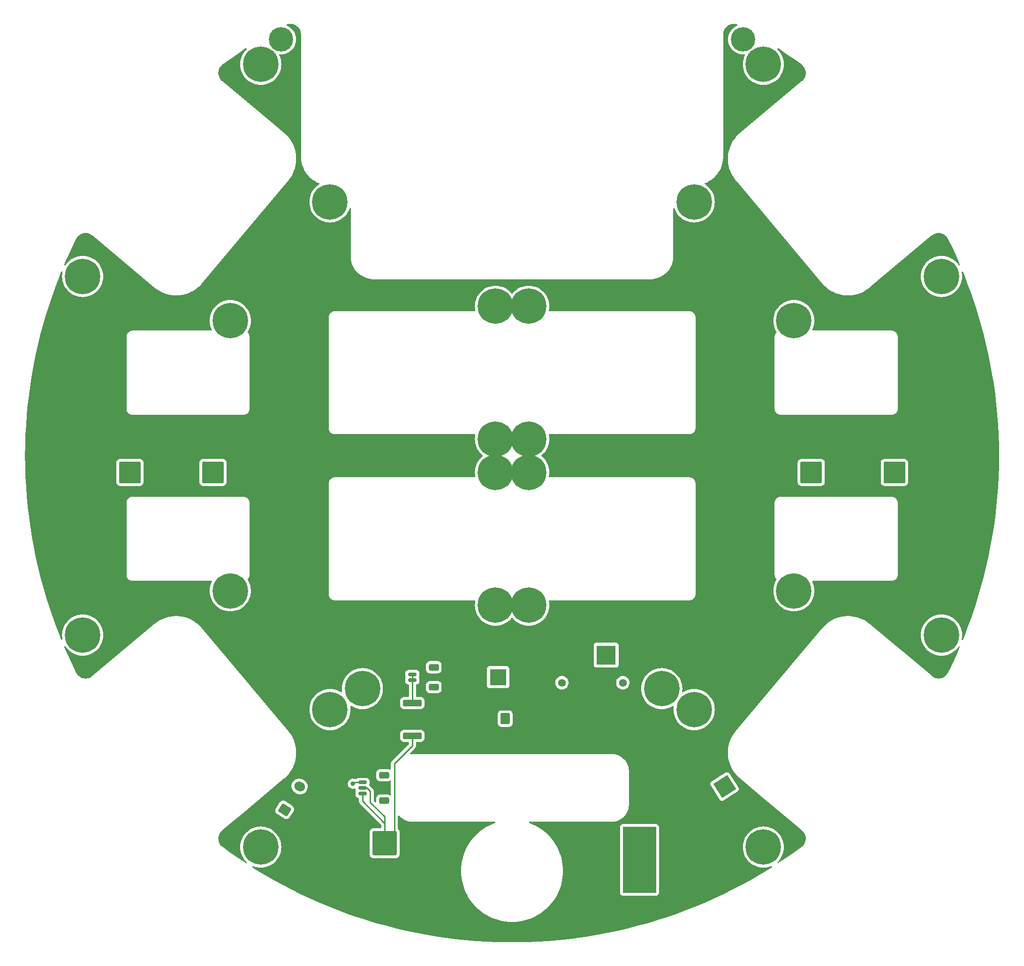
<source format=gtl>
G04 #@! TF.GenerationSoftware,KiCad,Pcbnew,7.0.9*
G04 #@! TF.CreationDate,2023-12-19T12:28:50+08:00*
G04 #@! TF.ProjectId,layer2,6c617965-7232-42e6-9b69-6361645f7063,rev?*
G04 #@! TF.SameCoordinates,Original*
G04 #@! TF.FileFunction,Copper,L1,Top*
G04 #@! TF.FilePolarity,Positive*
%FSLAX46Y46*%
G04 Gerber Fmt 4.6, Leading zero omitted, Abs format (unit mm)*
G04 Created by KiCad (PCBNEW 7.0.9) date 2023-12-19 12:28:50*
%MOMM*%
%LPD*%
G01*
G04 APERTURE LIST*
G04 Aperture macros list*
%AMRoundRect*
0 Rectangle with rounded corners*
0 $1 Rounding radius*
0 $2 $3 $4 $5 $6 $7 $8 $9 X,Y pos of 4 corners*
0 Add a 4 corners polygon primitive as box body*
4,1,4,$2,$3,$4,$5,$6,$7,$8,$9,$2,$3,0*
0 Add four circle primitives for the rounded corners*
1,1,$1+$1,$2,$3*
1,1,$1+$1,$4,$5*
1,1,$1+$1,$6,$7*
1,1,$1+$1,$8,$9*
0 Add four rect primitives between the rounded corners*
20,1,$1+$1,$2,$3,$4,$5,0*
20,1,$1+$1,$4,$5,$6,$7,0*
20,1,$1+$1,$6,$7,$8,$9,0*
20,1,$1+$1,$8,$9,$2,$3,0*%
%AMHorizOval*
0 Thick line with rounded ends*
0 $1 width*
0 $2 $3 position (X,Y) of the first rounded end (center of the circle)*
0 $4 $5 position (X,Y) of the second rounded end (center of the circle)*
0 Add line between two ends*
20,1,$1,$2,$3,$4,$5,0*
0 Add two circle primitives to create the rounded ends*
1,1,$1,$2,$3*
1,1,$1,$4,$5*%
%AMRotRect*
0 Rectangle, with rotation*
0 The origin of the aperture is its center*
0 $1 length*
0 $2 width*
0 $3 Rotation angle, in degrees counterclockwise*
0 Add horizontal line*
21,1,$1,$2,0,0,$3*%
G04 Aperture macros list end*
G04 #@! TA.AperFunction,ComponentPad*
%ADD10RotRect,3.000000X3.000000X302.700000*%
G04 #@! TD*
G04 #@! TA.AperFunction,ComponentPad*
%ADD11C,3.000000*%
G04 #@! TD*
G04 #@! TA.AperFunction,ComponentPad*
%ADD12RoundRect,0.250000X-0.600000X-0.750000X0.600000X-0.750000X0.600000X0.750000X-0.600000X0.750000X0*%
G04 #@! TD*
G04 #@! TA.AperFunction,ComponentPad*
%ADD13O,1.700000X2.000000*%
G04 #@! TD*
G04 #@! TA.AperFunction,SMDPad,CuDef*
%ADD14RoundRect,0.150000X0.625000X-0.150000X0.625000X0.150000X-0.625000X0.150000X-0.625000X-0.150000X0*%
G04 #@! TD*
G04 #@! TA.AperFunction,SMDPad,CuDef*
%ADD15RoundRect,0.250000X0.650000X-0.350000X0.650000X0.350000X-0.650000X0.350000X-0.650000X-0.350000X0*%
G04 #@! TD*
G04 #@! TA.AperFunction,ComponentPad*
%ADD16RoundRect,0.249999X-1.950001X-1.950001X1.950001X-1.950001X1.950001X1.950001X-1.950001X1.950001X0*%
G04 #@! TD*
G04 #@! TA.AperFunction,ComponentPad*
%ADD17RoundRect,0.250002X-1.699998X-1.699998X1.699998X-1.699998X1.699998X1.699998X-1.699998X1.699998X0*%
G04 #@! TD*
G04 #@! TA.AperFunction,ComponentPad*
%ADD18RoundRect,0.250000X0.285967X-0.896576X0.934238X0.113249X-0.285967X0.896576X-0.934238X-0.113249X0*%
G04 #@! TD*
G04 #@! TA.AperFunction,ComponentPad*
%ADD19HorizOval,1.700000X-0.105190X0.067528X0.105190X-0.067528X0*%
G04 #@! TD*
G04 #@! TA.AperFunction,ComponentPad*
%ADD20C,6.400000*%
G04 #@! TD*
G04 #@! TA.AperFunction,ComponentPad*
%ADD21R,3.000000X3.000000*%
G04 #@! TD*
G04 #@! TA.AperFunction,SMDPad,CuDef*
%ADD22RoundRect,0.250000X-1.425000X0.362500X-1.425000X-0.362500X1.425000X-0.362500X1.425000X0.362500X0*%
G04 #@! TD*
G04 #@! TA.AperFunction,ComponentPad*
%ADD23C,4.400000*%
G04 #@! TD*
G04 #@! TA.AperFunction,ComponentPad*
%ADD24C,1.400000*%
G04 #@! TD*
G04 #@! TA.AperFunction,ComponentPad*
%ADD25R,3.500000X3.500000*%
G04 #@! TD*
G04 #@! TA.AperFunction,ComponentPad*
%ADD26C,3.500000*%
G04 #@! TD*
G04 #@! TA.AperFunction,ViaPad*
%ADD27C,0.800000*%
G04 #@! TD*
G04 #@! TA.AperFunction,Conductor*
%ADD28C,0.250000*%
G04 #@! TD*
G04 APERTURE END LIST*
D10*
X143357043Y-164747279D03*
D11*
X146058245Y-168954833D03*
D12*
X103750000Y-152500000D03*
D13*
X106250000Y-152500000D03*
D14*
X87000000Y-145500000D03*
X87000000Y-144500000D03*
D15*
X90875000Y-146800000D03*
X90875000Y-143200000D03*
D16*
X128000000Y-181000000D03*
X82000000Y-175000000D03*
D17*
X174000000Y-108000000D03*
D18*
X63941829Y-168954881D03*
D19*
X65292393Y-166851080D03*
X66642957Y-164747280D03*
D20*
X102000000Y-78000000D03*
X102000000Y-108000000D03*
X155865000Y-80595000D03*
X132012016Y-147075539D03*
D21*
X102500000Y-145000000D03*
D11*
X107500000Y-145000000D03*
D22*
X87000000Y-149675000D03*
X87000000Y-155600000D03*
D23*
X63306373Y-29782705D03*
D20*
X77987984Y-147075539D03*
X54135100Y-129405000D03*
D24*
X125000000Y-146000000D03*
X114000000Y-146000000D03*
D25*
X122000000Y-141000000D03*
D26*
X117000000Y-141000000D03*
D20*
X108000000Y-108000000D03*
X59637893Y-34301490D03*
D17*
X51000000Y-108000000D03*
D20*
X54135100Y-80595000D03*
D14*
X78000000Y-166000000D03*
X78000000Y-165000000D03*
X78000000Y-164000000D03*
D15*
X81875000Y-167300000D03*
X81875000Y-162700000D03*
D23*
X146693627Y-29782705D03*
D16*
X128000000Y-175000000D03*
D20*
X72133200Y-150854000D03*
X72133200Y-59145700D03*
X27498500Y-72603700D03*
D17*
X159000000Y-102000000D03*
D20*
X137867000Y-150854000D03*
D17*
X174000000Y-102000000D03*
D20*
X182501000Y-72603700D03*
X137867000Y-59145700D03*
D17*
X36000000Y-102000000D03*
D20*
X182501000Y-137396000D03*
X27498500Y-137396000D03*
D17*
X51000000Y-102000000D03*
D20*
X59637900Y-175699000D03*
X150362107Y-34301490D03*
X155865000Y-129405000D03*
X108000000Y-102000000D03*
X108000000Y-132000000D03*
D17*
X159000000Y-108000000D03*
D20*
X102000000Y-102000000D03*
X108000000Y-78000000D03*
D16*
X82000000Y-181000000D03*
D20*
X102000000Y-132000000D03*
X150362000Y-175699000D03*
D17*
X36000000Y-108000000D03*
D27*
X76250000Y-164250000D03*
D28*
X82000000Y-171400000D02*
X82000000Y-175000000D01*
X78000000Y-165000000D02*
X78800000Y-165000000D01*
X83775000Y-160625000D02*
X83775000Y-173225000D01*
X79400000Y-165600000D02*
X79400000Y-167600000D01*
X79400000Y-167600000D02*
X82000000Y-170200000D01*
X78800000Y-165000000D02*
X79400000Y-165600000D01*
X78000000Y-167400000D02*
X82000000Y-171400000D01*
X78000000Y-166000000D02*
X78000000Y-167400000D01*
X82000000Y-170200000D02*
X82000000Y-171400000D01*
X87000000Y-155600000D02*
X87000000Y-157400000D01*
X87000000Y-157400000D02*
X83775000Y-160625000D01*
X83775000Y-173225000D02*
X82000000Y-175000000D01*
X78000000Y-164000000D02*
X76500000Y-164000000D01*
X76500000Y-164000000D02*
X76250000Y-164250000D01*
X87000000Y-144500000D02*
X87000000Y-145500000D01*
X87000000Y-145500000D02*
X87000000Y-149675000D01*
G04 #@! TA.AperFunction,Conductor*
G36*
X145133951Y-26974020D02*
G01*
X145142559Y-26974648D01*
X145391380Y-27010055D01*
X145399807Y-27011850D01*
X145589041Y-27065920D01*
X145649045Y-27103867D01*
X145679008Y-27168232D01*
X145669416Y-27238577D01*
X145623315Y-27292570D01*
X145606136Y-27301970D01*
X145432624Y-27380061D01*
X145152214Y-27549576D01*
X144894274Y-27751659D01*
X144894268Y-27751664D01*
X144662586Y-27983346D01*
X144662581Y-27983352D01*
X144460498Y-28241292D01*
X144290983Y-28521701D01*
X144156507Y-28820497D01*
X144059023Y-29133334D01*
X143999960Y-29455634D01*
X143999959Y-29455637D01*
X143980176Y-29782703D01*
X143980176Y-29782706D01*
X143999959Y-30109772D01*
X143999960Y-30109775D01*
X144059023Y-30432075D01*
X144156507Y-30744912D01*
X144290983Y-31043708D01*
X144460498Y-31324117D01*
X144662581Y-31582057D01*
X144662586Y-31582063D01*
X144894268Y-31813745D01*
X144894274Y-31813750D01*
X144894276Y-31813752D01*
X144897946Y-31816627D01*
X145152214Y-32015833D01*
X145432623Y-32185348D01*
X145731419Y-32319824D01*
X145731420Y-32319824D01*
X145731424Y-32319826D01*
X146044256Y-32417308D01*
X146366557Y-32476372D01*
X146581292Y-32489361D01*
X146693626Y-32496156D01*
X146693627Y-32496156D01*
X146693628Y-32496156D01*
X146720398Y-32494536D01*
X146913497Y-32482856D01*
X146982700Y-32498708D01*
X147032348Y-32549459D01*
X147046677Y-32618994D01*
X147033371Y-32665828D01*
X146969577Y-32791030D01*
X146969570Y-32791046D01*
X146830275Y-33153921D01*
X146729668Y-33529392D01*
X146668859Y-33913322D01*
X146648518Y-34301483D01*
X146648518Y-34301496D01*
X146668859Y-34689657D01*
X146729668Y-35073587D01*
X146830275Y-35449058D01*
X146969570Y-35811933D01*
X146969574Y-35811941D01*
X147146045Y-36158285D01*
X147357744Y-36484275D01*
X147357756Y-36484292D01*
X147602360Y-36786352D01*
X147602374Y-36786367D01*
X147877229Y-37061222D01*
X147877244Y-37061236D01*
X148179304Y-37305840D01*
X148179321Y-37305852D01*
X148363292Y-37425323D01*
X148505312Y-37517552D01*
X148851654Y-37694022D01*
X148851658Y-37694023D01*
X148851663Y-37694026D01*
X149214538Y-37833321D01*
X149214543Y-37833322D01*
X149214545Y-37833323D01*
X149590008Y-37933928D01*
X149973931Y-37994736D01*
X149973933Y-37994736D01*
X149973939Y-37994737D01*
X150362101Y-38015079D01*
X150362107Y-38015079D01*
X150362113Y-38015079D01*
X150750274Y-37994737D01*
X150750278Y-37994736D01*
X150750283Y-37994736D01*
X151134206Y-37933928D01*
X151509669Y-37833323D01*
X151509672Y-37833321D01*
X151509675Y-37833321D01*
X151872550Y-37694026D01*
X151872551Y-37694025D01*
X151872560Y-37694022D01*
X152218902Y-37517552D01*
X152544900Y-37305847D01*
X152553322Y-37299027D01*
X152846969Y-37061236D01*
X152846974Y-37061230D01*
X152846983Y-37061224D01*
X153121841Y-36786366D01*
X153121847Y-36786357D01*
X153121853Y-36786352D01*
X153366457Y-36484292D01*
X153366458Y-36484289D01*
X153366464Y-36484283D01*
X153578169Y-36158285D01*
X153754639Y-35811943D01*
X153791429Y-35716102D01*
X153893938Y-35449058D01*
X153907985Y-35396634D01*
X153994545Y-35073589D01*
X154055353Y-34689666D01*
X154055353Y-34689661D01*
X154055354Y-34689657D01*
X154075696Y-34301496D01*
X154075696Y-34301483D01*
X154055354Y-33913322D01*
X154045597Y-33851721D01*
X153994545Y-33529391D01*
X153893940Y-33153928D01*
X153893939Y-33153926D01*
X153893938Y-33153921D01*
X153754643Y-32791046D01*
X153754639Y-32791038D01*
X153754639Y-32791037D01*
X153578169Y-32444696D01*
X153366464Y-32118697D01*
X153366461Y-32118693D01*
X153366459Y-32118690D01*
X153121853Y-31816627D01*
X153121839Y-31816612D01*
X152905563Y-31600336D01*
X152871537Y-31538024D01*
X152876602Y-31467209D01*
X152919149Y-31410373D01*
X152985669Y-31385562D01*
X153055043Y-31400653D01*
X153062613Y-31405136D01*
X153115877Y-31439255D01*
X154511793Y-32371472D01*
X155889654Y-33330175D01*
X157230298Y-34301496D01*
X157247020Y-34313611D01*
X157250934Y-34316689D01*
X157446370Y-34483327D01*
X157452622Y-34489457D01*
X157621895Y-34680223D01*
X157627230Y-34687151D01*
X157768432Y-34899520D01*
X157772764Y-34907134D01*
X157883182Y-35137015D01*
X157886418Y-35145156D01*
X157963921Y-35388123D01*
X157965997Y-35396634D01*
X158009090Y-35647989D01*
X158009967Y-35656705D01*
X158017819Y-35911606D01*
X158017480Y-35920359D01*
X157989940Y-36173892D01*
X157988392Y-36182514D01*
X157925991Y-36429788D01*
X157923263Y-36438113D01*
X157827203Y-36674356D01*
X157823348Y-36682222D01*
X157695486Y-36902878D01*
X157690578Y-36910134D01*
X157533380Y-37110942D01*
X157527514Y-37117448D01*
X157342397Y-37296098D01*
X157339143Y-37299027D01*
X157260460Y-37365050D01*
X157260454Y-37365055D01*
X146189253Y-46654895D01*
X146189244Y-46654898D01*
X146064902Y-46759234D01*
X145962504Y-46845156D01*
X145962502Y-46845158D01*
X145962502Y-46845157D01*
X145800268Y-47004583D01*
X145620586Y-47181156D01*
X145306086Y-47542947D01*
X145306086Y-47542946D01*
X145020942Y-47928296D01*
X145020941Y-47928296D01*
X144766906Y-48334837D01*
X144766905Y-48334838D01*
X144545553Y-48760050D01*
X144545551Y-48760055D01*
X144358245Y-49201322D01*
X144358244Y-49201326D01*
X144358241Y-49201333D01*
X144206135Y-49655930D01*
X144206135Y-49655931D01*
X144090162Y-50121071D01*
X144086306Y-50144115D01*
X144011043Y-50593873D01*
X143969263Y-51071428D01*
X143965080Y-51550789D01*
X143993530Y-51957644D01*
X143998521Y-52029009D01*
X144069377Y-52503115D01*
X144096949Y-52622539D01*
X144150769Y-52855660D01*
X144177214Y-52970202D01*
X144177215Y-52970207D01*
X144262924Y-53242038D01*
X144321368Y-53427399D01*
X144321368Y-53427398D01*
X144500949Y-53871877D01*
X144714840Y-54300873D01*
X144961739Y-54711782D01*
X144961742Y-54711787D01*
X144961744Y-54711790D01*
X145240121Y-55102058D01*
X145240122Y-55102058D01*
X145240123Y-55102060D01*
X145394193Y-55285673D01*
X145459742Y-55363792D01*
X145459744Y-55363794D01*
X160907880Y-73774166D01*
X160973429Y-73852285D01*
X160973429Y-73852284D01*
X161029907Y-73919592D01*
X161030160Y-73919862D01*
X161049325Y-73942702D01*
X161127514Y-74035885D01*
X161393691Y-74306752D01*
X161463511Y-74377802D01*
X161463511Y-74377803D01*
X161727706Y-74607467D01*
X161825302Y-74692307D01*
X162210653Y-74977455D01*
X162210656Y-74977457D01*
X162210663Y-74977462D01*
X162617194Y-75231493D01*
X162617193Y-75231492D01*
X163042401Y-75452843D01*
X163189119Y-75515122D01*
X163483671Y-75640153D01*
X163938276Y-75792264D01*
X163938279Y-75792265D01*
X164403417Y-75908239D01*
X164876225Y-75987360D01*
X165084836Y-76005611D01*
X165353774Y-76029141D01*
X165833134Y-76033325D01*
X165833134Y-76033324D01*
X165833135Y-76033325D01*
X165833136Y-76033325D01*
X165984927Y-76022710D01*
X166311345Y-75999886D01*
X166311348Y-75999885D01*
X166311355Y-75999885D01*
X166785460Y-75929029D01*
X167252503Y-75821203D01*
X167252551Y-75821192D01*
X167548098Y-75728006D01*
X167709744Y-75677040D01*
X167709743Y-75677040D01*
X168154221Y-75497460D01*
X168583217Y-75283569D01*
X168994125Y-75036670D01*
X168994130Y-75036666D01*
X168994134Y-75036664D01*
X169159046Y-74919032D01*
X169384402Y-74758289D01*
X169568016Y-74604217D01*
X169653011Y-74532898D01*
X169653017Y-74532891D01*
X180676941Y-65282721D01*
X180676951Y-65282715D01*
X180684619Y-65276279D01*
X180684622Y-65276279D01*
X180735405Y-65233665D01*
X180761072Y-65212127D01*
X180764505Y-65209445D01*
X180972573Y-65058173D01*
X180979970Y-65053544D01*
X181205055Y-64933589D01*
X181213037Y-64930024D01*
X181452554Y-64842417D01*
X181460964Y-64839989D01*
X181710300Y-64786414D01*
X181718952Y-64785175D01*
X181973328Y-64766659D01*
X181982077Y-64766633D01*
X182236544Y-64783539D01*
X182245211Y-64784723D01*
X182494893Y-64836723D01*
X182503304Y-64839095D01*
X182743379Y-64925189D01*
X182751385Y-64928705D01*
X182977212Y-65047228D01*
X182984651Y-65051819D01*
X182989923Y-65055601D01*
X183191872Y-65200484D01*
X183198618Y-65206072D01*
X183279052Y-65282721D01*
X183383238Y-65382005D01*
X183389140Y-65388470D01*
X183547606Y-65588287D01*
X183552560Y-65595513D01*
X183682932Y-65817263D01*
X183685310Y-65821706D01*
X184489467Y-67480049D01*
X185259814Y-69157506D01*
X185817116Y-70441480D01*
X185825890Y-70511933D01*
X185795183Y-70575945D01*
X185734742Y-70613193D01*
X185663758Y-70611852D01*
X185604768Y-70572347D01*
X185595861Y-70560272D01*
X185572468Y-70524250D01*
X185505357Y-70420907D01*
X185505354Y-70420903D01*
X185505352Y-70420900D01*
X185260746Y-70118837D01*
X185260732Y-70118822D01*
X184985877Y-69843967D01*
X184985862Y-69843953D01*
X184683802Y-69599349D01*
X184683785Y-69599337D01*
X184357795Y-69387638D01*
X184011451Y-69211167D01*
X184011443Y-69211163D01*
X183648568Y-69071868D01*
X183273097Y-68971261D01*
X182889167Y-68910452D01*
X182501006Y-68890111D01*
X182500994Y-68890111D01*
X182112832Y-68910452D01*
X181728902Y-68971261D01*
X181353431Y-69071868D01*
X180990556Y-69211163D01*
X180990548Y-69211167D01*
X180644205Y-69387638D01*
X180318203Y-69599345D01*
X180318200Y-69599347D01*
X180016137Y-69843953D01*
X180016122Y-69843967D01*
X179741267Y-70118822D01*
X179741253Y-70118837D01*
X179496647Y-70420900D01*
X179496645Y-70420903D01*
X179284938Y-70746905D01*
X179108467Y-71093248D01*
X179108463Y-71093256D01*
X178969168Y-71456131D01*
X178868561Y-71831602D01*
X178807752Y-72215532D01*
X178787411Y-72603693D01*
X178787411Y-72603706D01*
X178807752Y-72991867D01*
X178868561Y-73375797D01*
X178969168Y-73751268D01*
X179108463Y-74114143D01*
X179108467Y-74114151D01*
X179284938Y-74460495D01*
X179496637Y-74786485D01*
X179496649Y-74786502D01*
X179741253Y-75088562D01*
X179741267Y-75088577D01*
X180016122Y-75363432D01*
X180016137Y-75363446D01*
X180318197Y-75608050D01*
X180318214Y-75608062D01*
X180445782Y-75690905D01*
X180644205Y-75819762D01*
X180990547Y-75996232D01*
X180990551Y-75996233D01*
X180990556Y-75996236D01*
X181353431Y-76135531D01*
X181353436Y-76135532D01*
X181353438Y-76135533D01*
X181728901Y-76236138D01*
X182112824Y-76296946D01*
X182112826Y-76296946D01*
X182112832Y-76296947D01*
X182500994Y-76317289D01*
X182501000Y-76317289D01*
X182501006Y-76317289D01*
X182889167Y-76296947D01*
X182889171Y-76296946D01*
X182889176Y-76296946D01*
X183273099Y-76236138D01*
X183648562Y-76135533D01*
X183648565Y-76135531D01*
X183648568Y-76135531D01*
X184011443Y-75996236D01*
X184011444Y-75996235D01*
X184011453Y-75996232D01*
X184357795Y-75819762D01*
X184683793Y-75608057D01*
X184683802Y-75608050D01*
X184985862Y-75363446D01*
X184985867Y-75363440D01*
X184985876Y-75363434D01*
X185260734Y-75088576D01*
X185260740Y-75088567D01*
X185260746Y-75088562D01*
X185505350Y-74786502D01*
X185505351Y-74786499D01*
X185505357Y-74786493D01*
X185717062Y-74460495D01*
X185893532Y-74114153D01*
X185923571Y-74035899D01*
X186032831Y-73751268D01*
X186067493Y-73621909D01*
X186133438Y-73375799D01*
X186194246Y-72991876D01*
X186194246Y-72991871D01*
X186194247Y-72991867D01*
X186214589Y-72603706D01*
X186214589Y-72603693D01*
X186194247Y-72215532D01*
X186194246Y-72215524D01*
X186137143Y-71854994D01*
X186146243Y-71784586D01*
X186191964Y-71730272D01*
X186259792Y-71709299D01*
X186328192Y-71728326D01*
X186375446Y-71781312D01*
X186378202Y-71787556D01*
X186694000Y-72559092D01*
X187357206Y-74281721D01*
X187984094Y-76017897D01*
X188574385Y-77766854D01*
X189127821Y-79527821D01*
X189644156Y-81300021D01*
X190123163Y-83082673D01*
X190564631Y-84874990D01*
X190968365Y-86676182D01*
X191334187Y-88485455D01*
X191661936Y-90302011D01*
X191951468Y-92125049D01*
X192202654Y-93953764D01*
X192415383Y-95787351D01*
X192589563Y-97625001D01*
X192725115Y-99465903D01*
X192821981Y-101309246D01*
X192880118Y-103154216D01*
X192899500Y-105000000D01*
X192880118Y-106845784D01*
X192821981Y-108690754D01*
X192725115Y-110534097D01*
X192589563Y-112374999D01*
X192415383Y-114212649D01*
X192202654Y-116046236D01*
X191951468Y-117874951D01*
X191661936Y-119697989D01*
X191334187Y-121514545D01*
X190968365Y-123323818D01*
X190564631Y-125125010D01*
X190123163Y-126917327D01*
X189644156Y-128699979D01*
X189127821Y-130472179D01*
X188574385Y-132233146D01*
X187984094Y-133982103D01*
X187357206Y-135718279D01*
X186694000Y-137440908D01*
X186378125Y-138212633D01*
X186333809Y-138268100D01*
X186266540Y-138290803D01*
X186197676Y-138273533D01*
X186149080Y-138221775D01*
X186136182Y-138151959D01*
X186137066Y-138145192D01*
X186194247Y-137784167D01*
X186214589Y-137396006D01*
X186214589Y-137395993D01*
X186194247Y-137007832D01*
X186141073Y-136672110D01*
X186133438Y-136623901D01*
X186032833Y-136248438D01*
X186032832Y-136248436D01*
X186032831Y-136248431D01*
X185893536Y-135885556D01*
X185893532Y-135885548D01*
X185893532Y-135885547D01*
X185717062Y-135539206D01*
X185505357Y-135213207D01*
X185505354Y-135213203D01*
X185505352Y-135213200D01*
X185260746Y-134911137D01*
X185260732Y-134911122D01*
X184985877Y-134636267D01*
X184985862Y-134636253D01*
X184683802Y-134391649D01*
X184683785Y-134391637D01*
X184357795Y-134179938D01*
X184011451Y-134003467D01*
X184011443Y-134003463D01*
X183648568Y-133864168D01*
X183273097Y-133763561D01*
X182889167Y-133702752D01*
X182501006Y-133682411D01*
X182500994Y-133682411D01*
X182112832Y-133702752D01*
X181728902Y-133763561D01*
X181353431Y-133864168D01*
X180990556Y-134003463D01*
X180990548Y-134003467D01*
X180644205Y-134179938D01*
X180318203Y-134391645D01*
X180318200Y-134391647D01*
X180016137Y-134636253D01*
X180016122Y-134636267D01*
X179741267Y-134911122D01*
X179741253Y-134911137D01*
X179496647Y-135213200D01*
X179496645Y-135213203D01*
X179284938Y-135539205D01*
X179108467Y-135885548D01*
X179108463Y-135885556D01*
X178969168Y-136248431D01*
X178868561Y-136623902D01*
X178807752Y-137007832D01*
X178787411Y-137395993D01*
X178787411Y-137396006D01*
X178807752Y-137784167D01*
X178868561Y-138168097D01*
X178969168Y-138543568D01*
X179108463Y-138906443D01*
X179108467Y-138906451D01*
X179284938Y-139252795D01*
X179496637Y-139578785D01*
X179496649Y-139578802D01*
X179741253Y-139880862D01*
X179741267Y-139880877D01*
X180016122Y-140155732D01*
X180016137Y-140155746D01*
X180318197Y-140400350D01*
X180318214Y-140400362D01*
X180502185Y-140519833D01*
X180644205Y-140612062D01*
X180990547Y-140788532D01*
X180990551Y-140788533D01*
X180990556Y-140788536D01*
X181353431Y-140927831D01*
X181353436Y-140927832D01*
X181353438Y-140927833D01*
X181728901Y-141028438D01*
X182112824Y-141089246D01*
X182112826Y-141089246D01*
X182112832Y-141089247D01*
X182500994Y-141109589D01*
X182501000Y-141109589D01*
X182501006Y-141109589D01*
X182889167Y-141089247D01*
X182889171Y-141089246D01*
X182889176Y-141089246D01*
X183273099Y-141028438D01*
X183648562Y-140927833D01*
X183648565Y-140927831D01*
X183648568Y-140927831D01*
X184011443Y-140788536D01*
X184011444Y-140788535D01*
X184011453Y-140788532D01*
X184357795Y-140612062D01*
X184683793Y-140400357D01*
X184683802Y-140400350D01*
X184985862Y-140155746D01*
X184985867Y-140155740D01*
X184985876Y-140155734D01*
X185260734Y-139880876D01*
X185260740Y-139880867D01*
X185260746Y-139880862D01*
X185505350Y-139578802D01*
X185505351Y-139578799D01*
X185505357Y-139578793D01*
X185596254Y-139438822D01*
X185650128Y-139392588D01*
X185720449Y-139382818D01*
X185784889Y-139412618D01*
X185822988Y-139472525D01*
X185822651Y-139543521D01*
X185817507Y-139557617D01*
X185557893Y-140155746D01*
X185259814Y-140842494D01*
X184489467Y-142519951D01*
X184071304Y-143382293D01*
X183685160Y-144178603D01*
X183682781Y-144183046D01*
X183552579Y-144404506D01*
X183547628Y-144411726D01*
X183389167Y-144611541D01*
X183383260Y-144618010D01*
X183198631Y-144793951D01*
X183191885Y-144799539D01*
X182984667Y-144948202D01*
X182977215Y-144952799D01*
X182887283Y-145000000D01*
X182751403Y-145071315D01*
X182743382Y-145074838D01*
X182503322Y-145160927D01*
X182494891Y-145163304D01*
X182245225Y-145215301D01*
X182236546Y-145216487D01*
X181982080Y-145233393D01*
X181973320Y-145233366D01*
X181718958Y-145214852D01*
X181710286Y-145213610D01*
X181460959Y-145160036D01*
X181452543Y-145157606D01*
X181213030Y-145070001D01*
X181205031Y-145066428D01*
X181200732Y-145064137D01*
X180979970Y-144946485D01*
X180972548Y-144941841D01*
X180764796Y-144790799D01*
X180761346Y-144788102D01*
X180683156Y-144722491D01*
X180683130Y-144722470D01*
X169646136Y-135461333D01*
X169646135Y-135461332D01*
X169641369Y-135457333D01*
X169607565Y-135428967D01*
X169607528Y-135428911D01*
X169564173Y-135392532D01*
X169384416Y-135241697D01*
X168994146Y-134963318D01*
X168583237Y-134716418D01*
X168583236Y-134716417D01*
X168583232Y-134716415D01*
X168583231Y-134716415D01*
X168154229Y-134502521D01*
X167709750Y-134322940D01*
X167709751Y-134322940D01*
X167590328Y-134285286D01*
X167252557Y-134178787D01*
X166875610Y-134091762D01*
X166785464Y-134070950D01*
X166311357Y-134000095D01*
X166311352Y-134000094D01*
X166311348Y-134000094D01*
X165892969Y-133970838D01*
X165833136Y-133966654D01*
X165833135Y-133966654D01*
X165353773Y-133970838D01*
X165084835Y-133994367D01*
X164876223Y-134012619D01*
X164876217Y-134012619D01*
X164876217Y-134012620D01*
X164876092Y-134012641D01*
X164403413Y-134091741D01*
X163938274Y-134207715D01*
X163938273Y-134207715D01*
X163483670Y-134359824D01*
X163483669Y-134359824D01*
X163042392Y-134547138D01*
X162617182Y-134768490D01*
X162617183Y-134768489D01*
X162210651Y-135022521D01*
X162210644Y-135022525D01*
X162210641Y-135022528D01*
X161949097Y-135216062D01*
X161825289Y-135307676D01*
X161463496Y-135622181D01*
X161463496Y-135622182D01*
X161127499Y-135964100D01*
X161040981Y-136067210D01*
X160973429Y-136147715D01*
X160948665Y-136177228D01*
X145426452Y-154675881D01*
X145426438Y-154675890D01*
X145240116Y-154897941D01*
X145240115Y-154897942D01*
X144961735Y-155288219D01*
X144714845Y-155699113D01*
X144714845Y-155699114D01*
X144500948Y-156128125D01*
X144321368Y-156572601D01*
X144321368Y-156572602D01*
X144177216Y-157029794D01*
X144174334Y-157042276D01*
X144069380Y-157496885D01*
X144008052Y-157907248D01*
X143998524Y-157970999D01*
X143965084Y-158449210D01*
X143969268Y-158928571D01*
X143975608Y-159001037D01*
X144011048Y-159406119D01*
X144090168Y-159878926D01*
X144206141Y-160344065D01*
X144206141Y-160344066D01*
X144311132Y-160657850D01*
X144358251Y-160798674D01*
X144472860Y-161068678D01*
X144545559Y-161239946D01*
X144766911Y-161665158D01*
X144766912Y-161665159D01*
X145020946Y-162071699D01*
X145020947Y-162071699D01*
X145306090Y-162457048D01*
X145306090Y-162457047D01*
X145620590Y-162818838D01*
X145800268Y-162995407D01*
X145962505Y-163154838D01*
X145962505Y-163154837D01*
X146063753Y-163239795D01*
X146063764Y-163239805D01*
X146065617Y-163241360D01*
X146065619Y-163241362D01*
X149688646Y-166281442D01*
X157260863Y-172635287D01*
X157260887Y-172635309D01*
X157339171Y-172700995D01*
X157342425Y-172703924D01*
X157527516Y-172882548D01*
X157533380Y-172889053D01*
X157572689Y-172939267D01*
X157690581Y-173089864D01*
X157695487Y-173097118D01*
X157810626Y-173295814D01*
X157823352Y-173317776D01*
X157827207Y-173325642D01*
X157923266Y-173561885D01*
X157925994Y-173570210D01*
X157988395Y-173817483D01*
X157989943Y-173826105D01*
X158017483Y-174079640D01*
X158017822Y-174088393D01*
X158009970Y-174343295D01*
X158009093Y-174352011D01*
X157966000Y-174603366D01*
X157963924Y-174611877D01*
X157886421Y-174854843D01*
X157883185Y-174862984D01*
X157772766Y-175092870D01*
X157768434Y-175100484D01*
X157627235Y-175312847D01*
X157621890Y-175319787D01*
X157452627Y-175510542D01*
X157446372Y-175516675D01*
X157250910Y-175683335D01*
X157246950Y-175686446D01*
X155762481Y-176759966D01*
X154253891Y-177803684D01*
X153074912Y-178583489D01*
X153007061Y-178604386D01*
X152938683Y-178585283D01*
X152891487Y-178532244D01*
X152880459Y-178462109D01*
X152909099Y-178397145D01*
X152916284Y-178389325D01*
X153121734Y-178183876D01*
X153121742Y-178183865D01*
X153121746Y-178183862D01*
X153366350Y-177881802D01*
X153366351Y-177881799D01*
X153366357Y-177881793D01*
X153578062Y-177555795D01*
X153754532Y-177209453D01*
X153754536Y-177209443D01*
X153893831Y-176846568D01*
X153908688Y-176791121D01*
X153994438Y-176471099D01*
X154055246Y-176087176D01*
X154055246Y-176087171D01*
X154055247Y-176087167D01*
X154075589Y-175699006D01*
X154075589Y-175698993D01*
X154055247Y-175310832D01*
X153994438Y-174926902D01*
X153910027Y-174611877D01*
X153893833Y-174551438D01*
X153893832Y-174551436D01*
X153893831Y-174551431D01*
X153754536Y-174188556D01*
X153754532Y-174188548D01*
X153754532Y-174188547D01*
X153578062Y-173842206D01*
X153366357Y-173516207D01*
X153366354Y-173516203D01*
X153366352Y-173516200D01*
X153121746Y-173214137D01*
X153121732Y-173214122D01*
X152846877Y-172939267D01*
X152846862Y-172939253D01*
X152544802Y-172694649D01*
X152544785Y-172694637D01*
X152218795Y-172482938D01*
X151872451Y-172306467D01*
X151872443Y-172306463D01*
X151509568Y-172167168D01*
X151134097Y-172066561D01*
X150750167Y-172005752D01*
X150362006Y-171985411D01*
X150361994Y-171985411D01*
X149973832Y-172005752D01*
X149589902Y-172066561D01*
X149214431Y-172167168D01*
X148851556Y-172306463D01*
X148851548Y-172306467D01*
X148505205Y-172482938D01*
X148179203Y-172694645D01*
X148179200Y-172694647D01*
X147877137Y-172939253D01*
X147877122Y-172939267D01*
X147602267Y-173214122D01*
X147602253Y-173214137D01*
X147357647Y-173516200D01*
X147357645Y-173516203D01*
X147145938Y-173842205D01*
X146969467Y-174188548D01*
X146969463Y-174188556D01*
X146830168Y-174551431D01*
X146729561Y-174926902D01*
X146668752Y-175310832D01*
X146648411Y-175698993D01*
X146648411Y-175699006D01*
X146668752Y-176087167D01*
X146729561Y-176471097D01*
X146830168Y-176846568D01*
X146969463Y-177209443D01*
X146969467Y-177209451D01*
X147145938Y-177555795D01*
X147357637Y-177881785D01*
X147357649Y-177881802D01*
X147602253Y-178183862D01*
X147602267Y-178183877D01*
X147877122Y-178458732D01*
X147877137Y-178458746D01*
X148179197Y-178703350D01*
X148179214Y-178703362D01*
X148325630Y-178798445D01*
X148505205Y-178915062D01*
X148851547Y-179091532D01*
X148851551Y-179091533D01*
X148851556Y-179091536D01*
X149214431Y-179230831D01*
X149214436Y-179230832D01*
X149214438Y-179230833D01*
X149589901Y-179331438D01*
X149973824Y-179392246D01*
X149973826Y-179392246D01*
X149973832Y-179392247D01*
X150361994Y-179412589D01*
X150362000Y-179412589D01*
X150362006Y-179412589D01*
X150750167Y-179392247D01*
X150750171Y-179392246D01*
X150750176Y-179392246D01*
X151134099Y-179331438D01*
X151509562Y-179230833D01*
X151738934Y-179142784D01*
X151809697Y-179137046D01*
X151872331Y-179170476D01*
X151906948Y-179232461D01*
X151902558Y-179303322D01*
X151860554Y-179360560D01*
X151851390Y-179366936D01*
X151173021Y-179795550D01*
X149602083Y-180742831D01*
X148011718Y-181657122D01*
X146402619Y-182538025D01*
X144775487Y-183385156D01*
X143131032Y-184198148D01*
X141469968Y-184976644D01*
X139793020Y-185720307D01*
X138100918Y-186428812D01*
X136394399Y-187101851D01*
X134674206Y-187739130D01*
X132941088Y-188340373D01*
X131195801Y-188905317D01*
X129439104Y-189433716D01*
X127671763Y-189925340D01*
X125894547Y-190379974D01*
X124108230Y-190797422D01*
X122313591Y-191177501D01*
X120511411Y-191520045D01*
X118702475Y-191824906D01*
X116887571Y-192091950D01*
X115067490Y-192321061D01*
X113243023Y-192512140D01*
X111414966Y-192665103D01*
X109584116Y-192779884D01*
X107751268Y-192856432D01*
X105917223Y-192894714D01*
X104082777Y-192894714D01*
X102248732Y-192856432D01*
X100415884Y-192779884D01*
X98585034Y-192665103D01*
X96756977Y-192512140D01*
X94932510Y-192321061D01*
X93112429Y-192091950D01*
X91297525Y-191824906D01*
X89488589Y-191520045D01*
X87686409Y-191177501D01*
X85891770Y-190797422D01*
X84105453Y-190379974D01*
X82328237Y-189925340D01*
X80560896Y-189433716D01*
X78804199Y-188905317D01*
X77058912Y-188340373D01*
X75325794Y-187739130D01*
X73605601Y-187101851D01*
X71899082Y-186428812D01*
X70206980Y-185720307D01*
X68530032Y-184976644D01*
X66868968Y-184198148D01*
X65224513Y-183385156D01*
X63597381Y-182538025D01*
X61988282Y-181657122D01*
X60397917Y-180742831D01*
X58826979Y-179795550D01*
X58220864Y-179412589D01*
X58148764Y-179367034D01*
X58101859Y-179313738D01*
X58091214Y-179243544D01*
X58120209Y-179178738D01*
X58179637Y-179139895D01*
X58250632Y-179139348D01*
X58261221Y-179142883D01*
X58490334Y-179230832D01*
X58490338Y-179230833D01*
X58865801Y-179331438D01*
X59249724Y-179392246D01*
X59249726Y-179392246D01*
X59249732Y-179392247D01*
X59637894Y-179412589D01*
X59637900Y-179412589D01*
X59637906Y-179412589D01*
X60026067Y-179392247D01*
X60026071Y-179392246D01*
X60026076Y-179392246D01*
X60409999Y-179331438D01*
X60785462Y-179230833D01*
X60785465Y-179230831D01*
X60785468Y-179230831D01*
X61148343Y-179091536D01*
X61148344Y-179091535D01*
X61148353Y-179091532D01*
X61494695Y-178915062D01*
X61820693Y-178703357D01*
X61942912Y-178604386D01*
X62122762Y-178458746D01*
X62122767Y-178458740D01*
X62122776Y-178458734D01*
X62397634Y-178183876D01*
X62397640Y-178183867D01*
X62397646Y-178183862D01*
X62642250Y-177881802D01*
X62642251Y-177881799D01*
X62642257Y-177881793D01*
X62853962Y-177555795D01*
X63030432Y-177209453D01*
X63030436Y-177209443D01*
X63169731Y-176846568D01*
X63184588Y-176791121D01*
X63270338Y-176471099D01*
X63331146Y-176087176D01*
X63331146Y-176087171D01*
X63331147Y-176087167D01*
X63351489Y-175699006D01*
X63351489Y-175698993D01*
X63331147Y-175310832D01*
X63270338Y-174926902D01*
X63185927Y-174611877D01*
X63169733Y-174551438D01*
X63169732Y-174551436D01*
X63169731Y-174551431D01*
X63030436Y-174188556D01*
X63030432Y-174188548D01*
X63030432Y-174188547D01*
X62853962Y-173842206D01*
X62642257Y-173516207D01*
X62642254Y-173516203D01*
X62642252Y-173516200D01*
X62397646Y-173214137D01*
X62397632Y-173214122D01*
X62122777Y-172939267D01*
X62122762Y-172939253D01*
X61820702Y-172694649D01*
X61820685Y-172694637D01*
X61494695Y-172482938D01*
X61148351Y-172306467D01*
X61148343Y-172306463D01*
X60785468Y-172167168D01*
X60409997Y-172066561D01*
X60026067Y-172005752D01*
X59637906Y-171985411D01*
X59637894Y-171985411D01*
X59249732Y-172005752D01*
X58865802Y-172066561D01*
X58490331Y-172167168D01*
X58127456Y-172306463D01*
X58127448Y-172306467D01*
X57781105Y-172482938D01*
X57455103Y-172694645D01*
X57455100Y-172694647D01*
X57153037Y-172939253D01*
X57153022Y-172939267D01*
X56878167Y-173214122D01*
X56878153Y-173214137D01*
X56633547Y-173516200D01*
X56633545Y-173516203D01*
X56421838Y-173842205D01*
X56245367Y-174188548D01*
X56245363Y-174188556D01*
X56106068Y-174551431D01*
X56005461Y-174926902D01*
X55944652Y-175310832D01*
X55924311Y-175698993D01*
X55924311Y-175699006D01*
X55944652Y-176087167D01*
X56005461Y-176471097D01*
X56106068Y-176846568D01*
X56245363Y-177209443D01*
X56245367Y-177209451D01*
X56421838Y-177555795D01*
X56633537Y-177881785D01*
X56633549Y-177881802D01*
X56878153Y-178183862D01*
X56878167Y-178183877D01*
X57083397Y-178389107D01*
X57117423Y-178451419D01*
X57112358Y-178522234D01*
X57069811Y-178579070D01*
X57003291Y-178603881D01*
X56933917Y-178588790D01*
X56924792Y-178583294D01*
X55746109Y-177803684D01*
X54237519Y-176759966D01*
X53850650Y-176480195D01*
X52753070Y-175686462D01*
X52749135Y-175683370D01*
X52553628Y-175516671D01*
X52547374Y-175510539D01*
X52378103Y-175319774D01*
X52372769Y-175312848D01*
X52372768Y-175312847D01*
X52323755Y-175239131D01*
X52231567Y-175100479D01*
X52227235Y-175092865D01*
X52116817Y-174862984D01*
X52113584Y-174854851D01*
X52036077Y-174611875D01*
X52034002Y-174603365D01*
X51990908Y-174352000D01*
X51990033Y-174343304D01*
X51982180Y-174088389D01*
X51982519Y-174079640D01*
X51998726Y-173930439D01*
X52010060Y-173826096D01*
X52011604Y-173817499D01*
X52074011Y-173570201D01*
X52076731Y-173561899D01*
X52172796Y-173325642D01*
X52176651Y-173317777D01*
X52236714Y-173214124D01*
X52304518Y-173097113D01*
X52309415Y-173089872D01*
X52466628Y-172889046D01*
X52472485Y-172882551D01*
X52472488Y-172882548D01*
X52657629Y-172703875D01*
X52660857Y-172700971D01*
X52665778Y-172696842D01*
X52737271Y-172636854D01*
X52737272Y-172636851D01*
X52742795Y-172632218D01*
X52742808Y-172632204D01*
X56900950Y-169143109D01*
X62247617Y-169143109D01*
X62261954Y-169208859D01*
X62285392Y-169316346D01*
X62362103Y-169476207D01*
X62362104Y-169476208D01*
X62473608Y-169614064D01*
X62473609Y-169614065D01*
X62473611Y-169614067D01*
X62555296Y-169679117D01*
X63860569Y-170517054D01*
X63953721Y-170564244D01*
X64125488Y-170608237D01*
X64302772Y-170611432D01*
X64476013Y-170573656D01*
X64635873Y-170496946D01*
X64773733Y-170385437D01*
X64838783Y-170303752D01*
X65541664Y-169208859D01*
X65574974Y-169143106D01*
X65588851Y-169115713D01*
X65588852Y-169115709D01*
X65588853Y-169115708D01*
X65632847Y-168943940D01*
X65636041Y-168766656D01*
X65598266Y-168593416D01*
X65521555Y-168433555D01*
X65410047Y-168295695D01*
X65328362Y-168230645D01*
X64023089Y-167392708D01*
X63929937Y-167345518D01*
X63758177Y-167301526D01*
X63758170Y-167301525D01*
X63747350Y-167301330D01*
X63580886Y-167298330D01*
X63580885Y-167298330D01*
X63580882Y-167298330D01*
X63407646Y-167336105D01*
X63407645Y-167336105D01*
X63247782Y-167412817D01*
X63109927Y-167524322D01*
X63044874Y-167606011D01*
X62341987Y-168700914D01*
X62294806Y-168794048D01*
X62294805Y-168794052D01*
X62250811Y-168965818D01*
X62250811Y-168965819D01*
X62247617Y-169143109D01*
X56900950Y-169143109D01*
X62112837Y-164769817D01*
X65177333Y-164769817D01*
X65212121Y-164998431D01*
X65212122Y-164998434D01*
X65285048Y-165217886D01*
X65382154Y-165399659D01*
X65394011Y-165421853D01*
X65394012Y-165421856D01*
X65535881Y-165604478D01*
X65535882Y-165604479D01*
X65706566Y-165760491D01*
X65706568Y-165760492D01*
X65706571Y-165760495D01*
X65903129Y-165886677D01*
X66062818Y-165989192D01*
X66062818Y-165989191D01*
X66062819Y-165989192D01*
X66216094Y-166070122D01*
X66435897Y-166141982D01*
X66664681Y-166175663D01*
X66895868Y-166170194D01*
X67122804Y-166125733D01*
X67338962Y-166043559D01*
X67538124Y-165926037D01*
X67714560Y-165776546D01*
X67863193Y-165599388D01*
X67979749Y-165399658D01*
X67980621Y-165397332D01*
X68060871Y-165183109D01*
X68060873Y-165183104D01*
X68104234Y-164955955D01*
X68108581Y-164724745D01*
X68073792Y-164496126D01*
X68000866Y-164276675D01*
X67986616Y-164250000D01*
X75336496Y-164250000D01*
X75356457Y-164439927D01*
X75381742Y-164517744D01*
X75415473Y-164621556D01*
X75415476Y-164621561D01*
X75510958Y-164786941D01*
X75510965Y-164786951D01*
X75638744Y-164928864D01*
X75638747Y-164928866D01*
X75793248Y-165041118D01*
X75967712Y-165118794D01*
X76154513Y-165158500D01*
X76345487Y-165158500D01*
X76532288Y-165118794D01*
X76539959Y-165115378D01*
X76610323Y-165105942D01*
X76674621Y-165136046D01*
X76712437Y-165196133D01*
X76716821Y-165220594D01*
X76719437Y-165253829D01*
X76735357Y-165308625D01*
X76761804Y-165399658D01*
X76765856Y-165413603D01*
X76779020Y-165435863D01*
X76796478Y-165504679D01*
X76779020Y-165564137D01*
X76765856Y-165586396D01*
X76719437Y-165746170D01*
X76716500Y-165783494D01*
X76716500Y-166216506D01*
X76719437Y-166253829D01*
X76765856Y-166413605D01*
X76850544Y-166556803D01*
X76850549Y-166556810D01*
X76968189Y-166674450D01*
X76968196Y-166674455D01*
X77111395Y-166759143D01*
X77111396Y-166759143D01*
X77111399Y-166759145D01*
X77271169Y-166805562D01*
X77271171Y-166805562D01*
X77275652Y-166806864D01*
X77335488Y-166845077D01*
X77365166Y-166909573D01*
X77366500Y-166927861D01*
X77366500Y-167316146D01*
X77364751Y-167331988D01*
X77365044Y-167332016D01*
X77364298Y-167339907D01*
X77366500Y-167409957D01*
X77366500Y-167439851D01*
X77366501Y-167439872D01*
X77367378Y-167446820D01*
X77367844Y-167452732D01*
X77369326Y-167499888D01*
X77369327Y-167499893D01*
X77374977Y-167519339D01*
X77378986Y-167538697D01*
X77381525Y-167558793D01*
X77381526Y-167558799D01*
X77398893Y-167602662D01*
X77400816Y-167608279D01*
X77413982Y-167653593D01*
X77424294Y-167671031D01*
X77432988Y-167688779D01*
X77440444Y-167707609D01*
X77440450Y-167707620D01*
X77468177Y-167745783D01*
X77471437Y-167750746D01*
X77495460Y-167791365D01*
X77509779Y-167805684D01*
X77522617Y-167820714D01*
X77532156Y-167833843D01*
X77534528Y-167837107D01*
X77562794Y-167860491D01*
X77570886Y-167867185D01*
X77575267Y-167871171D01*
X79466988Y-169762892D01*
X81329595Y-171625499D01*
X81363621Y-171687811D01*
X81366500Y-171714594D01*
X81366500Y-172165500D01*
X81346498Y-172233621D01*
X81292842Y-172280114D01*
X81240500Y-172291500D01*
X79999446Y-172291500D01*
X79895578Y-172302112D01*
X79895571Y-172302113D01*
X79727261Y-172357885D01*
X79576347Y-172450970D01*
X79576341Y-172450975D01*
X79450975Y-172576341D01*
X79450970Y-172576347D01*
X79357885Y-172727261D01*
X79302113Y-172895571D01*
X79302112Y-172895578D01*
X79291500Y-172999445D01*
X79291500Y-177000554D01*
X79291499Y-177000554D01*
X79302112Y-177104421D01*
X79302113Y-177104427D01*
X79357885Y-177272739D01*
X79398738Y-177338971D01*
X79450970Y-177423652D01*
X79450975Y-177423658D01*
X79576341Y-177549024D01*
X79576347Y-177549029D01*
X79576348Y-177549030D01*
X79727261Y-177642115D01*
X79895573Y-177697887D01*
X79935527Y-177701968D01*
X79999446Y-177708500D01*
X79999454Y-177708500D01*
X84000554Y-177708500D01*
X84059906Y-177702435D01*
X84104427Y-177697887D01*
X84272739Y-177642115D01*
X84423652Y-177549030D01*
X84549030Y-177423652D01*
X84642115Y-177272739D01*
X84697887Y-177104427D01*
X84704366Y-177041012D01*
X84708500Y-177000554D01*
X84708500Y-172999445D01*
X84701677Y-172932673D01*
X84697887Y-172895573D01*
X84642115Y-172727261D01*
X84549030Y-172576348D01*
X84549029Y-172576347D01*
X84549024Y-172576341D01*
X84445405Y-172472722D01*
X84411379Y-172410410D01*
X84408500Y-172383627D01*
X84408500Y-170083714D01*
X84428502Y-170015593D01*
X84482158Y-169969100D01*
X84552432Y-169958996D01*
X84617012Y-169988490D01*
X84628135Y-169999402D01*
X84804607Y-170195393D01*
X85046113Y-170412847D01*
X85046114Y-170412848D01*
X85309020Y-170603861D01*
X85309032Y-170603869D01*
X85316596Y-170608236D01*
X85590471Y-170766357D01*
X85887355Y-170898538D01*
X85887357Y-170898538D01*
X85887358Y-170898539D01*
X85887359Y-170898540D01*
X86196425Y-170998962D01*
X86196430Y-170998963D01*
X86514309Y-171066530D01*
X86837510Y-171100500D01*
X86894915Y-171100500D01*
X101833700Y-171100500D01*
X101901821Y-171120502D01*
X101948314Y-171174158D01*
X101958418Y-171244432D01*
X101928924Y-171309012D01*
X101878084Y-171344423D01*
X101477235Y-171495293D01*
X100928543Y-171743902D01*
X100397286Y-172027865D01*
X100397283Y-172027867D01*
X100397282Y-172027867D01*
X99885736Y-172345967D01*
X99521888Y-172606696D01*
X99396090Y-172696842D01*
X98930439Y-173078992D01*
X98490779Y-173490779D01*
X98078992Y-173930439D01*
X97788916Y-174283898D01*
X97696840Y-174396093D01*
X97345967Y-174885736D01*
X97076056Y-175319789D01*
X97027865Y-175397286D01*
X96743902Y-175928543D01*
X96495293Y-176477235D01*
X96298330Y-177000554D01*
X96283100Y-177041018D01*
X96157536Y-177454948D01*
X96108238Y-177617460D01*
X95971451Y-178204110D01*
X95873325Y-178798450D01*
X95814281Y-179397936D01*
X95794571Y-180000000D01*
X95814281Y-180602064D01*
X95873325Y-181201550D01*
X95971451Y-181795890D01*
X95971452Y-181795897D01*
X95971453Y-181795899D01*
X96108239Y-182382544D01*
X96283100Y-182958982D01*
X96495294Y-183522767D01*
X96743903Y-184071459D01*
X96780980Y-184140825D01*
X96969060Y-184492699D01*
X97027867Y-184602718D01*
X97027867Y-184602719D01*
X97345962Y-185114257D01*
X97345966Y-185114262D01*
X97696842Y-185603910D01*
X98078992Y-186069561D01*
X98490779Y-186509221D01*
X98930439Y-186921008D01*
X99396090Y-187303158D01*
X99396093Y-187303160D01*
X99885743Y-187654038D01*
X100397281Y-187972133D01*
X100397282Y-187972133D01*
X100397285Y-187972135D01*
X100928543Y-188256098D01*
X101477235Y-188504707D01*
X102041012Y-188716898D01*
X102041015Y-188716899D01*
X102041018Y-188716900D01*
X102617456Y-188891761D01*
X102617459Y-188891761D01*
X102617460Y-188891762D01*
X103204110Y-189028549D01*
X103798450Y-189126675D01*
X104397936Y-189185719D01*
X105000000Y-189205429D01*
X105602064Y-189185719D01*
X106201550Y-189126675D01*
X106795890Y-189028549D01*
X107382540Y-188891762D01*
X107382540Y-188891761D01*
X107382544Y-188891761D01*
X107958982Y-188716900D01*
X107958984Y-188716899D01*
X107958988Y-188716898D01*
X108522765Y-188504707D01*
X109071457Y-188256098D01*
X109602715Y-187972135D01*
X109602718Y-187972133D01*
X109602719Y-187972133D01*
X110114257Y-187654038D01*
X110603907Y-187303160D01*
X110603910Y-187303158D01*
X111069561Y-186921008D01*
X111509221Y-186509221D01*
X111921008Y-186069561D01*
X112303158Y-185603910D01*
X112654034Y-185114262D01*
X112654038Y-185114257D01*
X112972133Y-184602719D01*
X112972133Y-184602718D01*
X113030940Y-184492699D01*
X113219020Y-184140825D01*
X113256097Y-184071459D01*
X113344655Y-183876007D01*
X124486500Y-183876007D01*
X124498237Y-183985164D01*
X124509441Y-184036667D01*
X124544109Y-184140825D01*
X124623130Y-184263784D01*
X124623131Y-184263786D01*
X124668880Y-184316582D01*
X124668882Y-184316583D01*
X124668884Y-184316586D01*
X124779339Y-184412297D01*
X124912287Y-184473014D01*
X124979326Y-184492699D01*
X124979330Y-184492700D01*
X125124000Y-184513500D01*
X125124004Y-184513500D01*
X130875995Y-184513500D01*
X130876000Y-184513500D01*
X130985157Y-184501764D01*
X131036668Y-184490558D01*
X131140827Y-184455890D01*
X131263782Y-184376871D01*
X131263784Y-184376868D01*
X131263786Y-184376868D01*
X131290184Y-184353993D01*
X131316586Y-184331116D01*
X131412297Y-184220661D01*
X131473014Y-184087713D01*
X131492699Y-184020674D01*
X131492700Y-184020670D01*
X131513500Y-183876000D01*
X131513500Y-172124000D01*
X131501764Y-172014843D01*
X131490558Y-171963332D01*
X131455890Y-171859173D01*
X131376871Y-171736218D01*
X131376870Y-171736217D01*
X131376869Y-171736215D01*
X131376868Y-171736213D01*
X131331119Y-171683417D01*
X131314347Y-171668884D01*
X131220661Y-171587703D01*
X131087714Y-171526986D01*
X131020680Y-171507302D01*
X131020674Y-171507301D01*
X131020670Y-171507300D01*
X130876000Y-171486500D01*
X125124000Y-171486500D01*
X125123992Y-171486500D01*
X125030104Y-171496595D01*
X125014843Y-171498236D01*
X125014841Y-171498236D01*
X125014835Y-171498237D01*
X124963332Y-171509441D01*
X124859174Y-171544109D01*
X124736215Y-171623130D01*
X124736213Y-171623131D01*
X124683417Y-171668880D01*
X124587704Y-171779337D01*
X124587703Y-171779338D01*
X124526986Y-171912285D01*
X124507302Y-171979319D01*
X124507301Y-171979326D01*
X124507300Y-171979330D01*
X124486502Y-172123992D01*
X124486500Y-172124003D01*
X124486500Y-183876007D01*
X113344655Y-183876007D01*
X113504706Y-183522767D01*
X113716900Y-182958982D01*
X113891761Y-182382544D01*
X114028547Y-181795899D01*
X114028547Y-181795897D01*
X114028549Y-181795890D01*
X114126675Y-181201550D01*
X114185719Y-180602064D01*
X114205429Y-180000000D01*
X114185719Y-179397936D01*
X114126675Y-178798450D01*
X114028549Y-178204110D01*
X113891762Y-177617460D01*
X113842464Y-177454948D01*
X113716900Y-177041018D01*
X113701670Y-177000554D01*
X113504707Y-176477235D01*
X113256098Y-175928543D01*
X112972135Y-175397286D01*
X112923944Y-175319789D01*
X112654033Y-174885736D01*
X112303160Y-174396093D01*
X112211084Y-174283898D01*
X111921008Y-173930439D01*
X111509221Y-173490779D01*
X111069561Y-173078992D01*
X110603910Y-172696842D01*
X110291150Y-172472722D01*
X110114257Y-172345962D01*
X109602719Y-172027867D01*
X109602718Y-172027867D01*
X109602715Y-172027865D01*
X109071457Y-171743902D01*
X108522765Y-171495293D01*
X108121915Y-171344423D01*
X108065208Y-171301709D01*
X108040595Y-171235115D01*
X108055893Y-171165786D01*
X108106244Y-171115733D01*
X108166300Y-171100500D01*
X123162487Y-171100500D01*
X123162490Y-171100500D01*
X123485691Y-171066530D01*
X123803570Y-170998963D01*
X123803571Y-170998962D01*
X123803574Y-170998962D01*
X124112640Y-170898540D01*
X124112640Y-170898539D01*
X124112645Y-170898538D01*
X124409529Y-170766357D01*
X124690971Y-170603867D01*
X124953886Y-170412848D01*
X125195393Y-170195393D01*
X125412848Y-169953886D01*
X125603867Y-169690971D01*
X125766357Y-169409529D01*
X125898538Y-169112645D01*
X125946246Y-168965818D01*
X125998962Y-168803574D01*
X126020785Y-168700903D01*
X126066530Y-168485691D01*
X126100500Y-168162490D01*
X126100500Y-168000000D01*
X126100500Y-167898024D01*
X126100500Y-164331780D01*
X140771979Y-164331780D01*
X140802990Y-164474669D01*
X140830235Y-164529162D01*
X142358432Y-166909573D01*
X142503505Y-167135547D01*
X142541703Y-167182994D01*
X142658719Y-167270677D01*
X142658720Y-167270677D01*
X142658721Y-167270678D01*
X142795688Y-167321839D01*
X142795692Y-167321840D01*
X142795697Y-167321842D01*
X142941542Y-167332343D01*
X143084438Y-167301330D01*
X143138920Y-167274090D01*
X145745311Y-165600817D01*
X145792758Y-165562619D01*
X145880441Y-165445603D01*
X145931606Y-165308625D01*
X145942107Y-165162780D01*
X145919601Y-165059081D01*
X145911095Y-165019888D01*
X145911094Y-165019887D01*
X145911094Y-165019884D01*
X145883854Y-164965402D01*
X145877791Y-164955958D01*
X144210581Y-162359011D01*
X144210577Y-162359006D01*
X144209633Y-162357833D01*
X144172383Y-162311564D01*
X144055367Y-162223881D01*
X144055365Y-162223880D01*
X144055364Y-162223879D01*
X143918397Y-162172718D01*
X143918390Y-162172716D01*
X143881927Y-162170090D01*
X143772544Y-162162215D01*
X143772543Y-162162215D01*
X143772541Y-162162215D01*
X143629652Y-162193226D01*
X143575159Y-162220471D01*
X140968775Y-163893740D01*
X140968770Y-163893744D01*
X140921328Y-163931939D01*
X140921327Y-163931939D01*
X140833644Y-164048956D01*
X140833643Y-164048957D01*
X140782482Y-164185924D01*
X140782480Y-164185931D01*
X140782480Y-164185933D01*
X140775947Y-164276675D01*
X140771979Y-164331780D01*
X126100500Y-164331780D01*
X126100500Y-161947575D01*
X126100500Y-161837510D01*
X126066530Y-161514309D01*
X125998963Y-161196430D01*
X125998962Y-161196425D01*
X125898540Y-160887359D01*
X125898539Y-160887358D01*
X125898538Y-160887355D01*
X125766357Y-160590471D01*
X125603867Y-160309029D01*
X125603861Y-160309020D01*
X125412848Y-160046114D01*
X125412847Y-160046113D01*
X125195393Y-159804607D01*
X124953886Y-159587152D01*
X124953885Y-159587151D01*
X124690979Y-159396138D01*
X124690967Y-159396130D01*
X124409529Y-159233643D01*
X124112641Y-159101460D01*
X124112640Y-159101459D01*
X123803574Y-159001037D01*
X123485691Y-158933470D01*
X123162493Y-158899500D01*
X123162490Y-158899500D01*
X123105085Y-158899500D01*
X87101976Y-158899500D01*
X87000000Y-158899500D01*
X86837510Y-158899500D01*
X86837504Y-158899500D01*
X86698459Y-158914114D01*
X86628621Y-158901342D01*
X86576774Y-158852839D01*
X86559380Y-158784006D01*
X86581962Y-158716697D01*
X86596188Y-158699715D01*
X87388660Y-157907243D01*
X87401098Y-157897280D01*
X87400910Y-157897053D01*
X87407013Y-157892002D01*
X87407018Y-157892000D01*
X87454983Y-157840921D01*
X87476135Y-157819770D01*
X87480445Y-157814212D01*
X87484274Y-157809729D01*
X87516586Y-157775321D01*
X87526346Y-157757565D01*
X87537195Y-157741050D01*
X87549614Y-157725041D01*
X87568363Y-157681710D01*
X87570953Y-157676423D01*
X87593695Y-157635060D01*
X87598733Y-157615434D01*
X87605137Y-157596732D01*
X87613180Y-157578147D01*
X87613179Y-157578147D01*
X87613181Y-157578145D01*
X87620561Y-157531547D01*
X87621762Y-157525740D01*
X87633500Y-157480030D01*
X87633500Y-157459775D01*
X87635051Y-157440063D01*
X87638220Y-157420057D01*
X87634194Y-157377461D01*
X87633780Y-157373080D01*
X87633500Y-157367148D01*
X87633500Y-156846999D01*
X87653502Y-156778878D01*
X87707158Y-156732385D01*
X87759500Y-156720999D01*
X88475544Y-156720999D01*
X88579426Y-156710387D01*
X88747738Y-156654615D01*
X88898652Y-156561530D01*
X89024030Y-156436152D01*
X89117115Y-156285238D01*
X89172887Y-156116926D01*
X89183500Y-156013045D01*
X89183499Y-155186956D01*
X89172887Y-155083074D01*
X89117115Y-154914762D01*
X89024030Y-154763848D01*
X89024029Y-154763847D01*
X89024024Y-154763841D01*
X88898658Y-154638475D01*
X88898652Y-154638470D01*
X88893787Y-154635469D01*
X88747738Y-154545385D01*
X88663582Y-154517499D01*
X88579427Y-154489613D01*
X88579420Y-154489612D01*
X88475553Y-154479000D01*
X85524455Y-154479000D01*
X85420574Y-154489612D01*
X85252261Y-154545385D01*
X85101347Y-154638470D01*
X85101341Y-154638475D01*
X84975975Y-154763841D01*
X84975970Y-154763847D01*
X84882885Y-154914762D01*
X84827113Y-155083072D01*
X84827112Y-155083079D01*
X84816500Y-155186946D01*
X84816500Y-156013044D01*
X84827112Y-156116925D01*
X84882885Y-156285238D01*
X84975970Y-156436152D01*
X84975975Y-156436158D01*
X85101341Y-156561524D01*
X85101347Y-156561529D01*
X85101348Y-156561530D01*
X85252262Y-156654615D01*
X85420574Y-156710387D01*
X85524455Y-156721000D01*
X86240500Y-156720999D01*
X86308621Y-156741001D01*
X86355114Y-156794657D01*
X86366500Y-156846999D01*
X86366500Y-157085404D01*
X86346498Y-157153525D01*
X86329595Y-157174499D01*
X83386336Y-160117757D01*
X83373901Y-160127721D01*
X83374089Y-160127948D01*
X83367980Y-160133001D01*
X83320016Y-160184078D01*
X83298866Y-160205227D01*
X83294560Y-160210777D01*
X83290714Y-160215279D01*
X83258417Y-160249674D01*
X83258411Y-160249683D01*
X83248651Y-160267435D01*
X83237803Y-160283950D01*
X83225386Y-160299958D01*
X83206645Y-160343264D01*
X83204034Y-160348594D01*
X83181305Y-160389939D01*
X83181303Y-160389944D01*
X83176267Y-160409559D01*
X83169864Y-160428262D01*
X83161819Y-160446852D01*
X83154437Y-160493456D01*
X83153233Y-160499268D01*
X83141500Y-160544968D01*
X83141500Y-160565223D01*
X83139949Y-160584933D01*
X83136780Y-160604942D01*
X83136780Y-160604943D01*
X83141220Y-160651917D01*
X83141500Y-160657850D01*
X83141500Y-161613321D01*
X83121498Y-161681442D01*
X83067842Y-161727935D01*
X82997568Y-161738039D01*
X82949353Y-161720562D01*
X82847738Y-161657885D01*
X82741772Y-161622772D01*
X82679427Y-161602113D01*
X82679420Y-161602112D01*
X82575553Y-161591500D01*
X81174455Y-161591500D01*
X81070574Y-161602112D01*
X80902261Y-161657885D01*
X80751347Y-161750970D01*
X80751341Y-161750975D01*
X80625975Y-161876341D01*
X80625970Y-161876347D01*
X80532885Y-162027262D01*
X80477113Y-162195572D01*
X80477112Y-162195579D01*
X80466500Y-162299446D01*
X80466500Y-163100544D01*
X80477112Y-163204425D01*
X80532885Y-163372738D01*
X80625970Y-163523652D01*
X80625975Y-163523658D01*
X80751341Y-163649024D01*
X80751347Y-163649029D01*
X80751348Y-163649030D01*
X80902262Y-163742115D01*
X81070574Y-163797887D01*
X81174455Y-163808500D01*
X82575544Y-163808499D01*
X82679426Y-163797887D01*
X82847738Y-163742115D01*
X82949356Y-163679436D01*
X83017832Y-163660700D01*
X83085571Y-163681959D01*
X83131063Y-163736466D01*
X83141500Y-163786678D01*
X83141500Y-166213321D01*
X83121498Y-166281442D01*
X83067842Y-166327935D01*
X82997568Y-166338039D01*
X82949353Y-166320562D01*
X82847738Y-166257885D01*
X82763582Y-166229999D01*
X82679427Y-166202113D01*
X82679420Y-166202112D01*
X82575553Y-166191500D01*
X81174455Y-166191500D01*
X81070574Y-166202112D01*
X80902261Y-166257885D01*
X80751347Y-166350970D01*
X80751341Y-166350975D01*
X80625975Y-166476341D01*
X80625970Y-166476347D01*
X80532885Y-166627262D01*
X80477113Y-166795572D01*
X80477112Y-166795579D01*
X80466500Y-166899446D01*
X80466500Y-167466405D01*
X80446498Y-167534526D01*
X80392842Y-167581019D01*
X80322568Y-167591123D01*
X80257988Y-167561629D01*
X80251405Y-167555500D01*
X80070405Y-167374500D01*
X80036379Y-167312188D01*
X80033500Y-167285405D01*
X80033500Y-165683855D01*
X80035249Y-165668014D01*
X80034956Y-165667987D01*
X80035701Y-165660094D01*
X80035702Y-165660091D01*
X80033500Y-165590041D01*
X80033500Y-165560144D01*
X80032619Y-165553178D01*
X80032155Y-165547282D01*
X80030673Y-165500110D01*
X80025022Y-165480663D01*
X80021012Y-165461300D01*
X80018474Y-165441203D01*
X80001099Y-165397320D01*
X79999179Y-165391711D01*
X79986018Y-165346407D01*
X79975706Y-165328970D01*
X79967010Y-165311221D01*
X79959552Y-165292383D01*
X79931812Y-165254203D01*
X79928564Y-165249258D01*
X79904542Y-165208638D01*
X79890214Y-165194310D01*
X79877384Y-165179289D01*
X79865472Y-165162893D01*
X79865469Y-165162891D01*
X79865469Y-165162890D01*
X79829113Y-165132813D01*
X79824721Y-165128817D01*
X79307242Y-164611337D01*
X79297280Y-164598901D01*
X79297053Y-164599090D01*
X79292000Y-164592982D01*
X79260181Y-164563102D01*
X79224215Y-164501889D01*
X79227054Y-164430949D01*
X79231575Y-164421126D01*
X79230997Y-164420876D01*
X79234143Y-164413604D01*
X79234142Y-164413604D01*
X79234145Y-164413601D01*
X79280562Y-164253831D01*
X79283500Y-164216502D01*
X79283500Y-163783498D01*
X79280562Y-163746169D01*
X79234145Y-163586399D01*
X79234143Y-163586397D01*
X79234143Y-163586394D01*
X79149455Y-163443196D01*
X79149450Y-163443189D01*
X79031810Y-163325549D01*
X79031803Y-163325544D01*
X78888605Y-163240856D01*
X78728829Y-163194437D01*
X78691506Y-163191500D01*
X78691502Y-163191500D01*
X77308498Y-163191500D01*
X77308494Y-163191500D01*
X77271170Y-163194437D01*
X77111394Y-163240856D01*
X76968196Y-163325544D01*
X76968189Y-163325549D01*
X76964144Y-163329595D01*
X76901832Y-163363621D01*
X76875049Y-163366500D01*
X76583849Y-163366500D01*
X76568010Y-163364751D01*
X76567983Y-163365045D01*
X76560091Y-163364299D01*
X76490060Y-163366500D01*
X76476347Y-163366500D01*
X76450150Y-163363747D01*
X76397604Y-163352578D01*
X76345487Y-163341500D01*
X76154513Y-163341500D01*
X75967711Y-163381206D01*
X75793247Y-163458882D01*
X75638744Y-163571135D01*
X75510965Y-163713048D01*
X75510958Y-163713058D01*
X75455855Y-163808500D01*
X75415473Y-163878444D01*
X75400999Y-163922986D01*
X75356457Y-164060072D01*
X75336496Y-164250000D01*
X67986616Y-164250000D01*
X67891902Y-164072705D01*
X67782549Y-163931939D01*
X67750035Y-163890085D01*
X67737293Y-163878438D01*
X67579343Y-163734065D01*
X67321475Y-163568524D01*
X67223096Y-163505368D01*
X67223095Y-163505368D01*
X67069820Y-163424438D01*
X67069818Y-163424437D01*
X66850018Y-163352578D01*
X66850009Y-163352576D01*
X66621238Y-163318897D01*
X66621233Y-163318897D01*
X66476741Y-163322315D01*
X66390043Y-163324366D01*
X66163112Y-163368826D01*
X66163108Y-163368827D01*
X65946953Y-163451000D01*
X65747789Y-163568524D01*
X65571352Y-163718015D01*
X65422719Y-163895173D01*
X65306165Y-164094900D01*
X65306165Y-164094901D01*
X65260612Y-164216502D01*
X65238071Y-164276675D01*
X65225039Y-164311462D01*
X65181681Y-164538599D01*
X65177333Y-164769817D01*
X62112837Y-164769817D01*
X63812342Y-163343763D01*
X63812358Y-163343756D01*
X63853881Y-163308913D01*
X63853882Y-163308914D01*
X64037496Y-163154844D01*
X64037498Y-163154842D01*
X64037498Y-163154843D01*
X64199731Y-162995416D01*
X64379414Y-162818844D01*
X64693914Y-162457053D01*
X64693914Y-162457054D01*
X64979058Y-162071704D01*
X64979059Y-162071704D01*
X65233094Y-161665163D01*
X65233095Y-161665162D01*
X65454447Y-161239950D01*
X65604112Y-160887359D01*
X65641755Y-160798678D01*
X65641760Y-160798663D01*
X65793865Y-160344070D01*
X65793865Y-160344069D01*
X65909838Y-159878929D01*
X65988958Y-159406120D01*
X66015611Y-159101460D01*
X66030737Y-158928572D01*
X66034920Y-158449211D01*
X66001480Y-157971000D01*
X65990481Y-157897406D01*
X65930623Y-157496885D01*
X65822786Y-157029798D01*
X65822786Y-157029799D01*
X65822785Y-157029793D01*
X65678632Y-156572602D01*
X65623503Y-156436152D01*
X65499051Y-156128123D01*
X65285160Y-155699127D01*
X65038261Y-155288218D01*
X65038257Y-155288212D01*
X65038255Y-155288209D01*
X64891931Y-155083072D01*
X64759879Y-154897942D01*
X64759878Y-154897942D01*
X64759877Y-154897940D01*
X64605807Y-154714327D01*
X64573555Y-154675890D01*
X64539646Y-154635478D01*
X64539638Y-154635469D01*
X61366614Y-150854006D01*
X68419611Y-150854006D01*
X68439952Y-151242167D01*
X68500761Y-151626097D01*
X68601368Y-152001568D01*
X68740663Y-152364443D01*
X68740667Y-152364451D01*
X68917138Y-152710795D01*
X69128837Y-153036785D01*
X69128849Y-153036802D01*
X69373453Y-153338862D01*
X69373467Y-153338877D01*
X69648322Y-153613732D01*
X69648337Y-153613746D01*
X69950397Y-153858350D01*
X69950414Y-153858362D01*
X70079382Y-153942114D01*
X70276405Y-154070062D01*
X70622747Y-154246532D01*
X70622751Y-154246533D01*
X70622756Y-154246536D01*
X70985631Y-154385831D01*
X70985636Y-154385832D01*
X70985638Y-154385833D01*
X71361101Y-154486438D01*
X71745024Y-154547246D01*
X71745026Y-154547246D01*
X71745032Y-154547247D01*
X72133194Y-154567589D01*
X72133200Y-154567589D01*
X72133206Y-154567589D01*
X72521367Y-154547247D01*
X72521371Y-154547246D01*
X72521376Y-154547246D01*
X72905299Y-154486438D01*
X73280762Y-154385833D01*
X73280765Y-154385831D01*
X73280768Y-154385831D01*
X73643643Y-154246536D01*
X73643644Y-154246535D01*
X73643653Y-154246532D01*
X73989995Y-154070062D01*
X74315993Y-153858357D01*
X74327512Y-153849029D01*
X74618062Y-153613746D01*
X74618067Y-153613740D01*
X74618076Y-153613734D01*
X74892934Y-153338876D01*
X74892940Y-153338867D01*
X74892946Y-153338862D01*
X74923975Y-153300544D01*
X102391500Y-153300544D01*
X102402112Y-153404425D01*
X102457885Y-153572738D01*
X102550970Y-153723652D01*
X102550975Y-153723658D01*
X102676341Y-153849024D01*
X102676347Y-153849029D01*
X102676348Y-153849030D01*
X102827262Y-153942115D01*
X102995574Y-153997887D01*
X103099455Y-154008500D01*
X104400544Y-154008499D01*
X104504426Y-153997887D01*
X104672738Y-153942115D01*
X104823652Y-153849030D01*
X104949030Y-153723652D01*
X105042115Y-153572738D01*
X105097887Y-153404426D01*
X105108500Y-153300545D01*
X105108499Y-151699456D01*
X105097887Y-151595574D01*
X105042115Y-151427262D01*
X104949030Y-151276348D01*
X104949029Y-151276347D01*
X104949024Y-151276341D01*
X104823658Y-151150975D01*
X104823652Y-151150970D01*
X104672738Y-151057885D01*
X104588582Y-151029999D01*
X104504427Y-151002113D01*
X104504420Y-151002112D01*
X104400553Y-150991500D01*
X103099455Y-150991500D01*
X102995574Y-151002112D01*
X102827261Y-151057885D01*
X102676347Y-151150970D01*
X102676341Y-151150975D01*
X102550975Y-151276341D01*
X102550970Y-151276347D01*
X102457885Y-151427262D01*
X102402113Y-151595572D01*
X102402112Y-151595579D01*
X102391500Y-151699446D01*
X102391500Y-153300544D01*
X74923975Y-153300544D01*
X75137550Y-153036802D01*
X75137551Y-153036799D01*
X75137557Y-153036793D01*
X75349262Y-152710795D01*
X75525732Y-152364453D01*
X75665033Y-152001562D01*
X75765638Y-151626099D01*
X75826446Y-151242176D01*
X75826446Y-151242171D01*
X75826447Y-151242167D01*
X75846789Y-150854006D01*
X75846789Y-150853993D01*
X75826447Y-150465832D01*
X75826446Y-150465824D01*
X75805020Y-150330549D01*
X75814119Y-150260141D01*
X75859841Y-150205827D01*
X75927669Y-150184854D01*
X75996069Y-150203881D01*
X75998093Y-150205168D01*
X76131189Y-150291601D01*
X76477531Y-150468071D01*
X76477535Y-150468072D01*
X76477540Y-150468075D01*
X76840415Y-150607370D01*
X76840420Y-150607371D01*
X76840422Y-150607372D01*
X77215885Y-150707977D01*
X77599808Y-150768785D01*
X77599810Y-150768785D01*
X77599816Y-150768786D01*
X77987978Y-150789128D01*
X77987984Y-150789128D01*
X77987990Y-150789128D01*
X78376151Y-150768786D01*
X78376155Y-150768785D01*
X78376160Y-150768785D01*
X78760083Y-150707977D01*
X79135546Y-150607372D01*
X79135549Y-150607370D01*
X79135552Y-150607370D01*
X79498427Y-150468075D01*
X79498428Y-150468074D01*
X79498437Y-150468071D01*
X79844779Y-150291601D01*
X80158230Y-150088044D01*
X84816500Y-150088044D01*
X84827112Y-150191925D01*
X84882885Y-150360238D01*
X84975970Y-150511152D01*
X84975975Y-150511158D01*
X85101341Y-150636524D01*
X85101347Y-150636529D01*
X85101348Y-150636530D01*
X85252262Y-150729615D01*
X85420574Y-150785387D01*
X85524455Y-150796000D01*
X88475544Y-150795999D01*
X88579426Y-150785387D01*
X88747738Y-150729615D01*
X88898652Y-150636530D01*
X89024030Y-150511152D01*
X89117115Y-150360238D01*
X89172887Y-150191926D01*
X89183500Y-150088045D01*
X89183499Y-149261956D01*
X89172887Y-149158074D01*
X89117115Y-148989762D01*
X89024030Y-148838848D01*
X89024029Y-148838847D01*
X89024024Y-148838841D01*
X88898658Y-148713475D01*
X88898652Y-148713470D01*
X88830133Y-148671207D01*
X88747738Y-148620385D01*
X88643915Y-148585982D01*
X88579427Y-148564613D01*
X88579420Y-148564612D01*
X88475553Y-148554000D01*
X88475545Y-148554000D01*
X87759500Y-148554000D01*
X87691379Y-148533998D01*
X87644886Y-148480342D01*
X87633500Y-148428000D01*
X87633500Y-147200544D01*
X89466500Y-147200544D01*
X89477112Y-147304425D01*
X89532885Y-147472738D01*
X89625970Y-147623652D01*
X89625975Y-147623658D01*
X89751341Y-147749024D01*
X89751347Y-147749029D01*
X89751348Y-147749030D01*
X89902262Y-147842115D01*
X90070574Y-147897887D01*
X90174455Y-147908500D01*
X91575544Y-147908499D01*
X91679426Y-147897887D01*
X91847738Y-147842115D01*
X91998652Y-147749030D01*
X92124030Y-147623652D01*
X92217115Y-147472738D01*
X92272887Y-147304426D01*
X92283500Y-147200545D01*
X92283499Y-146548649D01*
X100491500Y-146548649D01*
X100498009Y-146609196D01*
X100498011Y-146609204D01*
X100549110Y-146746202D01*
X100549112Y-146746207D01*
X100636738Y-146863261D01*
X100753792Y-146950887D01*
X100753794Y-146950888D01*
X100753796Y-146950889D01*
X100765006Y-146955070D01*
X100890795Y-147001988D01*
X100890803Y-147001990D01*
X100951350Y-147008499D01*
X100951355Y-147008499D01*
X100951362Y-147008500D01*
X100951368Y-147008500D01*
X104048632Y-147008500D01*
X104048638Y-147008500D01*
X104048645Y-147008499D01*
X104048649Y-147008499D01*
X104109196Y-147001990D01*
X104109199Y-147001989D01*
X104109201Y-147001989D01*
X104246204Y-146950889D01*
X104363261Y-146863261D01*
X104444282Y-146755030D01*
X104450887Y-146746207D01*
X104450887Y-146746206D01*
X104450889Y-146746204D01*
X104501989Y-146609201D01*
X104502274Y-146606558D01*
X104508499Y-146548649D01*
X104508500Y-146548632D01*
X104508500Y-146000000D01*
X112786884Y-146000000D01*
X112805314Y-146210655D01*
X112828068Y-146295574D01*
X112860043Y-146414908D01*
X112860045Y-146414912D01*
X112949412Y-146606561D01*
X113070692Y-146779767D01*
X113070696Y-146779772D01*
X113070699Y-146779776D01*
X113220224Y-146929301D01*
X113220228Y-146929304D01*
X113220232Y-146929307D01*
X113393438Y-147050587D01*
X113393441Y-147050588D01*
X113393442Y-147050589D01*
X113585090Y-147139956D01*
X113789345Y-147194686D01*
X114000000Y-147213116D01*
X114210655Y-147194686D01*
X114414910Y-147139956D01*
X114606558Y-147050589D01*
X114779776Y-146929301D01*
X114929301Y-146779776D01*
X115050589Y-146606558D01*
X115139956Y-146414910D01*
X115194686Y-146210655D01*
X115213116Y-146000000D01*
X123786884Y-146000000D01*
X123805314Y-146210655D01*
X123828068Y-146295574D01*
X123860043Y-146414908D01*
X123860045Y-146414912D01*
X123949412Y-146606561D01*
X124070692Y-146779767D01*
X124070696Y-146779772D01*
X124070699Y-146779776D01*
X124220224Y-146929301D01*
X124220228Y-146929304D01*
X124220232Y-146929307D01*
X124393438Y-147050587D01*
X124393441Y-147050588D01*
X124393442Y-147050589D01*
X124585090Y-147139956D01*
X124789345Y-147194686D01*
X125000000Y-147213116D01*
X125210655Y-147194686D01*
X125414910Y-147139956D01*
X125553040Y-147075545D01*
X128298427Y-147075545D01*
X128318768Y-147463706D01*
X128379577Y-147847636D01*
X128480184Y-148223107D01*
X128619479Y-148585982D01*
X128619483Y-148585990D01*
X128795954Y-148932334D01*
X129007653Y-149258324D01*
X129007665Y-149258341D01*
X129252269Y-149560401D01*
X129252283Y-149560416D01*
X129527138Y-149835271D01*
X129527153Y-149835285D01*
X129829213Y-150079889D01*
X129829230Y-150079901D01*
X130001736Y-150191927D01*
X130155221Y-150291601D01*
X130501563Y-150468071D01*
X130501567Y-150468072D01*
X130501572Y-150468075D01*
X130864447Y-150607370D01*
X130864452Y-150607371D01*
X130864454Y-150607372D01*
X131239917Y-150707977D01*
X131623840Y-150768785D01*
X131623842Y-150768785D01*
X131623848Y-150768786D01*
X132012010Y-150789128D01*
X132012016Y-150789128D01*
X132012022Y-150789128D01*
X132400183Y-150768786D01*
X132400187Y-150768785D01*
X132400192Y-150768785D01*
X132784115Y-150707977D01*
X133159578Y-150607372D01*
X133159581Y-150607370D01*
X133159584Y-150607370D01*
X133522459Y-150468075D01*
X133522460Y-150468074D01*
X133522469Y-150468071D01*
X133868811Y-150291601D01*
X134002128Y-150205023D01*
X134070153Y-150184697D01*
X134138368Y-150204375D01*
X134185116Y-150257809D01*
X134195554Y-150328034D01*
X134195202Y-150330407D01*
X134173752Y-150465832D01*
X134153411Y-150853993D01*
X134153411Y-150854006D01*
X134173752Y-151242167D01*
X134234561Y-151626097D01*
X134335168Y-152001568D01*
X134474463Y-152364443D01*
X134474467Y-152364451D01*
X134650938Y-152710795D01*
X134862637Y-153036785D01*
X134862649Y-153036802D01*
X135107253Y-153338862D01*
X135107267Y-153338877D01*
X135382122Y-153613732D01*
X135382137Y-153613746D01*
X135684197Y-153858350D01*
X135684214Y-153858362D01*
X135813182Y-153942114D01*
X136010205Y-154070062D01*
X136356547Y-154246532D01*
X136356551Y-154246533D01*
X136356556Y-154246536D01*
X136719431Y-154385831D01*
X136719436Y-154385832D01*
X136719438Y-154385833D01*
X137094901Y-154486438D01*
X137478824Y-154547246D01*
X137478826Y-154547246D01*
X137478832Y-154547247D01*
X137866994Y-154567589D01*
X137867000Y-154567589D01*
X137867006Y-154567589D01*
X138255167Y-154547247D01*
X138255171Y-154547246D01*
X138255176Y-154547246D01*
X138639099Y-154486438D01*
X139014562Y-154385833D01*
X139014565Y-154385831D01*
X139014568Y-154385831D01*
X139377443Y-154246536D01*
X139377444Y-154246535D01*
X139377453Y-154246532D01*
X139723795Y-154070062D01*
X140049793Y-153858357D01*
X140061312Y-153849029D01*
X140351862Y-153613746D01*
X140351867Y-153613740D01*
X140351876Y-153613734D01*
X140626734Y-153338876D01*
X140626740Y-153338867D01*
X140626746Y-153338862D01*
X140871350Y-153036802D01*
X140871351Y-153036799D01*
X140871357Y-153036793D01*
X141083062Y-152710795D01*
X141259532Y-152364453D01*
X141398833Y-152001562D01*
X141499438Y-151626099D01*
X141560246Y-151242176D01*
X141560246Y-151242171D01*
X141560247Y-151242167D01*
X141580589Y-150854006D01*
X141580589Y-150853993D01*
X141560247Y-150465832D01*
X141543522Y-150360238D01*
X141499438Y-150081901D01*
X141398833Y-149706438D01*
X141398832Y-149706436D01*
X141398831Y-149706431D01*
X141259536Y-149343556D01*
X141259532Y-149343548D01*
X141259532Y-149343547D01*
X141083062Y-148997206D01*
X140871357Y-148671207D01*
X140871354Y-148671203D01*
X140871352Y-148671200D01*
X140626746Y-148369137D01*
X140626732Y-148369122D01*
X140351877Y-148094267D01*
X140351862Y-148094253D01*
X140049802Y-147849649D01*
X140049785Y-147849637D01*
X139723795Y-147637938D01*
X139377451Y-147461467D01*
X139377443Y-147461463D01*
X139014568Y-147322168D01*
X138639097Y-147221561D01*
X138255167Y-147160752D01*
X137867006Y-147140411D01*
X137866994Y-147140411D01*
X137478832Y-147160752D01*
X137094902Y-147221561D01*
X136719431Y-147322168D01*
X136356556Y-147461463D01*
X136356548Y-147461467D01*
X136010205Y-147637938D01*
X135876886Y-147724516D01*
X135808861Y-147744842D01*
X135740646Y-147725164D01*
X135693899Y-147671730D01*
X135683461Y-147601505D01*
X135683798Y-147599231D01*
X135705262Y-147463715D01*
X135705262Y-147463709D01*
X135705263Y-147463705D01*
X135725605Y-147075545D01*
X135725605Y-147075532D01*
X135705263Y-146687371D01*
X135692882Y-146609204D01*
X135644454Y-146303440D01*
X135543849Y-145927977D01*
X135543848Y-145927975D01*
X135543847Y-145927970D01*
X135404552Y-145565095D01*
X135404548Y-145565087D01*
X135404548Y-145565086D01*
X135228078Y-145218745D01*
X135016373Y-144892746D01*
X135016370Y-144892742D01*
X135016368Y-144892739D01*
X134771762Y-144590676D01*
X134771748Y-144590661D01*
X134496893Y-144315806D01*
X134496878Y-144315792D01*
X134194818Y-144071188D01*
X134194801Y-144071176D01*
X133868811Y-143859477D01*
X133522467Y-143683006D01*
X133522459Y-143683002D01*
X133159584Y-143543707D01*
X132784113Y-143443100D01*
X132400183Y-143382291D01*
X132012022Y-143361950D01*
X132012010Y-143361950D01*
X131623848Y-143382291D01*
X131239918Y-143443100D01*
X130864447Y-143543707D01*
X130501572Y-143683002D01*
X130501564Y-143683006D01*
X130155221Y-143859477D01*
X129829219Y-144071184D01*
X129829216Y-144071186D01*
X129527153Y-144315792D01*
X129527138Y-144315806D01*
X129252283Y-144590661D01*
X129252269Y-144590676D01*
X129007663Y-144892739D01*
X129007661Y-144892742D01*
X128795954Y-145218744D01*
X128619483Y-145565087D01*
X128619479Y-145565095D01*
X128480184Y-145927970D01*
X128379577Y-146303441D01*
X128318768Y-146687371D01*
X128298427Y-147075532D01*
X128298427Y-147075545D01*
X125553040Y-147075545D01*
X125606558Y-147050589D01*
X125779776Y-146929301D01*
X125929301Y-146779776D01*
X126050589Y-146606558D01*
X126139956Y-146414910D01*
X126194686Y-146210655D01*
X126213116Y-146000000D01*
X126194686Y-145789345D01*
X126139956Y-145585090D01*
X126050589Y-145393442D01*
X126050588Y-145393441D01*
X126050587Y-145393438D01*
X125929307Y-145220232D01*
X125929304Y-145220228D01*
X125929301Y-145220224D01*
X125779776Y-145070699D01*
X125779772Y-145070696D01*
X125779767Y-145070692D01*
X125606561Y-144949412D01*
X125414912Y-144860045D01*
X125414908Y-144860043D01*
X125320113Y-144834643D01*
X125210655Y-144805314D01*
X125000000Y-144786884D01*
X124789345Y-144805314D01*
X124734616Y-144819978D01*
X124585091Y-144860043D01*
X124585087Y-144860045D01*
X124393438Y-144949412D01*
X124220232Y-145070692D01*
X124220221Y-145070701D01*
X124070701Y-145220221D01*
X124070692Y-145220232D01*
X123949412Y-145393438D01*
X123860045Y-145585087D01*
X123860043Y-145585091D01*
X123831531Y-145691501D01*
X123805314Y-145789345D01*
X123786884Y-146000000D01*
X115213116Y-146000000D01*
X115194686Y-145789345D01*
X115139956Y-145585090D01*
X115050589Y-145393442D01*
X115050588Y-145393441D01*
X115050587Y-145393438D01*
X114929307Y-145220232D01*
X114929304Y-145220228D01*
X114929301Y-145220224D01*
X114779776Y-145070699D01*
X114779772Y-145070696D01*
X114779767Y-145070692D01*
X114606561Y-144949412D01*
X114414912Y-144860045D01*
X114414908Y-144860043D01*
X114320113Y-144834643D01*
X114210655Y-144805314D01*
X114000000Y-144786884D01*
X113789345Y-144805314D01*
X113734616Y-144819978D01*
X113585091Y-144860043D01*
X113585087Y-144860045D01*
X113393438Y-144949412D01*
X113220232Y-145070692D01*
X113220221Y-145070701D01*
X113070701Y-145220221D01*
X113070692Y-145220232D01*
X112949412Y-145393438D01*
X112860045Y-145585087D01*
X112860043Y-145585091D01*
X112831531Y-145691501D01*
X112805314Y-145789345D01*
X112786884Y-146000000D01*
X104508500Y-146000000D01*
X104508500Y-143451367D01*
X104508499Y-143451350D01*
X104501990Y-143390803D01*
X104501988Y-143390795D01*
X104472924Y-143312875D01*
X104450889Y-143253796D01*
X104450888Y-143253794D01*
X104450887Y-143253792D01*
X104363261Y-143136738D01*
X104246207Y-143049112D01*
X104246202Y-143049110D01*
X104109204Y-142998011D01*
X104109196Y-142998009D01*
X104048649Y-142991500D01*
X104048638Y-142991500D01*
X100951362Y-142991500D01*
X100951350Y-142991500D01*
X100890803Y-142998009D01*
X100890795Y-142998011D01*
X100753797Y-143049110D01*
X100753792Y-143049112D01*
X100636738Y-143136738D01*
X100549112Y-143253792D01*
X100549110Y-143253797D01*
X100498011Y-143390795D01*
X100498009Y-143390803D01*
X100491500Y-143451350D01*
X100491500Y-146548649D01*
X92283499Y-146548649D01*
X92283499Y-146399456D01*
X92272887Y-146295574D01*
X92217115Y-146127262D01*
X92124030Y-145976348D01*
X92124029Y-145976347D01*
X92124024Y-145976341D01*
X91998658Y-145850975D01*
X91998652Y-145850970D01*
X91847738Y-145757885D01*
X91763582Y-145729999D01*
X91679427Y-145702113D01*
X91679420Y-145702112D01*
X91575553Y-145691500D01*
X90174455Y-145691500D01*
X90070574Y-145702112D01*
X89902261Y-145757885D01*
X89751347Y-145850970D01*
X89751341Y-145850975D01*
X89625975Y-145976341D01*
X89625970Y-145976347D01*
X89532885Y-146127262D01*
X89477113Y-146295572D01*
X89477112Y-146295579D01*
X89466500Y-146399446D01*
X89466500Y-147200544D01*
X87633500Y-147200544D01*
X87633500Y-146427861D01*
X87653502Y-146359740D01*
X87707158Y-146313247D01*
X87724348Y-146306864D01*
X87728828Y-146305562D01*
X87728831Y-146305562D01*
X87888601Y-146259145D01*
X88031807Y-146174453D01*
X88149453Y-146056807D01*
X88234145Y-145913601D01*
X88280562Y-145753831D01*
X88283500Y-145716502D01*
X88283500Y-145283498D01*
X88280562Y-145246169D01*
X88234145Y-145086399D01*
X88220981Y-145064140D01*
X88203521Y-144995324D01*
X88220981Y-144935860D01*
X88222850Y-144932699D01*
X88234145Y-144913601D01*
X88280562Y-144753831D01*
X88283110Y-144721460D01*
X88283500Y-144716506D01*
X88283500Y-144283494D01*
X88280562Y-144246170D01*
X88261592Y-144180873D01*
X88234145Y-144086399D01*
X88234143Y-144086397D01*
X88234143Y-144086394D01*
X88149455Y-143943196D01*
X88149450Y-143943189D01*
X88031810Y-143825549D01*
X88031803Y-143825544D01*
X87888605Y-143740856D01*
X87728829Y-143694437D01*
X87691506Y-143691500D01*
X87691502Y-143691500D01*
X86308498Y-143691500D01*
X86308494Y-143691500D01*
X86271170Y-143694437D01*
X86111394Y-143740856D01*
X85968196Y-143825544D01*
X85968189Y-143825549D01*
X85850549Y-143943189D01*
X85850544Y-143943196D01*
X85765856Y-144086394D01*
X85719437Y-144246170D01*
X85716500Y-144283494D01*
X85716500Y-144716506D01*
X85719437Y-144753829D01*
X85730178Y-144790799D01*
X85750295Y-144860044D01*
X85765856Y-144913603D01*
X85779020Y-144935863D01*
X85796478Y-145004679D01*
X85779020Y-145064137D01*
X85765856Y-145086396D01*
X85719437Y-145246170D01*
X85716500Y-145283494D01*
X85716500Y-145716506D01*
X85719437Y-145753829D01*
X85765856Y-145913605D01*
X85850544Y-146056803D01*
X85850549Y-146056810D01*
X85968189Y-146174450D01*
X85968196Y-146174455D01*
X86111395Y-146259143D01*
X86111396Y-146259143D01*
X86111399Y-146259145D01*
X86271169Y-146305562D01*
X86271171Y-146305562D01*
X86275652Y-146306864D01*
X86335488Y-146345077D01*
X86365166Y-146409573D01*
X86366500Y-146427861D01*
X86366500Y-148428000D01*
X86346498Y-148496121D01*
X86292842Y-148542614D01*
X86240500Y-148554000D01*
X85524455Y-148554000D01*
X85420574Y-148564612D01*
X85252261Y-148620385D01*
X85101347Y-148713470D01*
X85101341Y-148713475D01*
X84975975Y-148838841D01*
X84975970Y-148838847D01*
X84882885Y-148989762D01*
X84827113Y-149158072D01*
X84827112Y-149158079D01*
X84816500Y-149261946D01*
X84816500Y-150088044D01*
X80158230Y-150088044D01*
X80170777Y-150079896D01*
X80221977Y-150038435D01*
X80472846Y-149835285D01*
X80472851Y-149835279D01*
X80472860Y-149835273D01*
X80747718Y-149560415D01*
X80747724Y-149560406D01*
X80747730Y-149560401D01*
X80992334Y-149258341D01*
X80992335Y-149258338D01*
X80992341Y-149258332D01*
X81204046Y-148932334D01*
X81380516Y-148585992D01*
X81519817Y-148223101D01*
X81620422Y-147847638D01*
X81681230Y-147463715D01*
X81681230Y-147463710D01*
X81681231Y-147463706D01*
X81701573Y-147075545D01*
X81701573Y-147075532D01*
X81681231Y-146687371D01*
X81668850Y-146609204D01*
X81620422Y-146303440D01*
X81519817Y-145927977D01*
X81519816Y-145927975D01*
X81519815Y-145927970D01*
X81380520Y-145565095D01*
X81380516Y-145565087D01*
X81380516Y-145565086D01*
X81204046Y-145218745D01*
X80992341Y-144892746D01*
X80992338Y-144892742D01*
X80992336Y-144892739D01*
X80747730Y-144590676D01*
X80747716Y-144590661D01*
X80472861Y-144315806D01*
X80472846Y-144315792D01*
X80170786Y-144071188D01*
X80170769Y-144071176D01*
X79844779Y-143859477D01*
X79498435Y-143683006D01*
X79498427Y-143683002D01*
X79283617Y-143600544D01*
X89466500Y-143600544D01*
X89477112Y-143704425D01*
X89532885Y-143872738D01*
X89625970Y-144023652D01*
X89625975Y-144023658D01*
X89751341Y-144149024D01*
X89751347Y-144149029D01*
X89751348Y-144149030D01*
X89902262Y-144242115D01*
X90070574Y-144297887D01*
X90174455Y-144308500D01*
X91575544Y-144308499D01*
X91679426Y-144297887D01*
X91847738Y-144242115D01*
X91998652Y-144149030D01*
X92124030Y-144023652D01*
X92217115Y-143872738D01*
X92272887Y-143704426D01*
X92283500Y-143600545D01*
X92283499Y-142799456D01*
X92283416Y-142798649D01*
X119741500Y-142798649D01*
X119748009Y-142859196D01*
X119748011Y-142859204D01*
X119799110Y-142996202D01*
X119799112Y-142996207D01*
X119886738Y-143113261D01*
X120003792Y-143200887D01*
X120003794Y-143200888D01*
X120003796Y-143200889D01*
X120062875Y-143222924D01*
X120140795Y-143251988D01*
X120140803Y-143251990D01*
X120201350Y-143258499D01*
X120201355Y-143258499D01*
X120201362Y-143258500D01*
X120201368Y-143258500D01*
X123798632Y-143258500D01*
X123798638Y-143258500D01*
X123798645Y-143258499D01*
X123798649Y-143258499D01*
X123859196Y-143251990D01*
X123859199Y-143251989D01*
X123859201Y-143251989D01*
X123996204Y-143200889D01*
X124081900Y-143136738D01*
X124113261Y-143113261D01*
X124200887Y-142996207D01*
X124200887Y-142996206D01*
X124200889Y-142996204D01*
X124251989Y-142859201D01*
X124258500Y-142798638D01*
X124258500Y-139201362D01*
X124252896Y-139149231D01*
X124251990Y-139140803D01*
X124251988Y-139140795D01*
X124200889Y-139003797D01*
X124200887Y-139003792D01*
X124113261Y-138886738D01*
X123996207Y-138799112D01*
X123996202Y-138799110D01*
X123859204Y-138748011D01*
X123859196Y-138748009D01*
X123798649Y-138741500D01*
X123798638Y-138741500D01*
X120201362Y-138741500D01*
X120201350Y-138741500D01*
X120140803Y-138748009D01*
X120140795Y-138748011D01*
X120003797Y-138799110D01*
X120003792Y-138799112D01*
X119886738Y-138886738D01*
X119799112Y-139003792D01*
X119799110Y-139003797D01*
X119748011Y-139140795D01*
X119748009Y-139140803D01*
X119741500Y-139201350D01*
X119741500Y-142798649D01*
X92283416Y-142798649D01*
X92283415Y-142798638D01*
X92272887Y-142695574D01*
X92261458Y-142661084D01*
X92217115Y-142527262D01*
X92124030Y-142376348D01*
X92124029Y-142376347D01*
X92124024Y-142376341D01*
X91998658Y-142250975D01*
X91998652Y-142250970D01*
X91847738Y-142157885D01*
X91763582Y-142129999D01*
X91679427Y-142102113D01*
X91679420Y-142102112D01*
X91575553Y-142091500D01*
X90174455Y-142091500D01*
X90070574Y-142102112D01*
X89902261Y-142157885D01*
X89751347Y-142250970D01*
X89751341Y-142250975D01*
X89625975Y-142376341D01*
X89625970Y-142376347D01*
X89532885Y-142527262D01*
X89477113Y-142695572D01*
X89477112Y-142695579D01*
X89466500Y-142799446D01*
X89466500Y-143600544D01*
X79283617Y-143600544D01*
X79135552Y-143543707D01*
X78760081Y-143443100D01*
X78376151Y-143382291D01*
X77987990Y-143361950D01*
X77987978Y-143361950D01*
X77599816Y-143382291D01*
X77215886Y-143443100D01*
X76840415Y-143543707D01*
X76477540Y-143683002D01*
X76477532Y-143683006D01*
X76131189Y-143859477D01*
X75805187Y-144071184D01*
X75805184Y-144071186D01*
X75503121Y-144315792D01*
X75503106Y-144315806D01*
X75228251Y-144590661D01*
X75228237Y-144590676D01*
X74983631Y-144892739D01*
X74983629Y-144892742D01*
X74771922Y-145218744D01*
X74595451Y-145565087D01*
X74595447Y-145565095D01*
X74456152Y-145927970D01*
X74355545Y-146303441D01*
X74294736Y-146687371D01*
X74274395Y-147075532D01*
X74274395Y-147075545D01*
X74294736Y-147463706D01*
X74316163Y-147598986D01*
X74307063Y-147669397D01*
X74261341Y-147723711D01*
X74193513Y-147744684D01*
X74125114Y-147725657D01*
X74123090Y-147724370D01*
X73989995Y-147637938D01*
X73643651Y-147461467D01*
X73643643Y-147461463D01*
X73280768Y-147322168D01*
X72905297Y-147221561D01*
X72521367Y-147160752D01*
X72133206Y-147140411D01*
X72133194Y-147140411D01*
X71745032Y-147160752D01*
X71361102Y-147221561D01*
X70985631Y-147322168D01*
X70622756Y-147461463D01*
X70622748Y-147461467D01*
X70276405Y-147637938D01*
X69950403Y-147849645D01*
X69950400Y-147849647D01*
X69648337Y-148094253D01*
X69648322Y-148094267D01*
X69373467Y-148369122D01*
X69373453Y-148369137D01*
X69128847Y-148671200D01*
X69128845Y-148671203D01*
X68917138Y-148997205D01*
X68740667Y-149343548D01*
X68740663Y-149343556D01*
X68601368Y-149706431D01*
X68500761Y-150081902D01*
X68439952Y-150465832D01*
X68419611Y-150853993D01*
X68419611Y-150854006D01*
X61366614Y-150854006D01*
X56639307Y-145220221D01*
X48992868Y-136107549D01*
X48992864Y-136107545D01*
X48992202Y-136106756D01*
X48991611Y-136106084D01*
X48872491Y-135964121D01*
X48872486Y-135964115D01*
X48536489Y-135622198D01*
X48536489Y-135622197D01*
X48174698Y-135307693D01*
X48085517Y-135241702D01*
X47789347Y-135022545D01*
X47789343Y-135022542D01*
X47789337Y-135022538D01*
X47382806Y-134768507D01*
X47382807Y-134768508D01*
X46957599Y-134547157D01*
X46516334Y-134359849D01*
X46516329Y-134359847D01*
X46061724Y-134207736D01*
X46061723Y-134207735D01*
X46061721Y-134207735D01*
X45596583Y-134091761D01*
X45123775Y-134012640D01*
X44915163Y-133994388D01*
X44646226Y-133970859D01*
X44166866Y-133966675D01*
X44166865Y-133966675D01*
X44166864Y-133966675D01*
X44015072Y-133977289D01*
X43688655Y-134000114D01*
X43688651Y-134000114D01*
X43688645Y-134000115D01*
X43214540Y-134070971D01*
X42934602Y-134135600D01*
X42747449Y-134178808D01*
X42469719Y-134266376D01*
X42290256Y-134322960D01*
X42290257Y-134322960D01*
X41845779Y-134502540D01*
X41416783Y-134716431D01*
X41005875Y-134963330D01*
X41005869Y-134963333D01*
X41005866Y-134963336D01*
X40948367Y-135004350D01*
X40615598Y-135241711D01*
X40431984Y-135395783D01*
X40358629Y-135457333D01*
X40358626Y-135457336D01*
X29318081Y-144721452D01*
X29318072Y-144721460D01*
X29264594Y-144766334D01*
X29238937Y-144787863D01*
X29235487Y-144790560D01*
X29027439Y-144941817D01*
X29020013Y-144946464D01*
X28794957Y-145066403D01*
X28786958Y-145069976D01*
X28547449Y-145157580D01*
X28539033Y-145160010D01*
X28289709Y-145213583D01*
X28281037Y-145214825D01*
X28026679Y-145233339D01*
X28017919Y-145233366D01*
X27763456Y-145216460D01*
X27754777Y-145215274D01*
X27505115Y-145163278D01*
X27496684Y-145160901D01*
X27494199Y-145160010D01*
X27256627Y-145074813D01*
X27248606Y-145071290D01*
X27246150Y-145070001D01*
X27022791Y-144952773D01*
X27015346Y-144948179D01*
X26808127Y-144799515D01*
X26801381Y-144793927D01*
X26616778Y-144618010D01*
X26616761Y-144617993D01*
X26610859Y-144611529D01*
X26452393Y-144411712D01*
X26447442Y-144404491D01*
X26317067Y-144182736D01*
X26314689Y-144178293D01*
X25510533Y-142519951D01*
X24740186Y-140842494D01*
X24548279Y-140400357D01*
X24183498Y-139559936D01*
X24174725Y-139489486D01*
X24205432Y-139425474D01*
X24265873Y-139388226D01*
X24336857Y-139389567D01*
X24395847Y-139429072D01*
X24404753Y-139441146D01*
X24494134Y-139578780D01*
X24494149Y-139578802D01*
X24738753Y-139880862D01*
X24738767Y-139880877D01*
X25013622Y-140155732D01*
X25013637Y-140155746D01*
X25315697Y-140400350D01*
X25315714Y-140400362D01*
X25499685Y-140519833D01*
X25641705Y-140612062D01*
X25988047Y-140788532D01*
X25988051Y-140788533D01*
X25988056Y-140788536D01*
X26350931Y-140927831D01*
X26350936Y-140927832D01*
X26350938Y-140927833D01*
X26726401Y-141028438D01*
X27110324Y-141089246D01*
X27110326Y-141089246D01*
X27110332Y-141089247D01*
X27498494Y-141109589D01*
X27498500Y-141109589D01*
X27498506Y-141109589D01*
X27886667Y-141089247D01*
X27886671Y-141089246D01*
X27886676Y-141089246D01*
X28270599Y-141028438D01*
X28646062Y-140927833D01*
X28646065Y-140927831D01*
X28646068Y-140927831D01*
X29008943Y-140788536D01*
X29008944Y-140788535D01*
X29008953Y-140788532D01*
X29355295Y-140612062D01*
X29681293Y-140400357D01*
X29681302Y-140400350D01*
X29983362Y-140155746D01*
X29983367Y-140155740D01*
X29983376Y-140155734D01*
X30258234Y-139880876D01*
X30258240Y-139880867D01*
X30258246Y-139880862D01*
X30502850Y-139578802D01*
X30502851Y-139578799D01*
X30502857Y-139578793D01*
X30714562Y-139252795D01*
X30891032Y-138906453D01*
X30898600Y-138886738D01*
X31030331Y-138543568D01*
X31030333Y-138543562D01*
X31130938Y-138168099D01*
X31191746Y-137784176D01*
X31191746Y-137784171D01*
X31191747Y-137784167D01*
X31212089Y-137396006D01*
X31212089Y-137395993D01*
X31191747Y-137007832D01*
X31138573Y-136672110D01*
X31130938Y-136623901D01*
X31030333Y-136248438D01*
X31030332Y-136248436D01*
X31030331Y-136248431D01*
X30891036Y-135885556D01*
X30891032Y-135885548D01*
X30891032Y-135885547D01*
X30714562Y-135539206D01*
X30502857Y-135213207D01*
X30502854Y-135213203D01*
X30502852Y-135213200D01*
X30258246Y-134911137D01*
X30258232Y-134911122D01*
X29983377Y-134636267D01*
X29983362Y-134636253D01*
X29681302Y-134391649D01*
X29681285Y-134391637D01*
X29355295Y-134179938D01*
X29008951Y-134003467D01*
X29008943Y-134003463D01*
X28646068Y-133864168D01*
X28270597Y-133763561D01*
X27886667Y-133702752D01*
X27498506Y-133682411D01*
X27498494Y-133682411D01*
X27110332Y-133702752D01*
X26726402Y-133763561D01*
X26350931Y-133864168D01*
X25988056Y-134003463D01*
X25988048Y-134003467D01*
X25641705Y-134179938D01*
X25315703Y-134391645D01*
X25315700Y-134391647D01*
X25013637Y-134636253D01*
X25013622Y-134636267D01*
X24738767Y-134911122D01*
X24738753Y-134911137D01*
X24494147Y-135213200D01*
X24494145Y-135213203D01*
X24282438Y-135539205D01*
X24105967Y-135885548D01*
X24105963Y-135885556D01*
X23966668Y-136248431D01*
X23866061Y-136623902D01*
X23805252Y-137007832D01*
X23784911Y-137395993D01*
X23784911Y-137396006D01*
X23805252Y-137784167D01*
X23862118Y-138143199D01*
X23853018Y-138213610D01*
X23807296Y-138267924D01*
X23739468Y-138288897D01*
X23671069Y-138269870D01*
X23623814Y-138216884D01*
X23621059Y-138210640D01*
X23594270Y-138145192D01*
X23306000Y-137440908D01*
X22642794Y-135718279D01*
X22015906Y-133982103D01*
X21425615Y-132233146D01*
X20872179Y-130472179D01*
X20355844Y-128699979D01*
X19876837Y-126917327D01*
X19761088Y-126447398D01*
X35395746Y-126447398D01*
X35399429Y-126524729D01*
X35399500Y-126527699D01*
X35399500Y-126552441D01*
X35401849Y-126577026D01*
X35402063Y-126580018D01*
X35405744Y-126657320D01*
X35405746Y-126657328D01*
X35409841Y-126674209D01*
X35412821Y-126691935D01*
X35414470Y-126709209D01*
X35414473Y-126709223D01*
X35436274Y-126783467D01*
X35437050Y-126786364D01*
X35455295Y-126861573D01*
X35455298Y-126861581D01*
X35462512Y-126877379D01*
X35468790Y-126894212D01*
X35473684Y-126910878D01*
X35509146Y-126979664D01*
X35510445Y-126982337D01*
X35527347Y-127019347D01*
X35542602Y-127052750D01*
X35542603Y-127052752D01*
X35542604Y-127052753D01*
X35552675Y-127066896D01*
X35562030Y-127082244D01*
X35569987Y-127097679D01*
X35617830Y-127158517D01*
X35619619Y-127160906D01*
X35664514Y-127223952D01*
X35677082Y-127235935D01*
X35689173Y-127249235D01*
X35699908Y-127262886D01*
X35758389Y-127313560D01*
X35760608Y-127315577D01*
X35816619Y-127368984D01*
X35831224Y-127378370D01*
X35845619Y-127389146D01*
X35858741Y-127400516D01*
X35858745Y-127400520D01*
X35879038Y-127412236D01*
X35925795Y-127439231D01*
X35928309Y-127440764D01*
X35993428Y-127482613D01*
X36009544Y-127489064D01*
X36025715Y-127496920D01*
X36040756Y-127505604D01*
X36113921Y-127530925D01*
X36116708Y-127531966D01*
X36188543Y-127560725D01*
X36188548Y-127560726D01*
X36188546Y-127560726D01*
X36200089Y-127562950D01*
X36205586Y-127564009D01*
X36222954Y-127568663D01*
X36239367Y-127574344D01*
X36315986Y-127585360D01*
X36318933Y-127585855D01*
X36394915Y-127600500D01*
X36412274Y-127600500D01*
X36430204Y-127601781D01*
X36447398Y-127604254D01*
X36524729Y-127600570D01*
X36527699Y-127600500D01*
X50686779Y-127600500D01*
X50754900Y-127620502D01*
X50801393Y-127674158D01*
X50811497Y-127744432D01*
X50799046Y-127783703D01*
X50742567Y-127894548D01*
X50742563Y-127894556D01*
X50603268Y-128257431D01*
X50502661Y-128632902D01*
X50441852Y-129016832D01*
X50421511Y-129404993D01*
X50421511Y-129405006D01*
X50441852Y-129793167D01*
X50502661Y-130177097D01*
X50603268Y-130552568D01*
X50742563Y-130915443D01*
X50742567Y-130915451D01*
X50742568Y-130915453D01*
X50801402Y-131030921D01*
X50919038Y-131261795D01*
X51130737Y-131587785D01*
X51130749Y-131587802D01*
X51375353Y-131889862D01*
X51375367Y-131889877D01*
X51650222Y-132164732D01*
X51650237Y-132164746D01*
X51952297Y-132409350D01*
X51952314Y-132409362D01*
X52136285Y-132528833D01*
X52278305Y-132621062D01*
X52624647Y-132797532D01*
X52624651Y-132797533D01*
X52624656Y-132797536D01*
X52987531Y-132936831D01*
X52987536Y-132936832D01*
X52987538Y-132936833D01*
X53363001Y-133037438D01*
X53746924Y-133098246D01*
X53746926Y-133098246D01*
X53746932Y-133098247D01*
X54135094Y-133118589D01*
X54135100Y-133118589D01*
X54135106Y-133118589D01*
X54523267Y-133098247D01*
X54523271Y-133098246D01*
X54523276Y-133098246D01*
X54907199Y-133037438D01*
X55282662Y-132936833D01*
X55282665Y-132936831D01*
X55282668Y-132936831D01*
X55645543Y-132797536D01*
X55645544Y-132797535D01*
X55645553Y-132797532D01*
X55991895Y-132621062D01*
X56317893Y-132409357D01*
X56317902Y-132409350D01*
X56619962Y-132164746D01*
X56619967Y-132164740D01*
X56619976Y-132164734D01*
X56894834Y-131889876D01*
X56894840Y-131889867D01*
X56894846Y-131889862D01*
X57139450Y-131587802D01*
X57139451Y-131587799D01*
X57139457Y-131587793D01*
X57351162Y-131261795D01*
X57527632Y-130915453D01*
X57558328Y-130835487D01*
X57666931Y-130552568D01*
X57666933Y-130552562D01*
X57767538Y-130177099D01*
X57803919Y-129947398D01*
X71895746Y-129947398D01*
X71899429Y-130024729D01*
X71899500Y-130027699D01*
X71899500Y-130052441D01*
X71901849Y-130077026D01*
X71902063Y-130080018D01*
X71905744Y-130157320D01*
X71905746Y-130157328D01*
X71909841Y-130174209D01*
X71912821Y-130191935D01*
X71914470Y-130209209D01*
X71914473Y-130209223D01*
X71936274Y-130283467D01*
X71937050Y-130286364D01*
X71955295Y-130361573D01*
X71955298Y-130361581D01*
X71962512Y-130377379D01*
X71968790Y-130394212D01*
X71973684Y-130410878D01*
X72009146Y-130479664D01*
X72010445Y-130482337D01*
X72027347Y-130519347D01*
X72042602Y-130552750D01*
X72042603Y-130552752D01*
X72042604Y-130552753D01*
X72052675Y-130566896D01*
X72062030Y-130582244D01*
X72069987Y-130597679D01*
X72117830Y-130658517D01*
X72119619Y-130660906D01*
X72164514Y-130723952D01*
X72177082Y-130735935D01*
X72189173Y-130749235D01*
X72199908Y-130762886D01*
X72258389Y-130813560D01*
X72260608Y-130815577D01*
X72316619Y-130868984D01*
X72331224Y-130878370D01*
X72345619Y-130889146D01*
X72358741Y-130900516D01*
X72358745Y-130900520D01*
X72379038Y-130912236D01*
X72425795Y-130939231D01*
X72428309Y-130940764D01*
X72493428Y-130982613D01*
X72509544Y-130989064D01*
X72525715Y-130996920D01*
X72540756Y-131005604D01*
X72613921Y-131030925D01*
X72616708Y-131031966D01*
X72688543Y-131060725D01*
X72688548Y-131060726D01*
X72688546Y-131060726D01*
X72700089Y-131062950D01*
X72705586Y-131064009D01*
X72722954Y-131068663D01*
X72739367Y-131074344D01*
X72815986Y-131085360D01*
X72818933Y-131085855D01*
X72894915Y-131100500D01*
X72912274Y-131100500D01*
X72930204Y-131101781D01*
X72947398Y-131104254D01*
X73024729Y-131100570D01*
X73027699Y-131100500D01*
X98240213Y-131100500D01*
X98308334Y-131120502D01*
X98354827Y-131174158D01*
X98364931Y-131244432D01*
X98364662Y-131246211D01*
X98306752Y-131611832D01*
X98286411Y-131999993D01*
X98286411Y-132000006D01*
X98306752Y-132388167D01*
X98367561Y-132772097D01*
X98468168Y-133147568D01*
X98607463Y-133510443D01*
X98607467Y-133510451D01*
X98783938Y-133856795D01*
X98995637Y-134182785D01*
X98995649Y-134182802D01*
X99240253Y-134484862D01*
X99240267Y-134484877D01*
X99515122Y-134759732D01*
X99515137Y-134759746D01*
X99817197Y-135004350D01*
X99817214Y-135004362D01*
X99845203Y-135022538D01*
X100143205Y-135216062D01*
X100489547Y-135392532D01*
X100489551Y-135392533D01*
X100489556Y-135392536D01*
X100852431Y-135531831D01*
X100852436Y-135531832D01*
X100852438Y-135531833D01*
X101227901Y-135632438D01*
X101611824Y-135693246D01*
X101611826Y-135693246D01*
X101611832Y-135693247D01*
X101999994Y-135713589D01*
X102000000Y-135713589D01*
X102000006Y-135713589D01*
X102388167Y-135693247D01*
X102388171Y-135693246D01*
X102388176Y-135693246D01*
X102772099Y-135632438D01*
X103147562Y-135531833D01*
X103147565Y-135531831D01*
X103147568Y-135531831D01*
X103510443Y-135392536D01*
X103510444Y-135392535D01*
X103510453Y-135392532D01*
X103856795Y-135216062D01*
X104182793Y-135004357D01*
X104233472Y-134963318D01*
X104484862Y-134759746D01*
X104484867Y-134759740D01*
X104484876Y-134759734D01*
X104759734Y-134484876D01*
X104902080Y-134309092D01*
X104960494Y-134268742D01*
X105031451Y-134266376D01*
X105092423Y-134302749D01*
X105097908Y-134309079D01*
X105164772Y-134391649D01*
X105240263Y-134484873D01*
X105515122Y-134759732D01*
X105515137Y-134759746D01*
X105817197Y-135004350D01*
X105817214Y-135004362D01*
X105845203Y-135022538D01*
X106143205Y-135216062D01*
X106489547Y-135392532D01*
X106489551Y-135392533D01*
X106489556Y-135392536D01*
X106852431Y-135531831D01*
X106852436Y-135531832D01*
X106852438Y-135531833D01*
X107227901Y-135632438D01*
X107611824Y-135693246D01*
X107611826Y-135693246D01*
X107611832Y-135693247D01*
X107999994Y-135713589D01*
X108000000Y-135713589D01*
X108000006Y-135713589D01*
X108388167Y-135693247D01*
X108388171Y-135693246D01*
X108388176Y-135693246D01*
X108772099Y-135632438D01*
X109147562Y-135531833D01*
X109147565Y-135531831D01*
X109147568Y-135531831D01*
X109510443Y-135392536D01*
X109510444Y-135392535D01*
X109510453Y-135392532D01*
X109856795Y-135216062D01*
X110182793Y-135004357D01*
X110233472Y-134963318D01*
X110484862Y-134759746D01*
X110484867Y-134759740D01*
X110484876Y-134759734D01*
X110759734Y-134484876D01*
X110759740Y-134484867D01*
X110759746Y-134484862D01*
X111004350Y-134182802D01*
X111004351Y-134182799D01*
X111004357Y-134182793D01*
X111216062Y-133856795D01*
X111392532Y-133510453D01*
X111531833Y-133147562D01*
X111632438Y-132772099D01*
X111693246Y-132388176D01*
X111693246Y-132388171D01*
X111693247Y-132388167D01*
X111713589Y-132000006D01*
X111713589Y-131999993D01*
X111693247Y-131611832D01*
X111689438Y-131587785D01*
X111635338Y-131246210D01*
X111644438Y-131175800D01*
X111690159Y-131121486D01*
X111757988Y-131100513D01*
X111759787Y-131100500D01*
X136912274Y-131100500D01*
X136930204Y-131101781D01*
X136947398Y-131104254D01*
X137024729Y-131100570D01*
X137027699Y-131100500D01*
X137052417Y-131100500D01*
X137052425Y-131100500D01*
X137077087Y-131098144D01*
X137079977Y-131097937D01*
X137157330Y-131094254D01*
X137174200Y-131090160D01*
X137191931Y-131087178D01*
X137209218Y-131085528D01*
X137270063Y-131067661D01*
X137283462Y-131063727D01*
X137286347Y-131062953D01*
X137361576Y-131044704D01*
X137377380Y-131037485D01*
X137394207Y-131031209D01*
X137410875Y-131026316D01*
X137479698Y-130990834D01*
X137482322Y-130989560D01*
X137552753Y-130957396D01*
X137566892Y-130947327D01*
X137582250Y-130937966D01*
X137597682Y-130930011D01*
X137658518Y-130882167D01*
X137660912Y-130880376D01*
X137676910Y-130868984D01*
X137723952Y-130835486D01*
X137735929Y-130822923D01*
X137749237Y-130810826D01*
X137762885Y-130800093D01*
X137762890Y-130800087D01*
X137813562Y-130741608D01*
X137815580Y-130739388D01*
X137830301Y-130723949D01*
X137868986Y-130683378D01*
X137878367Y-130668778D01*
X137889151Y-130654374D01*
X137900517Y-130641258D01*
X137900516Y-130641258D01*
X137900519Y-130641256D01*
X137939231Y-130574203D01*
X137940759Y-130571696D01*
X137982613Y-130506572D01*
X137989064Y-130490457D01*
X137996923Y-130474278D01*
X137998135Y-130472179D01*
X138005604Y-130459244D01*
X138030919Y-130386098D01*
X138031968Y-130383287D01*
X138041612Y-130359194D01*
X138060725Y-130311457D01*
X138064009Y-130294414D01*
X138068663Y-130277044D01*
X138074344Y-130260633D01*
X138085361Y-130183999D01*
X138085846Y-130181112D01*
X138100500Y-130105085D01*
X138100500Y-130087721D01*
X138101783Y-130069786D01*
X138104254Y-130052601D01*
X138103068Y-130027699D01*
X138100570Y-129975270D01*
X138100500Y-129972299D01*
X138100500Y-129405006D01*
X152151411Y-129405006D01*
X152171752Y-129793167D01*
X152232561Y-130177097D01*
X152333168Y-130552568D01*
X152472463Y-130915443D01*
X152472467Y-130915451D01*
X152472468Y-130915453D01*
X152531302Y-131030921D01*
X152648938Y-131261795D01*
X152860637Y-131587785D01*
X152860649Y-131587802D01*
X153105253Y-131889862D01*
X153105267Y-131889877D01*
X153380122Y-132164732D01*
X153380137Y-132164746D01*
X153682197Y-132409350D01*
X153682214Y-132409362D01*
X153866185Y-132528833D01*
X154008205Y-132621062D01*
X154354547Y-132797532D01*
X154354551Y-132797533D01*
X154354556Y-132797536D01*
X154717431Y-132936831D01*
X154717436Y-132936832D01*
X154717438Y-132936833D01*
X155092901Y-133037438D01*
X155476824Y-133098246D01*
X155476826Y-133098246D01*
X155476832Y-133098247D01*
X155864994Y-133118589D01*
X155865000Y-133118589D01*
X155865006Y-133118589D01*
X156253167Y-133098247D01*
X156253171Y-133098246D01*
X156253176Y-133098246D01*
X156637099Y-133037438D01*
X157012562Y-132936833D01*
X157012565Y-132936831D01*
X157012568Y-132936831D01*
X157375443Y-132797536D01*
X157375444Y-132797535D01*
X157375453Y-132797532D01*
X157721795Y-132621062D01*
X158047793Y-132409357D01*
X158047802Y-132409350D01*
X158349862Y-132164746D01*
X158349867Y-132164740D01*
X158349876Y-132164734D01*
X158624734Y-131889876D01*
X158624740Y-131889867D01*
X158624746Y-131889862D01*
X158869350Y-131587802D01*
X158869351Y-131587799D01*
X158869357Y-131587793D01*
X159081062Y-131261795D01*
X159257532Y-130915453D01*
X159288228Y-130835487D01*
X159396831Y-130552568D01*
X159396833Y-130552562D01*
X159497438Y-130177099D01*
X159558246Y-129793176D01*
X159558246Y-129793171D01*
X159558247Y-129793167D01*
X159578589Y-129405006D01*
X159578589Y-129404993D01*
X159558247Y-129016832D01*
X159554891Y-128995645D01*
X159497438Y-128632901D01*
X159396833Y-128257438D01*
X159396832Y-128257436D01*
X159396831Y-128257431D01*
X159257536Y-127894556D01*
X159257532Y-127894548D01*
X159257532Y-127894547D01*
X159201054Y-127783703D01*
X159187950Y-127713926D01*
X159214650Y-127648142D01*
X159272678Y-127607235D01*
X159313321Y-127600500D01*
X173412274Y-127600500D01*
X173430204Y-127601781D01*
X173447398Y-127604254D01*
X173524729Y-127600570D01*
X173527699Y-127600500D01*
X173552417Y-127600500D01*
X173552425Y-127600500D01*
X173577087Y-127598144D01*
X173579977Y-127597937D01*
X173657330Y-127594254D01*
X173674200Y-127590160D01*
X173691931Y-127587178D01*
X173709218Y-127585528D01*
X173770063Y-127567661D01*
X173783462Y-127563727D01*
X173786347Y-127562953D01*
X173861576Y-127544704D01*
X173877380Y-127537485D01*
X173894207Y-127531209D01*
X173910875Y-127526316D01*
X173979698Y-127490834D01*
X173982322Y-127489560D01*
X174052753Y-127457396D01*
X174066892Y-127447327D01*
X174082250Y-127437966D01*
X174097682Y-127430011D01*
X174158518Y-127382167D01*
X174160912Y-127380376D01*
X174216478Y-127340808D01*
X174223952Y-127335486D01*
X174235929Y-127322923D01*
X174249237Y-127310826D01*
X174262885Y-127300093D01*
X174262890Y-127300087D01*
X174270411Y-127291408D01*
X174313563Y-127241607D01*
X174315580Y-127239388D01*
X174330301Y-127223949D01*
X174368986Y-127183378D01*
X174378367Y-127168778D01*
X174389151Y-127154374D01*
X174400517Y-127141258D01*
X174400516Y-127141258D01*
X174400519Y-127141256D01*
X174439231Y-127074203D01*
X174440759Y-127071696D01*
X174482613Y-127006572D01*
X174489064Y-126990457D01*
X174496923Y-126974278D01*
X174505604Y-126959244D01*
X174530919Y-126886098D01*
X174531968Y-126883287D01*
X174541612Y-126859194D01*
X174560725Y-126811457D01*
X174564009Y-126794414D01*
X174568663Y-126777044D01*
X174574344Y-126760633D01*
X174585361Y-126683999D01*
X174585846Y-126681112D01*
X174600500Y-126605085D01*
X174600500Y-126587721D01*
X174601783Y-126569786D01*
X174604254Y-126552601D01*
X174603068Y-126527699D01*
X174600570Y-126475270D01*
X174600500Y-126472299D01*
X174600500Y-113587721D01*
X174601783Y-113569786D01*
X174604254Y-113552601D01*
X174603068Y-113527699D01*
X174600570Y-113475270D01*
X174600500Y-113472299D01*
X174600500Y-113447581D01*
X174600500Y-113447575D01*
X174598144Y-113422914D01*
X174597937Y-113420018D01*
X174594254Y-113342670D01*
X174590158Y-113325788D01*
X174587177Y-113308061D01*
X174585528Y-113290782D01*
X174563728Y-113216540D01*
X174562951Y-113213643D01*
X174560998Y-113205592D01*
X174544704Y-113138424D01*
X174537488Y-113122622D01*
X174531207Y-113105783D01*
X174526316Y-113089125D01*
X174490847Y-113020324D01*
X174489548Y-113017650D01*
X174457396Y-112947247D01*
X174457393Y-112947243D01*
X174457391Y-112947239D01*
X174447326Y-112933105D01*
X174437972Y-112917760D01*
X174430011Y-112902318D01*
X174382167Y-112841480D01*
X174380374Y-112839084D01*
X174364379Y-112816622D01*
X174335486Y-112776048D01*
X174322917Y-112764063D01*
X174310830Y-112750769D01*
X174300092Y-112737114D01*
X174300089Y-112737111D01*
X174241609Y-112686437D01*
X174239391Y-112684421D01*
X174183383Y-112631017D01*
X174183376Y-112631012D01*
X174168775Y-112621629D01*
X174154383Y-112610856D01*
X174141256Y-112599481D01*
X174090181Y-112569992D01*
X174074214Y-112560773D01*
X174071676Y-112559226D01*
X174006572Y-112517387D01*
X173990451Y-112510933D01*
X173974283Y-112503079D01*
X173959244Y-112494396D01*
X173959239Y-112494394D01*
X173934777Y-112485928D01*
X173886082Y-112469074D01*
X173883291Y-112468033D01*
X173811459Y-112439275D01*
X173794408Y-112435989D01*
X173777047Y-112431337D01*
X173760634Y-112425656D01*
X173760627Y-112425655D01*
X173684025Y-112414641D01*
X173681068Y-112414144D01*
X173605091Y-112399501D01*
X173605089Y-112399500D01*
X173605085Y-112399500D01*
X173605081Y-112399500D01*
X173587726Y-112399500D01*
X173569795Y-112398218D01*
X173552596Y-112395745D01*
X173502300Y-112398142D01*
X173475270Y-112399429D01*
X173472301Y-112399500D01*
X153587726Y-112399500D01*
X153569795Y-112398218D01*
X153552596Y-112395745D01*
X153502300Y-112398142D01*
X153475270Y-112399429D01*
X153472301Y-112399500D01*
X153447556Y-112399500D01*
X153422972Y-112401849D01*
X153419980Y-112402063D01*
X153342681Y-112405744D01*
X153342669Y-112405746D01*
X153325778Y-112409843D01*
X153308062Y-112412821D01*
X153290787Y-112414470D01*
X153216536Y-112436272D01*
X153213641Y-112437047D01*
X153150832Y-112452285D01*
X153138424Y-112455296D01*
X153138421Y-112455297D01*
X153138419Y-112455298D01*
X153122615Y-112462514D01*
X153105793Y-112468788D01*
X153089126Y-112473683D01*
X153020339Y-112509143D01*
X153017645Y-112510452D01*
X152947247Y-112542603D01*
X152933097Y-112552679D01*
X152917759Y-112562027D01*
X152902324Y-112569984D01*
X152902313Y-112569992D01*
X152841491Y-112617823D01*
X152839091Y-112619619D01*
X152776047Y-112664514D01*
X152764055Y-112677090D01*
X152750764Y-112689171D01*
X152737116Y-112699904D01*
X152737114Y-112699906D01*
X152686428Y-112758401D01*
X152684412Y-112760618D01*
X152631019Y-112816614D01*
X152631016Y-112816619D01*
X152621624Y-112831232D01*
X152610857Y-112845614D01*
X152599480Y-112858744D01*
X152560785Y-112925763D01*
X152559226Y-112928321D01*
X152517386Y-112993429D01*
X152510930Y-113009554D01*
X152503081Y-113025712D01*
X152494396Y-113040755D01*
X152494396Y-113040756D01*
X152469082Y-113113892D01*
X152468035Y-113116700D01*
X152439274Y-113188543D01*
X152439274Y-113188544D01*
X152435988Y-113205592D01*
X152431338Y-113222946D01*
X152425658Y-113239360D01*
X152425655Y-113239371D01*
X152414641Y-113315973D01*
X152414144Y-113318929D01*
X152399500Y-113394913D01*
X152399500Y-113412273D01*
X152398218Y-113430203D01*
X152395746Y-113447398D01*
X152399429Y-113524729D01*
X152399500Y-113527699D01*
X152399500Y-126412273D01*
X152398218Y-126430203D01*
X152395746Y-126447398D01*
X152399429Y-126524729D01*
X152399500Y-126527699D01*
X152399500Y-126552441D01*
X152401849Y-126577026D01*
X152402063Y-126580018D01*
X152405744Y-126657320D01*
X152405746Y-126657328D01*
X152409841Y-126674209D01*
X152412821Y-126691935D01*
X152414470Y-126709209D01*
X152414473Y-126709223D01*
X152436274Y-126783467D01*
X152437050Y-126786364D01*
X152455295Y-126861573D01*
X152455298Y-126861581D01*
X152462512Y-126877379D01*
X152468790Y-126894212D01*
X152473684Y-126910878D01*
X152509146Y-126979664D01*
X152510445Y-126982337D01*
X152527347Y-127019347D01*
X152542602Y-127052750D01*
X152542603Y-127052752D01*
X152542604Y-127052753D01*
X152552675Y-127066896D01*
X152562030Y-127082244D01*
X152569987Y-127097679D01*
X152617830Y-127158517D01*
X152619619Y-127160906D01*
X152664514Y-127223952D01*
X152677082Y-127235935D01*
X152689170Y-127249231D01*
X152699908Y-127262886D01*
X152702948Y-127265520D01*
X152704040Y-127267220D01*
X152704050Y-127267230D01*
X152704048Y-127267231D01*
X152741332Y-127325242D01*
X152741334Y-127396239D01*
X152726110Y-127429369D01*
X152648938Y-127548205D01*
X152472467Y-127894548D01*
X152472463Y-127894556D01*
X152333168Y-128257431D01*
X152232561Y-128632902D01*
X152171752Y-129016832D01*
X152151411Y-129404993D01*
X152151411Y-129405006D01*
X138100500Y-129405006D01*
X138100500Y-110087721D01*
X138101783Y-110069786D01*
X138104254Y-110052601D01*
X138103068Y-110027699D01*
X138100570Y-109975270D01*
X138100500Y-109972299D01*
X138100500Y-109947581D01*
X138100500Y-109947575D01*
X138098144Y-109922914D01*
X138097937Y-109920018D01*
X138094254Y-109842670D01*
X138090158Y-109825788D01*
X138087177Y-109808061D01*
X138085528Y-109790782D01*
X138073715Y-109750552D01*
X156541499Y-109750552D01*
X156552112Y-109854424D01*
X156552113Y-109854425D01*
X156607885Y-110022737D01*
X156700970Y-110173651D01*
X156700975Y-110173657D01*
X156826342Y-110299024D01*
X156826348Y-110299029D01*
X156826349Y-110299030D01*
X156884178Y-110334699D01*
X156977262Y-110392114D01*
X157033035Y-110410594D01*
X157145575Y-110447887D01*
X157249448Y-110458500D01*
X157249456Y-110458500D01*
X160750552Y-110458500D01*
X160842882Y-110449066D01*
X160854425Y-110447887D01*
X161022737Y-110392114D01*
X161173651Y-110299030D01*
X161299030Y-110173651D01*
X161392114Y-110022737D01*
X161447887Y-109854425D01*
X161449088Y-109842670D01*
X161458500Y-109750552D01*
X171541499Y-109750552D01*
X171552112Y-109854424D01*
X171552113Y-109854425D01*
X171607885Y-110022737D01*
X171700970Y-110173651D01*
X171700975Y-110173657D01*
X171826342Y-110299024D01*
X171826348Y-110299029D01*
X171826349Y-110299030D01*
X171884178Y-110334699D01*
X171977262Y-110392114D01*
X172033035Y-110410594D01*
X172145575Y-110447887D01*
X172249448Y-110458500D01*
X172249456Y-110458500D01*
X175750552Y-110458500D01*
X175842882Y-110449066D01*
X175854425Y-110447887D01*
X176022737Y-110392114D01*
X176173651Y-110299030D01*
X176299030Y-110173651D01*
X176392114Y-110022737D01*
X176447887Y-109854425D01*
X176449088Y-109842670D01*
X176458500Y-109750552D01*
X176458500Y-106249447D01*
X176447887Y-106145575D01*
X176392114Y-105977263D01*
X176392114Y-105977262D01*
X176299029Y-105826348D01*
X176299024Y-105826342D01*
X176173657Y-105700975D01*
X176173651Y-105700970D01*
X176022737Y-105607885D01*
X175854425Y-105552113D01*
X175854424Y-105552112D01*
X175750552Y-105541500D01*
X175750544Y-105541500D01*
X172249456Y-105541500D01*
X172249448Y-105541500D01*
X172145575Y-105552112D01*
X172145574Y-105552113D01*
X171977262Y-105607885D01*
X171826348Y-105700970D01*
X171826342Y-105700975D01*
X171700975Y-105826342D01*
X171700970Y-105826348D01*
X171607885Y-105977262D01*
X171552113Y-106145574D01*
X171552112Y-106145575D01*
X171541500Y-106249447D01*
X171541500Y-109750552D01*
X171541499Y-109750552D01*
X161458500Y-109750552D01*
X161458500Y-106249447D01*
X161447887Y-106145575D01*
X161392114Y-105977263D01*
X161392114Y-105977262D01*
X161299029Y-105826348D01*
X161299024Y-105826342D01*
X161173657Y-105700975D01*
X161173651Y-105700970D01*
X161022737Y-105607885D01*
X160854425Y-105552113D01*
X160854424Y-105552112D01*
X160750552Y-105541500D01*
X160750544Y-105541500D01*
X157249456Y-105541500D01*
X157249448Y-105541500D01*
X157145575Y-105552112D01*
X157145574Y-105552113D01*
X156977262Y-105607885D01*
X156826348Y-105700970D01*
X156826342Y-105700975D01*
X156700975Y-105826342D01*
X156700970Y-105826348D01*
X156607885Y-105977262D01*
X156552113Y-106145574D01*
X156552112Y-106145575D01*
X156541500Y-106249447D01*
X156541500Y-109750552D01*
X156541499Y-109750552D01*
X138073715Y-109750552D01*
X138063728Y-109716540D01*
X138062951Y-109713643D01*
X138060998Y-109705592D01*
X138044704Y-109638424D01*
X138037488Y-109622622D01*
X138031207Y-109605783D01*
X138026316Y-109589125D01*
X137990847Y-109520324D01*
X137989548Y-109517650D01*
X137957396Y-109447247D01*
X137957393Y-109447243D01*
X137957391Y-109447239D01*
X137947326Y-109433105D01*
X137937972Y-109417760D01*
X137930011Y-109402318D01*
X137882167Y-109341480D01*
X137880374Y-109339084D01*
X137864379Y-109316622D01*
X137835486Y-109276048D01*
X137822917Y-109264063D01*
X137810830Y-109250769D01*
X137800092Y-109237114D01*
X137800089Y-109237111D01*
X137741609Y-109186437D01*
X137739391Y-109184421D01*
X137683383Y-109131017D01*
X137683376Y-109131012D01*
X137668775Y-109121629D01*
X137654383Y-109110856D01*
X137641256Y-109099481D01*
X137590181Y-109069992D01*
X137574214Y-109060773D01*
X137571676Y-109059226D01*
X137506572Y-109017387D01*
X137490451Y-109010933D01*
X137474283Y-109003079D01*
X137459244Y-108994396D01*
X137459239Y-108994394D01*
X137434777Y-108985928D01*
X137386082Y-108969074D01*
X137383291Y-108968033D01*
X137311459Y-108939275D01*
X137294408Y-108935989D01*
X137277047Y-108931337D01*
X137260634Y-108925656D01*
X137260627Y-108925655D01*
X137184025Y-108914641D01*
X137181068Y-108914144D01*
X137105091Y-108899501D01*
X137105089Y-108899500D01*
X137105085Y-108899500D01*
X137105081Y-108899500D01*
X137087726Y-108899500D01*
X137069795Y-108898218D01*
X137052596Y-108895745D01*
X137002300Y-108898142D01*
X136975270Y-108899429D01*
X136972301Y-108899500D01*
X111759787Y-108899500D01*
X111691666Y-108879498D01*
X111645173Y-108825842D01*
X111635069Y-108755568D01*
X111635338Y-108753789D01*
X111693246Y-108388176D01*
X111693246Y-108388171D01*
X111693247Y-108388167D01*
X111713589Y-108000006D01*
X111713589Y-107999993D01*
X111693247Y-107611832D01*
X111632438Y-107227902D01*
X111531831Y-106852431D01*
X111392536Y-106489556D01*
X111392532Y-106489548D01*
X111392532Y-106489547D01*
X111216062Y-106143206D01*
X111004357Y-105817207D01*
X111004354Y-105817203D01*
X111004352Y-105817200D01*
X110759746Y-105515137D01*
X110759732Y-105515122D01*
X110484873Y-105240263D01*
X110413807Y-105182715D01*
X110309092Y-105097919D01*
X110268742Y-105039506D01*
X110266376Y-104968549D01*
X110302749Y-104907577D01*
X110309079Y-104902091D01*
X110484876Y-104759734D01*
X110759734Y-104484876D01*
X110759740Y-104484867D01*
X110759746Y-104484862D01*
X111004350Y-104182802D01*
X111004351Y-104182799D01*
X111004357Y-104182793D01*
X111216062Y-103856795D01*
X111392532Y-103510453D01*
X111531833Y-103147562D01*
X111632438Y-102772099D01*
X111693246Y-102388176D01*
X111693246Y-102388171D01*
X111693247Y-102388167D01*
X111713589Y-102000006D01*
X111713589Y-101999993D01*
X111693247Y-101611832D01*
X111643961Y-101300657D01*
X111635338Y-101246210D01*
X111644438Y-101175800D01*
X111690159Y-101121486D01*
X111757988Y-101100513D01*
X111759787Y-101100500D01*
X136912274Y-101100500D01*
X136930204Y-101101781D01*
X136947398Y-101104254D01*
X137024729Y-101100570D01*
X137027699Y-101100500D01*
X137052417Y-101100500D01*
X137052425Y-101100500D01*
X137077087Y-101098144D01*
X137079977Y-101097937D01*
X137157330Y-101094254D01*
X137174200Y-101090160D01*
X137191931Y-101087178D01*
X137209218Y-101085528D01*
X137270063Y-101067661D01*
X137283462Y-101063727D01*
X137286347Y-101062953D01*
X137361576Y-101044704D01*
X137377380Y-101037485D01*
X137394207Y-101031209D01*
X137410875Y-101026316D01*
X137479698Y-100990834D01*
X137482322Y-100989560D01*
X137552753Y-100957396D01*
X137566892Y-100947327D01*
X137582250Y-100937966D01*
X137597682Y-100930011D01*
X137658518Y-100882167D01*
X137660912Y-100880376D01*
X137676910Y-100868984D01*
X137723952Y-100835486D01*
X137735929Y-100822923D01*
X137749237Y-100810826D01*
X137762885Y-100800093D01*
X137762890Y-100800087D01*
X137813562Y-100741608D01*
X137815580Y-100739388D01*
X137830301Y-100723949D01*
X137868986Y-100683378D01*
X137878367Y-100668778D01*
X137889151Y-100654374D01*
X137900517Y-100641258D01*
X137900516Y-100641258D01*
X137900519Y-100641256D01*
X137939231Y-100574203D01*
X137940759Y-100571696D01*
X137982613Y-100506572D01*
X137989064Y-100490457D01*
X137996923Y-100474278D01*
X138005604Y-100459244D01*
X138030919Y-100386098D01*
X138031968Y-100383287D01*
X138041612Y-100359194D01*
X138060725Y-100311457D01*
X138064009Y-100294414D01*
X138068663Y-100277044D01*
X138074344Y-100260633D01*
X138085361Y-100183999D01*
X138085846Y-100181112D01*
X138100500Y-100105085D01*
X138100500Y-100087721D01*
X138101783Y-100069786D01*
X138104254Y-100052601D01*
X138103068Y-100027699D01*
X138100570Y-99975270D01*
X138100500Y-99972299D01*
X138100500Y-80595006D01*
X152151411Y-80595006D01*
X152171752Y-80983167D01*
X152232561Y-81367097D01*
X152333168Y-81742568D01*
X152472463Y-82105443D01*
X152472467Y-82105451D01*
X152648938Y-82451795D01*
X152727185Y-82572286D01*
X152747511Y-82640311D01*
X152727833Y-82708526D01*
X152716736Y-82723422D01*
X152686429Y-82758399D01*
X152684412Y-82760618D01*
X152631019Y-82816614D01*
X152631016Y-82816619D01*
X152621624Y-82831232D01*
X152610857Y-82845614D01*
X152599480Y-82858744D01*
X152560785Y-82925763D01*
X152559226Y-82928321D01*
X152517386Y-82993429D01*
X152510930Y-83009554D01*
X152503081Y-83025712D01*
X152494396Y-83040755D01*
X152494396Y-83040756D01*
X152469082Y-83113892D01*
X152468035Y-83116700D01*
X152439274Y-83188543D01*
X152439274Y-83188544D01*
X152435988Y-83205592D01*
X152431338Y-83222946D01*
X152425658Y-83239360D01*
X152425655Y-83239371D01*
X152414641Y-83315973D01*
X152414144Y-83318929D01*
X152399500Y-83394913D01*
X152399500Y-83412273D01*
X152398218Y-83430203D01*
X152395746Y-83447398D01*
X152399429Y-83524729D01*
X152399500Y-83527699D01*
X152399500Y-96412273D01*
X152398218Y-96430203D01*
X152395746Y-96447398D01*
X152399429Y-96524729D01*
X152399500Y-96527699D01*
X152399500Y-96552441D01*
X152401849Y-96577026D01*
X152402063Y-96580018D01*
X152405744Y-96657320D01*
X152405746Y-96657328D01*
X152409841Y-96674209D01*
X152412821Y-96691935D01*
X152414470Y-96709209D01*
X152414473Y-96709223D01*
X152436274Y-96783467D01*
X152437050Y-96786364D01*
X152455295Y-96861573D01*
X152455298Y-96861581D01*
X152462512Y-96877379D01*
X152468790Y-96894212D01*
X152473684Y-96910878D01*
X152509146Y-96979664D01*
X152510445Y-96982337D01*
X152527347Y-97019347D01*
X152542602Y-97052750D01*
X152542603Y-97052752D01*
X152542604Y-97052753D01*
X152552675Y-97066896D01*
X152562030Y-97082244D01*
X152569987Y-97097679D01*
X152617830Y-97158517D01*
X152619619Y-97160906D01*
X152664514Y-97223952D01*
X152677082Y-97235935D01*
X152689173Y-97249235D01*
X152699908Y-97262886D01*
X152758389Y-97313560D01*
X152760608Y-97315577D01*
X152816619Y-97368984D01*
X152831224Y-97378370D01*
X152845619Y-97389146D01*
X152858741Y-97400516D01*
X152858745Y-97400520D01*
X152879038Y-97412236D01*
X152925795Y-97439231D01*
X152928309Y-97440764D01*
X152993428Y-97482613D01*
X153009544Y-97489064D01*
X153025715Y-97496920D01*
X153040756Y-97505604D01*
X153113921Y-97530925D01*
X153116708Y-97531966D01*
X153188543Y-97560725D01*
X153188548Y-97560726D01*
X153188546Y-97560726D01*
X153200089Y-97562950D01*
X153205586Y-97564009D01*
X153222954Y-97568663D01*
X153239367Y-97574344D01*
X153315986Y-97585360D01*
X153318933Y-97585855D01*
X153394915Y-97600500D01*
X153412274Y-97600500D01*
X153430204Y-97601781D01*
X153447398Y-97604254D01*
X153524729Y-97600570D01*
X153527699Y-97600500D01*
X173412274Y-97600500D01*
X173430204Y-97601781D01*
X173447398Y-97604254D01*
X173524729Y-97600570D01*
X173527699Y-97600500D01*
X173552417Y-97600500D01*
X173552425Y-97600500D01*
X173577087Y-97598144D01*
X173579977Y-97597937D01*
X173657330Y-97594254D01*
X173674200Y-97590160D01*
X173691931Y-97587178D01*
X173709218Y-97585528D01*
X173770063Y-97567661D01*
X173783462Y-97563727D01*
X173786347Y-97562953D01*
X173861576Y-97544704D01*
X173877380Y-97537485D01*
X173894207Y-97531209D01*
X173910875Y-97526316D01*
X173979698Y-97490834D01*
X173982322Y-97489560D01*
X174052753Y-97457396D01*
X174066892Y-97447327D01*
X174082250Y-97437966D01*
X174097682Y-97430011D01*
X174158518Y-97382167D01*
X174160912Y-97380376D01*
X174176910Y-97368984D01*
X174223952Y-97335486D01*
X174235929Y-97322923D01*
X174249237Y-97310826D01*
X174262885Y-97300093D01*
X174262890Y-97300087D01*
X174313562Y-97241608D01*
X174315580Y-97239388D01*
X174330301Y-97223949D01*
X174368986Y-97183378D01*
X174378367Y-97168778D01*
X174389151Y-97154374D01*
X174400517Y-97141258D01*
X174400516Y-97141258D01*
X174400519Y-97141256D01*
X174439231Y-97074203D01*
X174440759Y-97071696D01*
X174482613Y-97006572D01*
X174489064Y-96990457D01*
X174496923Y-96974278D01*
X174505604Y-96959244D01*
X174530919Y-96886098D01*
X174531968Y-96883287D01*
X174541612Y-96859194D01*
X174560725Y-96811457D01*
X174564009Y-96794414D01*
X174568663Y-96777044D01*
X174574344Y-96760633D01*
X174585361Y-96683999D01*
X174585846Y-96681112D01*
X174600500Y-96605085D01*
X174600500Y-96587721D01*
X174601783Y-96569786D01*
X174604254Y-96552601D01*
X174603068Y-96527699D01*
X174600570Y-96475270D01*
X174600500Y-96472299D01*
X174600500Y-83587721D01*
X174601783Y-83569786D01*
X174604254Y-83552601D01*
X174603068Y-83527699D01*
X174600570Y-83475270D01*
X174600500Y-83472299D01*
X174600500Y-83447581D01*
X174600500Y-83447575D01*
X174598144Y-83422914D01*
X174597937Y-83420018D01*
X174594254Y-83342670D01*
X174590158Y-83325788D01*
X174587177Y-83308061D01*
X174585528Y-83290782D01*
X174563728Y-83216540D01*
X174562951Y-83213643D01*
X174560998Y-83205592D01*
X174544704Y-83138424D01*
X174537488Y-83122622D01*
X174531207Y-83105783D01*
X174526316Y-83089125D01*
X174490847Y-83020324D01*
X174489548Y-83017650D01*
X174457396Y-82947247D01*
X174457393Y-82947243D01*
X174457391Y-82947239D01*
X174447326Y-82933105D01*
X174437972Y-82917760D01*
X174430011Y-82902318D01*
X174382167Y-82841480D01*
X174380374Y-82839084D01*
X174364379Y-82816622D01*
X174335486Y-82776048D01*
X174322917Y-82764063D01*
X174310830Y-82750769D01*
X174300092Y-82737114D01*
X174300089Y-82737111D01*
X174241609Y-82686437D01*
X174239391Y-82684421D01*
X174183383Y-82631017D01*
X174183376Y-82631012D01*
X174168775Y-82621629D01*
X174154383Y-82610856D01*
X174141256Y-82599481D01*
X174141253Y-82599479D01*
X174074214Y-82560773D01*
X174071676Y-82559226D01*
X174006572Y-82517387D01*
X173990451Y-82510933D01*
X173974283Y-82503079D01*
X173959244Y-82494396D01*
X173959239Y-82494394D01*
X173934777Y-82485928D01*
X173886082Y-82469074D01*
X173883291Y-82468033D01*
X173811459Y-82439275D01*
X173794408Y-82435989D01*
X173777047Y-82431337D01*
X173760634Y-82425656D01*
X173760627Y-82425655D01*
X173684025Y-82414641D01*
X173681068Y-82414144D01*
X173605091Y-82399501D01*
X173605089Y-82399500D01*
X173605085Y-82399500D01*
X173605081Y-82399500D01*
X173587726Y-82399500D01*
X173569795Y-82398218D01*
X173552596Y-82395745D01*
X173502300Y-82398142D01*
X173475270Y-82399429D01*
X173472301Y-82399500D01*
X159313321Y-82399500D01*
X159245200Y-82379498D01*
X159198707Y-82325842D01*
X159188603Y-82255568D01*
X159201054Y-82216297D01*
X159257532Y-82105453D01*
X159396833Y-81742562D01*
X159497438Y-81367099D01*
X159558246Y-80983176D01*
X159558246Y-80983171D01*
X159558247Y-80983167D01*
X159578589Y-80595006D01*
X159578589Y-80594993D01*
X159558247Y-80206832D01*
X159537954Y-80078711D01*
X159497438Y-79822901D01*
X159396833Y-79447438D01*
X159396832Y-79447436D01*
X159396831Y-79447431D01*
X159257536Y-79084556D01*
X159257532Y-79084548D01*
X159257532Y-79084547D01*
X159081062Y-78738206D01*
X158869357Y-78412207D01*
X158869354Y-78412203D01*
X158869352Y-78412200D01*
X158624746Y-78110137D01*
X158624732Y-78110122D01*
X158349877Y-77835267D01*
X158349862Y-77835253D01*
X158047802Y-77590649D01*
X158047785Y-77590637D01*
X157721795Y-77378938D01*
X157375451Y-77202467D01*
X157375443Y-77202463D01*
X157012568Y-77063168D01*
X156637097Y-76962561D01*
X156253167Y-76901752D01*
X155865006Y-76881411D01*
X155864994Y-76881411D01*
X155476832Y-76901752D01*
X155092902Y-76962561D01*
X154717431Y-77063168D01*
X154354556Y-77202463D01*
X154354548Y-77202467D01*
X154008205Y-77378938D01*
X153682203Y-77590645D01*
X153682200Y-77590647D01*
X153380137Y-77835253D01*
X153380122Y-77835267D01*
X153105267Y-78110122D01*
X153105253Y-78110137D01*
X152860647Y-78412200D01*
X152860645Y-78412203D01*
X152648938Y-78738205D01*
X152472467Y-79084548D01*
X152472463Y-79084556D01*
X152333168Y-79447431D01*
X152232561Y-79822902D01*
X152171752Y-80206832D01*
X152151411Y-80594993D01*
X152151411Y-80595006D01*
X138100500Y-80595006D01*
X138100500Y-80087721D01*
X138101783Y-80069786D01*
X138104254Y-80052601D01*
X138103068Y-80027699D01*
X138100570Y-79975270D01*
X138100500Y-79972299D01*
X138100500Y-79947581D01*
X138100500Y-79947575D01*
X138098144Y-79922914D01*
X138097937Y-79920018D01*
X138094254Y-79842670D01*
X138090158Y-79825788D01*
X138087177Y-79808061D01*
X138085528Y-79790782D01*
X138063728Y-79716540D01*
X138062951Y-79713643D01*
X138060998Y-79705592D01*
X138044704Y-79638424D01*
X138037488Y-79622622D01*
X138031207Y-79605783D01*
X138026316Y-79589125D01*
X137990847Y-79520324D01*
X137989548Y-79517650D01*
X137957396Y-79447247D01*
X137957393Y-79447243D01*
X137957391Y-79447239D01*
X137947326Y-79433105D01*
X137937972Y-79417760D01*
X137930011Y-79402318D01*
X137882167Y-79341480D01*
X137880374Y-79339084D01*
X137864379Y-79316622D01*
X137835486Y-79276048D01*
X137822917Y-79264063D01*
X137810830Y-79250769D01*
X137800092Y-79237114D01*
X137800089Y-79237111D01*
X137741609Y-79186437D01*
X137739391Y-79184421D01*
X137683383Y-79131017D01*
X137683376Y-79131012D01*
X137668775Y-79121629D01*
X137654383Y-79110856D01*
X137641256Y-79099481D01*
X137615392Y-79084548D01*
X137574214Y-79060773D01*
X137571676Y-79059226D01*
X137506572Y-79017387D01*
X137490451Y-79010933D01*
X137474283Y-79003079D01*
X137459244Y-78994396D01*
X137459239Y-78994394D01*
X137434777Y-78985928D01*
X137386082Y-78969074D01*
X137383291Y-78968033D01*
X137311459Y-78939275D01*
X137294408Y-78935989D01*
X137277047Y-78931337D01*
X137260634Y-78925656D01*
X137260627Y-78925655D01*
X137184025Y-78914641D01*
X137181068Y-78914144D01*
X137105091Y-78899501D01*
X137105089Y-78899500D01*
X137105085Y-78899500D01*
X137105081Y-78899500D01*
X137087726Y-78899500D01*
X137069795Y-78898218D01*
X137052596Y-78895745D01*
X137002300Y-78898142D01*
X136975270Y-78899429D01*
X136972301Y-78899500D01*
X111759787Y-78899500D01*
X111691666Y-78879498D01*
X111645173Y-78825842D01*
X111635069Y-78755568D01*
X111635338Y-78753789D01*
X111637806Y-78738205D01*
X111693246Y-78388176D01*
X111693246Y-78388171D01*
X111693247Y-78388167D01*
X111713589Y-78000006D01*
X111713589Y-77999993D01*
X111693247Y-77611832D01*
X111689891Y-77590645D01*
X111632438Y-77227901D01*
X111531833Y-76852438D01*
X111531832Y-76852436D01*
X111531831Y-76852431D01*
X111392536Y-76489556D01*
X111392532Y-76489548D01*
X111392532Y-76489547D01*
X111216062Y-76143206D01*
X111004357Y-75817207D01*
X111004354Y-75817203D01*
X111004352Y-75817200D01*
X110759746Y-75515137D01*
X110759732Y-75515122D01*
X110484877Y-75240267D01*
X110484862Y-75240253D01*
X110182802Y-74995649D01*
X110182785Y-74995637D01*
X109856795Y-74783938D01*
X109510451Y-74607467D01*
X109510443Y-74607463D01*
X109147568Y-74468168D01*
X108772097Y-74367561D01*
X108388167Y-74306752D01*
X108000006Y-74286411D01*
X107999994Y-74286411D01*
X107611832Y-74306752D01*
X107227902Y-74367561D01*
X106852431Y-74468168D01*
X106489556Y-74607463D01*
X106489548Y-74607467D01*
X106143205Y-74783938D01*
X105817203Y-74995645D01*
X105817200Y-74995647D01*
X105515137Y-75240253D01*
X105515122Y-75240267D01*
X105240267Y-75515122D01*
X105240261Y-75515129D01*
X105097920Y-75690905D01*
X105039506Y-75731257D01*
X104968548Y-75733621D01*
X104907577Y-75697249D01*
X104902080Y-75690905D01*
X104772684Y-75531116D01*
X104759734Y-75515124D01*
X104484876Y-75240266D01*
X104484875Y-75240265D01*
X104484862Y-75240253D01*
X104182802Y-74995649D01*
X104182785Y-74995637D01*
X103856795Y-74783938D01*
X103510451Y-74607467D01*
X103510443Y-74607463D01*
X103147568Y-74468168D01*
X102772097Y-74367561D01*
X102388167Y-74306752D01*
X102000006Y-74286411D01*
X101999994Y-74286411D01*
X101611832Y-74306752D01*
X101227902Y-74367561D01*
X100852431Y-74468168D01*
X100489556Y-74607463D01*
X100489548Y-74607467D01*
X100143205Y-74783938D01*
X99817203Y-74995645D01*
X99817200Y-74995647D01*
X99515137Y-75240253D01*
X99515122Y-75240267D01*
X99240267Y-75515122D01*
X99240253Y-75515137D01*
X98995647Y-75817200D01*
X98995645Y-75817203D01*
X98783938Y-76143205D01*
X98607467Y-76489548D01*
X98607463Y-76489556D01*
X98468168Y-76852431D01*
X98367561Y-77227902D01*
X98306752Y-77611832D01*
X98286411Y-77999993D01*
X98286411Y-78000006D01*
X98306752Y-78388167D01*
X98364662Y-78753789D01*
X98355562Y-78824200D01*
X98309841Y-78878514D01*
X98242012Y-78899487D01*
X98240213Y-78899500D01*
X73087726Y-78899500D01*
X73069795Y-78898218D01*
X73052596Y-78895745D01*
X73002300Y-78898142D01*
X72975270Y-78899429D01*
X72972301Y-78899500D01*
X72947556Y-78899500D01*
X72922972Y-78901849D01*
X72919980Y-78902063D01*
X72842681Y-78905744D01*
X72842669Y-78905746D01*
X72825778Y-78909843D01*
X72808062Y-78912821D01*
X72790787Y-78914470D01*
X72716536Y-78936272D01*
X72713641Y-78937047D01*
X72650832Y-78952285D01*
X72638424Y-78955296D01*
X72638421Y-78955297D01*
X72638419Y-78955298D01*
X72622615Y-78962514D01*
X72605793Y-78968788D01*
X72589126Y-78973683D01*
X72520339Y-79009143D01*
X72517645Y-79010452D01*
X72447247Y-79042603D01*
X72433097Y-79052679D01*
X72417759Y-79062027D01*
X72402324Y-79069984D01*
X72402313Y-79069992D01*
X72341491Y-79117823D01*
X72339091Y-79119619D01*
X72276047Y-79164514D01*
X72264055Y-79177090D01*
X72250764Y-79189171D01*
X72237116Y-79199904D01*
X72237114Y-79199906D01*
X72186428Y-79258401D01*
X72184412Y-79260618D01*
X72131019Y-79316614D01*
X72131016Y-79316619D01*
X72121624Y-79331232D01*
X72110857Y-79345614D01*
X72099480Y-79358744D01*
X72060785Y-79425763D01*
X72059226Y-79428321D01*
X72017386Y-79493429D01*
X72010930Y-79509554D01*
X72003081Y-79525712D01*
X71994396Y-79540755D01*
X71994396Y-79540756D01*
X71969082Y-79613892D01*
X71968035Y-79616700D01*
X71939274Y-79688543D01*
X71939274Y-79688544D01*
X71935988Y-79705592D01*
X71931338Y-79722946D01*
X71925658Y-79739360D01*
X71925655Y-79739371D01*
X71914641Y-79815973D01*
X71914144Y-79818929D01*
X71899500Y-79894913D01*
X71899500Y-79912273D01*
X71898218Y-79930203D01*
X71895746Y-79947398D01*
X71899429Y-80024729D01*
X71899500Y-80027699D01*
X71899500Y-99912273D01*
X71898218Y-99930203D01*
X71895746Y-99947398D01*
X71899429Y-100024729D01*
X71899500Y-100027699D01*
X71899500Y-100052441D01*
X71901849Y-100077026D01*
X71902063Y-100080018D01*
X71905744Y-100157320D01*
X71905746Y-100157328D01*
X71909841Y-100174209D01*
X71912821Y-100191935D01*
X71914470Y-100209209D01*
X71914473Y-100209223D01*
X71936274Y-100283467D01*
X71937050Y-100286364D01*
X71955295Y-100361573D01*
X71955298Y-100361581D01*
X71962512Y-100377379D01*
X71968790Y-100394212D01*
X71973684Y-100410878D01*
X72009146Y-100479664D01*
X72010445Y-100482337D01*
X72027347Y-100519347D01*
X72042602Y-100552750D01*
X72042603Y-100552752D01*
X72042604Y-100552753D01*
X72052675Y-100566896D01*
X72062030Y-100582244D01*
X72069987Y-100597679D01*
X72117830Y-100658517D01*
X72119619Y-100660906D01*
X72164514Y-100723952D01*
X72177082Y-100735935D01*
X72189173Y-100749235D01*
X72199908Y-100762886D01*
X72258389Y-100813560D01*
X72260608Y-100815577D01*
X72316619Y-100868984D01*
X72331224Y-100878370D01*
X72345619Y-100889146D01*
X72358741Y-100900516D01*
X72358745Y-100900520D01*
X72379038Y-100912236D01*
X72425795Y-100939231D01*
X72428309Y-100940764D01*
X72493428Y-100982613D01*
X72509544Y-100989064D01*
X72525715Y-100996920D01*
X72540756Y-101005604D01*
X72613921Y-101030925D01*
X72616708Y-101031966D01*
X72688543Y-101060725D01*
X72688548Y-101060726D01*
X72688546Y-101060726D01*
X72700089Y-101062950D01*
X72705586Y-101064009D01*
X72722954Y-101068663D01*
X72739367Y-101074344D01*
X72815986Y-101085360D01*
X72818933Y-101085855D01*
X72894915Y-101100500D01*
X72912274Y-101100500D01*
X72930204Y-101101781D01*
X72947398Y-101104254D01*
X73024729Y-101100570D01*
X73027699Y-101100500D01*
X98240213Y-101100500D01*
X98308334Y-101120502D01*
X98354827Y-101174158D01*
X98364931Y-101244432D01*
X98364662Y-101246211D01*
X98306752Y-101611832D01*
X98286411Y-101999993D01*
X98286411Y-102000006D01*
X98306752Y-102388167D01*
X98367561Y-102772097D01*
X98468168Y-103147568D01*
X98607463Y-103510443D01*
X98607467Y-103510451D01*
X98783938Y-103856795D01*
X98995637Y-104182785D01*
X98995649Y-104182802D01*
X99240253Y-104484862D01*
X99240265Y-104484875D01*
X99240266Y-104484876D01*
X99515124Y-104759734D01*
X99515129Y-104759738D01*
X99690905Y-104902080D01*
X99731257Y-104960494D01*
X99733621Y-105031452D01*
X99697249Y-105092423D01*
X99690905Y-105097920D01*
X99515129Y-105240261D01*
X99515122Y-105240267D01*
X99240267Y-105515122D01*
X99240253Y-105515137D01*
X98995647Y-105817200D01*
X98995645Y-105817203D01*
X98783938Y-106143205D01*
X98607467Y-106489548D01*
X98607463Y-106489556D01*
X98468168Y-106852431D01*
X98367561Y-107227902D01*
X98306752Y-107611832D01*
X98286411Y-107999993D01*
X98286411Y-108000006D01*
X98306752Y-108388167D01*
X98364662Y-108753789D01*
X98355562Y-108824200D01*
X98309841Y-108878514D01*
X98242012Y-108899487D01*
X98240213Y-108899500D01*
X73087726Y-108899500D01*
X73069795Y-108898218D01*
X73052596Y-108895745D01*
X73002300Y-108898142D01*
X72975270Y-108899429D01*
X72972301Y-108899500D01*
X72947556Y-108899500D01*
X72922972Y-108901849D01*
X72919980Y-108902063D01*
X72842681Y-108905744D01*
X72842669Y-108905746D01*
X72825778Y-108909843D01*
X72808062Y-108912821D01*
X72790787Y-108914470D01*
X72716536Y-108936272D01*
X72713641Y-108937047D01*
X72650832Y-108952285D01*
X72638424Y-108955296D01*
X72638421Y-108955297D01*
X72638419Y-108955298D01*
X72622615Y-108962514D01*
X72605793Y-108968788D01*
X72589126Y-108973683D01*
X72520339Y-109009143D01*
X72517645Y-109010452D01*
X72447247Y-109042603D01*
X72433097Y-109052679D01*
X72417759Y-109062027D01*
X72402324Y-109069984D01*
X72402313Y-109069992D01*
X72341491Y-109117823D01*
X72339091Y-109119619D01*
X72276047Y-109164514D01*
X72264055Y-109177090D01*
X72250764Y-109189171D01*
X72237116Y-109199904D01*
X72237114Y-109199906D01*
X72186428Y-109258401D01*
X72184412Y-109260618D01*
X72131019Y-109316614D01*
X72131016Y-109316619D01*
X72121624Y-109331232D01*
X72110857Y-109345614D01*
X72099480Y-109358744D01*
X72060785Y-109425763D01*
X72059226Y-109428321D01*
X72017386Y-109493429D01*
X72010930Y-109509554D01*
X72003081Y-109525712D01*
X71994396Y-109540755D01*
X71994396Y-109540756D01*
X71969082Y-109613892D01*
X71968035Y-109616700D01*
X71939274Y-109688543D01*
X71939274Y-109688544D01*
X71935988Y-109705592D01*
X71931338Y-109722946D01*
X71925658Y-109739360D01*
X71925655Y-109739371D01*
X71914641Y-109815973D01*
X71914144Y-109818929D01*
X71899500Y-109894913D01*
X71899500Y-109912273D01*
X71898218Y-109930203D01*
X71895746Y-109947398D01*
X71899429Y-110024729D01*
X71899500Y-110027699D01*
X71899500Y-129912273D01*
X71898218Y-129930203D01*
X71895746Y-129947398D01*
X57803919Y-129947398D01*
X57828346Y-129793176D01*
X57828346Y-129793171D01*
X57828347Y-129793167D01*
X57848689Y-129405006D01*
X57848689Y-129404993D01*
X57828347Y-129016832D01*
X57824991Y-128995645D01*
X57767538Y-128632901D01*
X57666933Y-128257438D01*
X57666932Y-128257436D01*
X57666931Y-128257431D01*
X57527636Y-127894556D01*
X57527632Y-127894548D01*
X57527632Y-127894547D01*
X57351162Y-127548206D01*
X57351160Y-127548202D01*
X57280872Y-127439968D01*
X57272870Y-127427647D01*
X57252544Y-127359623D01*
X57272222Y-127291408D01*
X57283315Y-127276515D01*
X57313563Y-127241607D01*
X57315580Y-127239388D01*
X57330301Y-127223949D01*
X57368986Y-127183378D01*
X57378367Y-127168778D01*
X57389151Y-127154374D01*
X57400517Y-127141258D01*
X57400516Y-127141258D01*
X57400519Y-127141256D01*
X57439231Y-127074203D01*
X57440759Y-127071696D01*
X57482613Y-127006572D01*
X57489064Y-126990457D01*
X57496923Y-126974278D01*
X57505604Y-126959244D01*
X57530919Y-126886098D01*
X57531968Y-126883287D01*
X57541612Y-126859194D01*
X57560725Y-126811457D01*
X57564009Y-126794414D01*
X57568663Y-126777044D01*
X57574344Y-126760633D01*
X57585361Y-126683999D01*
X57585846Y-126681112D01*
X57600500Y-126605085D01*
X57600500Y-126587721D01*
X57601783Y-126569786D01*
X57604254Y-126552601D01*
X57603068Y-126527699D01*
X57600570Y-126475270D01*
X57600500Y-126472299D01*
X57600500Y-113587721D01*
X57601783Y-113569786D01*
X57604254Y-113552601D01*
X57603068Y-113527699D01*
X57600570Y-113475270D01*
X57600500Y-113472299D01*
X57600500Y-113447581D01*
X57600500Y-113447575D01*
X57598144Y-113422914D01*
X57597937Y-113420018D01*
X57594254Y-113342670D01*
X57590158Y-113325788D01*
X57587177Y-113308061D01*
X57585528Y-113290782D01*
X57563728Y-113216540D01*
X57562951Y-113213643D01*
X57560998Y-113205592D01*
X57544704Y-113138424D01*
X57537488Y-113122622D01*
X57531207Y-113105783D01*
X57526316Y-113089125D01*
X57490847Y-113020324D01*
X57489548Y-113017650D01*
X57457396Y-112947247D01*
X57457393Y-112947243D01*
X57457391Y-112947239D01*
X57447326Y-112933105D01*
X57437972Y-112917760D01*
X57430011Y-112902318D01*
X57382167Y-112841480D01*
X57380374Y-112839084D01*
X57364379Y-112816622D01*
X57335486Y-112776048D01*
X57322917Y-112764063D01*
X57310830Y-112750769D01*
X57300092Y-112737114D01*
X57300089Y-112737111D01*
X57241609Y-112686437D01*
X57239391Y-112684421D01*
X57183383Y-112631017D01*
X57183376Y-112631012D01*
X57168775Y-112621629D01*
X57154383Y-112610856D01*
X57141256Y-112599481D01*
X57090181Y-112569992D01*
X57074214Y-112560773D01*
X57071676Y-112559226D01*
X57006572Y-112517387D01*
X56990451Y-112510933D01*
X56974283Y-112503079D01*
X56959244Y-112494396D01*
X56959239Y-112494394D01*
X56934777Y-112485928D01*
X56886082Y-112469074D01*
X56883291Y-112468033D01*
X56811459Y-112439275D01*
X56794408Y-112435989D01*
X56777047Y-112431337D01*
X56760634Y-112425656D01*
X56760627Y-112425655D01*
X56684025Y-112414641D01*
X56681068Y-112414144D01*
X56605091Y-112399501D01*
X56605089Y-112399500D01*
X56605085Y-112399500D01*
X56605081Y-112399500D01*
X56587726Y-112399500D01*
X56569795Y-112398218D01*
X56552596Y-112395745D01*
X56502300Y-112398142D01*
X56475270Y-112399429D01*
X56472301Y-112399500D01*
X36587726Y-112399500D01*
X36569795Y-112398218D01*
X36552596Y-112395745D01*
X36502300Y-112398142D01*
X36475270Y-112399429D01*
X36472301Y-112399500D01*
X36447556Y-112399500D01*
X36422972Y-112401849D01*
X36419980Y-112402063D01*
X36342681Y-112405744D01*
X36342669Y-112405746D01*
X36325778Y-112409843D01*
X36308062Y-112412821D01*
X36290787Y-112414470D01*
X36216536Y-112436272D01*
X36213641Y-112437047D01*
X36150832Y-112452285D01*
X36138424Y-112455296D01*
X36138421Y-112455297D01*
X36138419Y-112455298D01*
X36122615Y-112462514D01*
X36105793Y-112468788D01*
X36089126Y-112473683D01*
X36020339Y-112509143D01*
X36017645Y-112510452D01*
X35947247Y-112542603D01*
X35933097Y-112552679D01*
X35917759Y-112562027D01*
X35902324Y-112569984D01*
X35902313Y-112569992D01*
X35841491Y-112617823D01*
X35839091Y-112619619D01*
X35776047Y-112664514D01*
X35764055Y-112677090D01*
X35750764Y-112689171D01*
X35737116Y-112699904D01*
X35737114Y-112699906D01*
X35686428Y-112758401D01*
X35684412Y-112760618D01*
X35631019Y-112816614D01*
X35631016Y-112816619D01*
X35621624Y-112831232D01*
X35610857Y-112845614D01*
X35599480Y-112858744D01*
X35560785Y-112925763D01*
X35559226Y-112928321D01*
X35517386Y-112993429D01*
X35510930Y-113009554D01*
X35503081Y-113025712D01*
X35494396Y-113040755D01*
X35494396Y-113040756D01*
X35469082Y-113113892D01*
X35468035Y-113116700D01*
X35439274Y-113188543D01*
X35439274Y-113188544D01*
X35435988Y-113205592D01*
X35431338Y-113222946D01*
X35425658Y-113239360D01*
X35425655Y-113239371D01*
X35414641Y-113315973D01*
X35414144Y-113318929D01*
X35399500Y-113394913D01*
X35399500Y-113412273D01*
X35398218Y-113430203D01*
X35395746Y-113447398D01*
X35399429Y-113524729D01*
X35399500Y-113527699D01*
X35399500Y-126412273D01*
X35398218Y-126430203D01*
X35395746Y-126447398D01*
X19761088Y-126447398D01*
X19435369Y-125125010D01*
X19031635Y-123323818D01*
X18665813Y-121514545D01*
X18338064Y-119697989D01*
X18048532Y-117874951D01*
X17797346Y-116046236D01*
X17584617Y-114212649D01*
X17410437Y-112374999D01*
X17274885Y-110534097D01*
X17233710Y-109750552D01*
X33541499Y-109750552D01*
X33552112Y-109854424D01*
X33552113Y-109854425D01*
X33607885Y-110022737D01*
X33700970Y-110173651D01*
X33700975Y-110173657D01*
X33826342Y-110299024D01*
X33826348Y-110299029D01*
X33826349Y-110299030D01*
X33884178Y-110334699D01*
X33977262Y-110392114D01*
X34033035Y-110410594D01*
X34145575Y-110447887D01*
X34249448Y-110458500D01*
X34249456Y-110458500D01*
X37750552Y-110458500D01*
X37842882Y-110449066D01*
X37854425Y-110447887D01*
X38022737Y-110392114D01*
X38173651Y-110299030D01*
X38299030Y-110173651D01*
X38392114Y-110022737D01*
X38447887Y-109854425D01*
X38449088Y-109842670D01*
X38458500Y-109750552D01*
X48541499Y-109750552D01*
X48552112Y-109854424D01*
X48552113Y-109854425D01*
X48607885Y-110022737D01*
X48700970Y-110173651D01*
X48700975Y-110173657D01*
X48826342Y-110299024D01*
X48826348Y-110299029D01*
X48826349Y-110299030D01*
X48884178Y-110334699D01*
X48977262Y-110392114D01*
X49033035Y-110410594D01*
X49145575Y-110447887D01*
X49249448Y-110458500D01*
X49249456Y-110458500D01*
X52750552Y-110458500D01*
X52842882Y-110449066D01*
X52854425Y-110447887D01*
X53022737Y-110392114D01*
X53173651Y-110299030D01*
X53299030Y-110173651D01*
X53392114Y-110022737D01*
X53447887Y-109854425D01*
X53449088Y-109842670D01*
X53458500Y-109750552D01*
X53458500Y-106249447D01*
X53447887Y-106145575D01*
X53392114Y-105977263D01*
X53392114Y-105977262D01*
X53299029Y-105826348D01*
X53299024Y-105826342D01*
X53173657Y-105700975D01*
X53173651Y-105700970D01*
X53022737Y-105607885D01*
X52854425Y-105552113D01*
X52854424Y-105552112D01*
X52750552Y-105541500D01*
X52750544Y-105541500D01*
X49249456Y-105541500D01*
X49249448Y-105541500D01*
X49145575Y-105552112D01*
X49145574Y-105552113D01*
X48977262Y-105607885D01*
X48826348Y-105700970D01*
X48826342Y-105700975D01*
X48700975Y-105826342D01*
X48700970Y-105826348D01*
X48607885Y-105977262D01*
X48552113Y-106145574D01*
X48552112Y-106145575D01*
X48541500Y-106249447D01*
X48541500Y-109750552D01*
X48541499Y-109750552D01*
X38458500Y-109750552D01*
X38458500Y-106249447D01*
X38447887Y-106145575D01*
X38392114Y-105977263D01*
X38392114Y-105977262D01*
X38299029Y-105826348D01*
X38299024Y-105826342D01*
X38173657Y-105700975D01*
X38173651Y-105700970D01*
X38022737Y-105607885D01*
X37854425Y-105552113D01*
X37854424Y-105552112D01*
X37750552Y-105541500D01*
X37750544Y-105541500D01*
X34249456Y-105541500D01*
X34249448Y-105541500D01*
X34145575Y-105552112D01*
X34145574Y-105552113D01*
X33977262Y-105607885D01*
X33826348Y-105700970D01*
X33826342Y-105700975D01*
X33700975Y-105826342D01*
X33700970Y-105826348D01*
X33607885Y-105977262D01*
X33552113Y-106145574D01*
X33552112Y-106145575D01*
X33541500Y-106249447D01*
X33541500Y-109750552D01*
X33541499Y-109750552D01*
X17233710Y-109750552D01*
X17178019Y-108690754D01*
X17119882Y-106845784D01*
X17100500Y-105000000D01*
X17119882Y-103154216D01*
X17178019Y-101309246D01*
X17274885Y-99465903D01*
X17410437Y-97625001D01*
X17522055Y-96447398D01*
X35395746Y-96447398D01*
X35399429Y-96524729D01*
X35399500Y-96527699D01*
X35399500Y-96552441D01*
X35401849Y-96577026D01*
X35402063Y-96580018D01*
X35405744Y-96657320D01*
X35405746Y-96657328D01*
X35409841Y-96674209D01*
X35412821Y-96691935D01*
X35414470Y-96709209D01*
X35414473Y-96709223D01*
X35436274Y-96783467D01*
X35437050Y-96786364D01*
X35455295Y-96861573D01*
X35455298Y-96861581D01*
X35462512Y-96877379D01*
X35468790Y-96894212D01*
X35473684Y-96910878D01*
X35509146Y-96979664D01*
X35510445Y-96982337D01*
X35527347Y-97019347D01*
X35542602Y-97052750D01*
X35542603Y-97052752D01*
X35542604Y-97052753D01*
X35552675Y-97066896D01*
X35562030Y-97082244D01*
X35569987Y-97097679D01*
X35617830Y-97158517D01*
X35619619Y-97160906D01*
X35664514Y-97223952D01*
X35677082Y-97235935D01*
X35689173Y-97249235D01*
X35699908Y-97262886D01*
X35758389Y-97313560D01*
X35760608Y-97315577D01*
X35816619Y-97368984D01*
X35831224Y-97378370D01*
X35845619Y-97389146D01*
X35858741Y-97400516D01*
X35858745Y-97400520D01*
X35879038Y-97412236D01*
X35925795Y-97439231D01*
X35928309Y-97440764D01*
X35993428Y-97482613D01*
X36009544Y-97489064D01*
X36025715Y-97496920D01*
X36040756Y-97505604D01*
X36113921Y-97530925D01*
X36116708Y-97531966D01*
X36188543Y-97560725D01*
X36188548Y-97560726D01*
X36188546Y-97560726D01*
X36200089Y-97562950D01*
X36205586Y-97564009D01*
X36222954Y-97568663D01*
X36239367Y-97574344D01*
X36315986Y-97585360D01*
X36318933Y-97585855D01*
X36394915Y-97600500D01*
X36412274Y-97600500D01*
X36430204Y-97601781D01*
X36447398Y-97604254D01*
X36524729Y-97600570D01*
X36527699Y-97600500D01*
X56412274Y-97600500D01*
X56430204Y-97601781D01*
X56447398Y-97604254D01*
X56524729Y-97600570D01*
X56527699Y-97600500D01*
X56552417Y-97600500D01*
X56552425Y-97600500D01*
X56577087Y-97598144D01*
X56579977Y-97597937D01*
X56657330Y-97594254D01*
X56674200Y-97590160D01*
X56691931Y-97587178D01*
X56709218Y-97585528D01*
X56770063Y-97567661D01*
X56783462Y-97563727D01*
X56786347Y-97562953D01*
X56861576Y-97544704D01*
X56877380Y-97537485D01*
X56894207Y-97531209D01*
X56910875Y-97526316D01*
X56979698Y-97490834D01*
X56982322Y-97489560D01*
X57052753Y-97457396D01*
X57066892Y-97447327D01*
X57082250Y-97437966D01*
X57097682Y-97430011D01*
X57158518Y-97382167D01*
X57160912Y-97380376D01*
X57176910Y-97368984D01*
X57223952Y-97335486D01*
X57235929Y-97322923D01*
X57249237Y-97310826D01*
X57262885Y-97300093D01*
X57262890Y-97300087D01*
X57313562Y-97241608D01*
X57315580Y-97239388D01*
X57330301Y-97223949D01*
X57368986Y-97183378D01*
X57378367Y-97168778D01*
X57389151Y-97154374D01*
X57400517Y-97141258D01*
X57400516Y-97141258D01*
X57400519Y-97141256D01*
X57439231Y-97074203D01*
X57440759Y-97071696D01*
X57482613Y-97006572D01*
X57489064Y-96990457D01*
X57496923Y-96974278D01*
X57505604Y-96959244D01*
X57530919Y-96886098D01*
X57531968Y-96883287D01*
X57541612Y-96859194D01*
X57560725Y-96811457D01*
X57564009Y-96794414D01*
X57568663Y-96777044D01*
X57574344Y-96760633D01*
X57585361Y-96683999D01*
X57585846Y-96681112D01*
X57600500Y-96605085D01*
X57600500Y-96587721D01*
X57601783Y-96569786D01*
X57604254Y-96552601D01*
X57603068Y-96527699D01*
X57600570Y-96475270D01*
X57600500Y-96472299D01*
X57600500Y-83587721D01*
X57601783Y-83569786D01*
X57604254Y-83552601D01*
X57603068Y-83527699D01*
X57600570Y-83475270D01*
X57600500Y-83472299D01*
X57600500Y-83447581D01*
X57600500Y-83447575D01*
X57598144Y-83422914D01*
X57597937Y-83420018D01*
X57594254Y-83342670D01*
X57590158Y-83325788D01*
X57587177Y-83308061D01*
X57585528Y-83290782D01*
X57563728Y-83216540D01*
X57562951Y-83213643D01*
X57560998Y-83205592D01*
X57544704Y-83138424D01*
X57537488Y-83122622D01*
X57531207Y-83105783D01*
X57526316Y-83089125D01*
X57490847Y-83020324D01*
X57489548Y-83017650D01*
X57457396Y-82947247D01*
X57457393Y-82947243D01*
X57457391Y-82947239D01*
X57447326Y-82933105D01*
X57437972Y-82917760D01*
X57430011Y-82902318D01*
X57382167Y-82841480D01*
X57380374Y-82839084D01*
X57364379Y-82816622D01*
X57335486Y-82776048D01*
X57322917Y-82764063D01*
X57310830Y-82750769D01*
X57300092Y-82737114D01*
X57300089Y-82737110D01*
X57297112Y-82734531D01*
X57296040Y-82732864D01*
X57295951Y-82732770D01*
X57295969Y-82732752D01*
X57258729Y-82674804D01*
X57258730Y-82603808D01*
X57273952Y-82570686D01*
X57351162Y-82451795D01*
X57527632Y-82105453D01*
X57666933Y-81742562D01*
X57767538Y-81367099D01*
X57828346Y-80983176D01*
X57828346Y-80983171D01*
X57828347Y-80983167D01*
X57848689Y-80595006D01*
X57848689Y-80594993D01*
X57828347Y-80206832D01*
X57808054Y-80078711D01*
X57767538Y-79822901D01*
X57666933Y-79447438D01*
X57666932Y-79447436D01*
X57666931Y-79447431D01*
X57527636Y-79084556D01*
X57527632Y-79084548D01*
X57527632Y-79084547D01*
X57351162Y-78738206D01*
X57139457Y-78412207D01*
X57139454Y-78412203D01*
X57139452Y-78412200D01*
X56894846Y-78110137D01*
X56894832Y-78110122D01*
X56619977Y-77835267D01*
X56619962Y-77835253D01*
X56317902Y-77590649D01*
X56317885Y-77590637D01*
X55991895Y-77378938D01*
X55645551Y-77202467D01*
X55645543Y-77202463D01*
X55282668Y-77063168D01*
X54907197Y-76962561D01*
X54523267Y-76901752D01*
X54135106Y-76881411D01*
X54135094Y-76881411D01*
X53746932Y-76901752D01*
X53363002Y-76962561D01*
X52987531Y-77063168D01*
X52624656Y-77202463D01*
X52624648Y-77202467D01*
X52278305Y-77378938D01*
X51952303Y-77590645D01*
X51952300Y-77590647D01*
X51650237Y-77835253D01*
X51650222Y-77835267D01*
X51375367Y-78110122D01*
X51375353Y-78110137D01*
X51130747Y-78412200D01*
X51130745Y-78412203D01*
X50919038Y-78738205D01*
X50742567Y-79084548D01*
X50742563Y-79084556D01*
X50603268Y-79447431D01*
X50502661Y-79822902D01*
X50441852Y-80206832D01*
X50421511Y-80594993D01*
X50421511Y-80595006D01*
X50441852Y-80983167D01*
X50502661Y-81367097D01*
X50603268Y-81742568D01*
X50742563Y-82105443D01*
X50742567Y-82105451D01*
X50799046Y-82216297D01*
X50812150Y-82286074D01*
X50785450Y-82351858D01*
X50727422Y-82392765D01*
X50686779Y-82399500D01*
X36587726Y-82399500D01*
X36569795Y-82398218D01*
X36552596Y-82395745D01*
X36502300Y-82398142D01*
X36475270Y-82399429D01*
X36472301Y-82399500D01*
X36447556Y-82399500D01*
X36422972Y-82401849D01*
X36419980Y-82402063D01*
X36342681Y-82405744D01*
X36342669Y-82405746D01*
X36325778Y-82409843D01*
X36308062Y-82412821D01*
X36290787Y-82414470D01*
X36216536Y-82436272D01*
X36213641Y-82437047D01*
X36152867Y-82451792D01*
X36138424Y-82455296D01*
X36138421Y-82455297D01*
X36138419Y-82455298D01*
X36122615Y-82462514D01*
X36105793Y-82468788D01*
X36089126Y-82473683D01*
X36020339Y-82509143D01*
X36017645Y-82510452D01*
X35947247Y-82542603D01*
X35933097Y-82552679D01*
X35917759Y-82562027D01*
X35902324Y-82569984D01*
X35902313Y-82569992D01*
X35841491Y-82617823D01*
X35839091Y-82619619D01*
X35776047Y-82664514D01*
X35764055Y-82677090D01*
X35750764Y-82689171D01*
X35737116Y-82699904D01*
X35737114Y-82699906D01*
X35686428Y-82758401D01*
X35684412Y-82760618D01*
X35631019Y-82816614D01*
X35631016Y-82816619D01*
X35621624Y-82831232D01*
X35610857Y-82845614D01*
X35599480Y-82858744D01*
X35560785Y-82925763D01*
X35559226Y-82928321D01*
X35517386Y-82993429D01*
X35510930Y-83009554D01*
X35503081Y-83025712D01*
X35494396Y-83040755D01*
X35494396Y-83040756D01*
X35469082Y-83113892D01*
X35468035Y-83116700D01*
X35439274Y-83188543D01*
X35439274Y-83188544D01*
X35435988Y-83205592D01*
X35431338Y-83222946D01*
X35425658Y-83239360D01*
X35425655Y-83239371D01*
X35414641Y-83315973D01*
X35414144Y-83318929D01*
X35399500Y-83394913D01*
X35399500Y-83412273D01*
X35398218Y-83430203D01*
X35395746Y-83447398D01*
X35399429Y-83524729D01*
X35399500Y-83527699D01*
X35399500Y-96412273D01*
X35398218Y-96430203D01*
X35395746Y-96447398D01*
X17522055Y-96447398D01*
X17584617Y-95787351D01*
X17797346Y-93953764D01*
X18048532Y-92125049D01*
X18338064Y-90302011D01*
X18665813Y-88485455D01*
X19031635Y-86676182D01*
X19435369Y-84874990D01*
X19876837Y-83082673D01*
X20355844Y-81300021D01*
X20872179Y-79527821D01*
X21425615Y-77766854D01*
X22015906Y-76017897D01*
X22642794Y-74281721D01*
X23306000Y-72559092D01*
X23620983Y-71789544D01*
X23665297Y-71734081D01*
X23732566Y-71711378D01*
X23801430Y-71728648D01*
X23850026Y-71780406D01*
X23862924Y-71850221D01*
X23862040Y-71856989D01*
X23805252Y-72215531D01*
X23784911Y-72603693D01*
X23784911Y-72603706D01*
X23805252Y-72991867D01*
X23866061Y-73375797D01*
X23966668Y-73751268D01*
X24105963Y-74114143D01*
X24105967Y-74114151D01*
X24282438Y-74460495D01*
X24494137Y-74786485D01*
X24494149Y-74786502D01*
X24738753Y-75088562D01*
X24738767Y-75088577D01*
X25013622Y-75363432D01*
X25013637Y-75363446D01*
X25315697Y-75608050D01*
X25315714Y-75608062D01*
X25443282Y-75690905D01*
X25641705Y-75819762D01*
X25988047Y-75996232D01*
X25988051Y-75996233D01*
X25988056Y-75996236D01*
X26350931Y-76135531D01*
X26350936Y-76135532D01*
X26350938Y-76135533D01*
X26726401Y-76236138D01*
X27110324Y-76296946D01*
X27110326Y-76296946D01*
X27110332Y-76296947D01*
X27498494Y-76317289D01*
X27498500Y-76317289D01*
X27498506Y-76317289D01*
X27886667Y-76296947D01*
X27886671Y-76296946D01*
X27886676Y-76296946D01*
X28270599Y-76236138D01*
X28646062Y-76135533D01*
X28646065Y-76135531D01*
X28646068Y-76135531D01*
X29008943Y-75996236D01*
X29008944Y-75996235D01*
X29008953Y-75996232D01*
X29355295Y-75819762D01*
X29681293Y-75608057D01*
X29681302Y-75608050D01*
X29983362Y-75363446D01*
X29983367Y-75363440D01*
X29983376Y-75363434D01*
X30258234Y-75088576D01*
X30258240Y-75088567D01*
X30258246Y-75088562D01*
X30502850Y-74786502D01*
X30502851Y-74786499D01*
X30502857Y-74786493D01*
X30714562Y-74460495D01*
X30891032Y-74114153D01*
X30921071Y-74035899D01*
X31030331Y-73751268D01*
X31064993Y-73621909D01*
X31130938Y-73375799D01*
X31191746Y-72991876D01*
X31191746Y-72991871D01*
X31191747Y-72991867D01*
X31212089Y-72603706D01*
X31212089Y-72603693D01*
X31191747Y-72215532D01*
X31182639Y-72158029D01*
X31130938Y-71831601D01*
X31030333Y-71456138D01*
X31030332Y-71456136D01*
X31030331Y-71456131D01*
X30891036Y-71093256D01*
X30891032Y-71093248D01*
X30891032Y-71093247D01*
X30714562Y-70746906D01*
X30502857Y-70420907D01*
X30502854Y-70420903D01*
X30502852Y-70420900D01*
X30258246Y-70118837D01*
X30258232Y-70118822D01*
X29983377Y-69843967D01*
X29983362Y-69843953D01*
X29681302Y-69599349D01*
X29681285Y-69599337D01*
X29355295Y-69387638D01*
X29008951Y-69211167D01*
X29008943Y-69211163D01*
X28646068Y-69071868D01*
X28270597Y-68971261D01*
X27886667Y-68910452D01*
X27498506Y-68890111D01*
X27498494Y-68890111D01*
X27110332Y-68910452D01*
X26726402Y-68971261D01*
X26350931Y-69071868D01*
X25988056Y-69211163D01*
X25988048Y-69211167D01*
X25641705Y-69387638D01*
X25315703Y-69599345D01*
X25315700Y-69599347D01*
X25013637Y-69843953D01*
X25013622Y-69843967D01*
X24738767Y-70118822D01*
X24738753Y-70118837D01*
X24494147Y-70420900D01*
X24494145Y-70420903D01*
X24405146Y-70557951D01*
X24351269Y-70604188D01*
X24280948Y-70613958D01*
X24216508Y-70584158D01*
X24178409Y-70524250D01*
X24178747Y-70453254D01*
X24183891Y-70439159D01*
X24548412Y-69599337D01*
X24740186Y-69157506D01*
X25510533Y-67480049D01*
X26314844Y-65821386D01*
X26317205Y-65816974D01*
X26447423Y-65595483D01*
X26452372Y-65588266D01*
X26610819Y-65388470D01*
X26610840Y-65388442D01*
X26616739Y-65381982D01*
X26801362Y-65206044D01*
X26808106Y-65200459D01*
X26891253Y-65140807D01*
X27015336Y-65051788D01*
X27022763Y-65047206D01*
X27248602Y-64928676D01*
X27256598Y-64925164D01*
X27496683Y-64839066D01*
X27505091Y-64836696D01*
X27754777Y-64784696D01*
X27763427Y-64783513D01*
X28017911Y-64766608D01*
X28026660Y-64766634D01*
X28281034Y-64785151D01*
X28289694Y-64786391D01*
X28539029Y-64839967D01*
X28547439Y-64842397D01*
X28786951Y-64930003D01*
X28794942Y-64933572D01*
X29020020Y-65053525D01*
X29027432Y-65058165D01*
X29235419Y-65209382D01*
X29238863Y-65212074D01*
X29244692Y-65216965D01*
X29250213Y-65221598D01*
X29323035Y-65282705D01*
X29323054Y-65282718D01*
X40162169Y-74377815D01*
X40473152Y-74638761D01*
X40473266Y-74638852D01*
X40615594Y-74758282D01*
X40948358Y-74995645D01*
X41005861Y-75036662D01*
X41416769Y-75283564D01*
X41845781Y-75497465D01*
X42290254Y-75677047D01*
X42747446Y-75821202D01*
X42747448Y-75821202D01*
X42747448Y-75821203D01*
X43214539Y-75929041D01*
X43688645Y-75999898D01*
X43688649Y-75999898D01*
X43688654Y-75999899D01*
X44166867Y-76033340D01*
X44646229Y-76029157D01*
X44895130Y-76007381D01*
X45123780Y-75987378D01*
X45123780Y-75987377D01*
X45123785Y-75987377D01*
X45394896Y-75942008D01*
X45596588Y-75908257D01*
X46061730Y-75792284D01*
X46061729Y-75792284D01*
X46516332Y-75640175D01*
X46516333Y-75640174D01*
X46516332Y-75640174D01*
X46516339Y-75640172D01*
X46957611Y-75452862D01*
X47129399Y-75363434D01*
X47382819Y-75231511D01*
X47789352Y-74977479D01*
X47789358Y-74977474D01*
X47789362Y-74977472D01*
X48174713Y-74692323D01*
X48536504Y-74377818D01*
X48872503Y-74035897D01*
X48959017Y-73932792D01*
X48959019Y-73932791D01*
X64573550Y-55324115D01*
X64573565Y-55324105D01*
X64605813Y-55285672D01*
X64605814Y-55285673D01*
X64759883Y-55102060D01*
X64759884Y-55102059D01*
X64759885Y-55102058D01*
X64920632Y-54876696D01*
X65038259Y-54711790D01*
X65038264Y-54711782D01*
X65038265Y-54711781D01*
X65285155Y-54300887D01*
X65285155Y-54300886D01*
X65499052Y-53871875D01*
X65678632Y-53427398D01*
X65678632Y-53427399D01*
X65797544Y-53050256D01*
X65822784Y-52970206D01*
X65930620Y-52503114D01*
X65937570Y-52456608D01*
X66001475Y-52029010D01*
X66001476Y-52029000D01*
X66034916Y-51550790D01*
X66030732Y-51071429D01*
X65988951Y-50593880D01*
X65909832Y-50121074D01*
X65793859Y-49655935D01*
X65793859Y-49655934D01*
X65641753Y-49201337D01*
X65641751Y-49201333D01*
X65641749Y-49201326D01*
X65454441Y-48760055D01*
X65454441Y-48760054D01*
X65233089Y-48334842D01*
X65233088Y-48334841D01*
X64979054Y-47928301D01*
X64979053Y-47928301D01*
X64693910Y-47542952D01*
X64693910Y-47542953D01*
X64379410Y-47181162D01*
X64199731Y-47004592D01*
X64037495Y-46845162D01*
X64037495Y-46845163D01*
X64037493Y-46845161D01*
X63935079Y-46759225D01*
X63935068Y-46759215D01*
X63916175Y-46743362D01*
X63853881Y-46691091D01*
X63775763Y-46625542D01*
X63775761Y-46625540D01*
X61585657Y-44787825D01*
X52739470Y-37364992D01*
X52739462Y-37364985D01*
X52737272Y-37363147D01*
X52737271Y-37363146D01*
X52660828Y-37299004D01*
X52657574Y-37296075D01*
X52472483Y-37117451D01*
X52466617Y-37110944D01*
X52466615Y-37110942D01*
X52309416Y-36910132D01*
X52304514Y-36902885D01*
X52176644Y-36682218D01*
X52172792Y-36674357D01*
X52099509Y-36494127D01*
X52076730Y-36438105D01*
X52074005Y-36429789D01*
X52074005Y-36429788D01*
X52011601Y-36182501D01*
X52010057Y-36173904D01*
X51982516Y-35920359D01*
X51982177Y-35911606D01*
X51985247Y-35811943D01*
X51990030Y-35656692D01*
X51990904Y-35647999D01*
X52034000Y-35396626D01*
X52036075Y-35388122D01*
X52055559Y-35327041D01*
X52113581Y-35145147D01*
X52116814Y-35137015D01*
X52227233Y-34907129D01*
X52231558Y-34899527D01*
X52372772Y-34687141D01*
X52378102Y-34680220D01*
X52547380Y-34489448D01*
X52553619Y-34483331D01*
X52749096Y-34316657D01*
X52753006Y-34313582D01*
X54110343Y-33330168D01*
X55488205Y-32371465D01*
X55866710Y-32118693D01*
X56884123Y-31439248D01*
X56937398Y-31405122D01*
X57005547Y-31385222D01*
X57073638Y-31405326D01*
X57120051Y-31459050D01*
X57130051Y-31529339D01*
X57100462Y-31593876D01*
X57094456Y-31600317D01*
X56878146Y-31816627D01*
X56633540Y-32118690D01*
X56633538Y-32118693D01*
X56421831Y-32444695D01*
X56245360Y-32791038D01*
X56245356Y-32791046D01*
X56106061Y-33153921D01*
X56005454Y-33529392D01*
X55944645Y-33913322D01*
X55924304Y-34301483D01*
X55924304Y-34301496D01*
X55944645Y-34689657D01*
X56005454Y-35073587D01*
X56106061Y-35449058D01*
X56245356Y-35811933D01*
X56245360Y-35811941D01*
X56421831Y-36158285D01*
X56633530Y-36484275D01*
X56633542Y-36484292D01*
X56878146Y-36786352D01*
X56878160Y-36786367D01*
X57153015Y-37061222D01*
X57153030Y-37061236D01*
X57455090Y-37305840D01*
X57455107Y-37305852D01*
X57639078Y-37425323D01*
X57781098Y-37517552D01*
X58127440Y-37694022D01*
X58127444Y-37694023D01*
X58127449Y-37694026D01*
X58490324Y-37833321D01*
X58490329Y-37833322D01*
X58490331Y-37833323D01*
X58865794Y-37933928D01*
X59249717Y-37994736D01*
X59249719Y-37994736D01*
X59249725Y-37994737D01*
X59637887Y-38015079D01*
X59637893Y-38015079D01*
X59637899Y-38015079D01*
X60026060Y-37994737D01*
X60026064Y-37994736D01*
X60026069Y-37994736D01*
X60409992Y-37933928D01*
X60785455Y-37833323D01*
X60785458Y-37833321D01*
X60785461Y-37833321D01*
X61148336Y-37694026D01*
X61148337Y-37694025D01*
X61148346Y-37694022D01*
X61494688Y-37517552D01*
X61820686Y-37305847D01*
X61829108Y-37299027D01*
X62122755Y-37061236D01*
X62122760Y-37061230D01*
X62122769Y-37061224D01*
X62397627Y-36786366D01*
X62397633Y-36786357D01*
X62397639Y-36786352D01*
X62642243Y-36484292D01*
X62642244Y-36484289D01*
X62642250Y-36484283D01*
X62853955Y-36158285D01*
X63030425Y-35811943D01*
X63067215Y-35716102D01*
X63169724Y-35449058D01*
X63183771Y-35396634D01*
X63270331Y-35073589D01*
X63331139Y-34689666D01*
X63331139Y-34689661D01*
X63331140Y-34689657D01*
X63351482Y-34301496D01*
X63351482Y-34301483D01*
X63331140Y-33913322D01*
X63321383Y-33851721D01*
X63270331Y-33529391D01*
X63169726Y-33153928D01*
X63169725Y-33153926D01*
X63169724Y-33153921D01*
X63030429Y-32791046D01*
X63030425Y-32791038D01*
X63030425Y-32791037D01*
X62966627Y-32665828D01*
X62953524Y-32596052D01*
X62980224Y-32530268D01*
X63038251Y-32489361D01*
X63086501Y-32482856D01*
X63275890Y-32494312D01*
X63306372Y-32496156D01*
X63306373Y-32496156D01*
X63306374Y-32496156D01*
X63418708Y-32489361D01*
X63633443Y-32476372D01*
X63955744Y-32417308D01*
X64268576Y-32319826D01*
X64348192Y-32283993D01*
X64567376Y-32185348D01*
X64818293Y-32033662D01*
X64847789Y-32015831D01*
X65105724Y-31813752D01*
X65337420Y-31582056D01*
X65539499Y-31324121D01*
X65709015Y-31043709D01*
X65709016Y-31043708D01*
X65843492Y-30744912D01*
X65843494Y-30744908D01*
X65940976Y-30432076D01*
X66000040Y-30109775D01*
X66019824Y-29782705D01*
X66000040Y-29455635D01*
X65940976Y-29133334D01*
X65843494Y-28820502D01*
X65843492Y-28820497D01*
X65709016Y-28521701D01*
X65539501Y-28241292D01*
X65439650Y-28113841D01*
X65337420Y-27983354D01*
X65337418Y-27983352D01*
X65337413Y-27983346D01*
X65105731Y-27751664D01*
X65105725Y-27751659D01*
X64997641Y-27666981D01*
X64847789Y-27549579D01*
X64847788Y-27549578D01*
X64847785Y-27549576D01*
X64567375Y-27380061D01*
X64393907Y-27301990D01*
X64339997Y-27255793D01*
X64319621Y-27187783D01*
X64339248Y-27119554D01*
X64392648Y-27072767D01*
X64411002Y-27065940D01*
X64600197Y-27011881D01*
X64608631Y-27010083D01*
X64857456Y-26974678D01*
X64866062Y-26974051D01*
X65117391Y-26972952D01*
X65125977Y-26973503D01*
X65332355Y-27001031D01*
X65375102Y-27006734D01*
X65383560Y-27008458D01*
X65569824Y-27059921D01*
X65625692Y-27075358D01*
X65625805Y-27075389D01*
X65633944Y-27078250D01*
X65749364Y-27127942D01*
X65864780Y-27177633D01*
X65872457Y-27181581D01*
X66087561Y-27311553D01*
X66094628Y-27316512D01*
X66289971Y-27474637D01*
X66296286Y-27480509D01*
X66468213Y-27663831D01*
X66473668Y-27670511D01*
X66618946Y-27875580D01*
X66623443Y-27882949D01*
X66739362Y-28105941D01*
X66742810Y-28113855D01*
X66827194Y-28350584D01*
X66829530Y-28358895D01*
X66880800Y-28604928D01*
X66881977Y-28613473D01*
X66899351Y-28866826D01*
X66899499Y-28871138D01*
X66899498Y-28973560D01*
X66899500Y-28973600D01*
X66899500Y-51210961D01*
X66927658Y-51550790D01*
X66934341Y-51631434D01*
X67000686Y-52029010D01*
X67003787Y-52047595D01*
X67107362Y-52456607D01*
X67107362Y-52456608D01*
X67244358Y-52855661D01*
X67413839Y-53242038D01*
X67529130Y-53455077D01*
X67614651Y-53613106D01*
X67845413Y-53966313D01*
X67845415Y-53966316D01*
X68104562Y-54299268D01*
X68390318Y-54609682D01*
X68700732Y-54895438D01*
X69033684Y-55154585D01*
X69033687Y-55154587D01*
X69386894Y-55385349D01*
X69386893Y-55385348D01*
X69386898Y-55385351D01*
X69757962Y-55586161D01*
X70144335Y-55755640D01*
X70144334Y-55755640D01*
X70144339Y-55755641D01*
X70144342Y-55755643D01*
X70161381Y-55761492D01*
X70219316Y-55802526D01*
X70245870Y-55868370D01*
X70232610Y-55938117D01*
X70189095Y-55986338D01*
X69950403Y-56141345D01*
X69950400Y-56141347D01*
X69648337Y-56385953D01*
X69648322Y-56385967D01*
X69373467Y-56660822D01*
X69373453Y-56660837D01*
X69128847Y-56962900D01*
X69128845Y-56962903D01*
X68917138Y-57288905D01*
X68740667Y-57635248D01*
X68740663Y-57635256D01*
X68601368Y-57998131D01*
X68500761Y-58373602D01*
X68439952Y-58757532D01*
X68419611Y-59145693D01*
X68419611Y-59145706D01*
X68439952Y-59533867D01*
X68500761Y-59917797D01*
X68601368Y-60293268D01*
X68740663Y-60656143D01*
X68740667Y-60656151D01*
X68917138Y-61002495D01*
X69128837Y-61328485D01*
X69128849Y-61328502D01*
X69373453Y-61630562D01*
X69373467Y-61630577D01*
X69648322Y-61905432D01*
X69648337Y-61905446D01*
X69950397Y-62150050D01*
X69950414Y-62150062D01*
X70134385Y-62269533D01*
X70276405Y-62361762D01*
X70622747Y-62538232D01*
X70622751Y-62538233D01*
X70622756Y-62538236D01*
X70985631Y-62677531D01*
X70985636Y-62677532D01*
X70985638Y-62677533D01*
X71361101Y-62778138D01*
X71745024Y-62838946D01*
X71745026Y-62838946D01*
X71745032Y-62838947D01*
X72133194Y-62859289D01*
X72133200Y-62859289D01*
X72133206Y-62859289D01*
X72521367Y-62838947D01*
X72521371Y-62838946D01*
X72521376Y-62838946D01*
X72905299Y-62778138D01*
X73280762Y-62677533D01*
X73280765Y-62677531D01*
X73280768Y-62677531D01*
X73643643Y-62538236D01*
X73643644Y-62538235D01*
X73643653Y-62538232D01*
X73989995Y-62361762D01*
X74315993Y-62150057D01*
X74316002Y-62150050D01*
X74618062Y-61905446D01*
X74618067Y-61905440D01*
X74618076Y-61905434D01*
X74892934Y-61630576D01*
X74892940Y-61630567D01*
X74892946Y-61630562D01*
X75137550Y-61328502D01*
X75137551Y-61328499D01*
X75137557Y-61328493D01*
X75349262Y-61002495D01*
X75525732Y-60656153D01*
X75655869Y-60317136D01*
X75698955Y-60260708D01*
X75765708Y-60236531D01*
X75834935Y-60252282D01*
X75884657Y-60302960D01*
X75899500Y-60362290D01*
X75899500Y-68898024D01*
X75899500Y-69000000D01*
X75899500Y-69189578D01*
X75901501Y-69211167D01*
X75934484Y-69567118D01*
X76004153Y-69939812D01*
X76004156Y-69939822D01*
X76107916Y-70304503D01*
X76244876Y-70658037D01*
X76244881Y-70658047D01*
X76413885Y-70997453D01*
X76413887Y-70997457D01*
X76413889Y-70997460D01*
X76613474Y-71319801D01*
X76613487Y-71319821D01*
X76841970Y-71622382D01*
X76841974Y-71622386D01*
X76841976Y-71622389D01*
X77097412Y-71902588D01*
X77377611Y-72158024D01*
X77377614Y-72158026D01*
X77377617Y-72158029D01*
X77582330Y-72312621D01*
X77680183Y-72386516D01*
X78002547Y-72586115D01*
X78341953Y-72755119D01*
X78341957Y-72755120D01*
X78341962Y-72755123D01*
X78593610Y-72852612D01*
X78695504Y-72892086D01*
X79060185Y-72995846D01*
X79432885Y-73065516D01*
X79810422Y-73100500D01*
X79810429Y-73100500D01*
X130189571Y-73100500D01*
X130189578Y-73100500D01*
X130567115Y-73065516D01*
X130939815Y-72995846D01*
X131304496Y-72892086D01*
X131658047Y-72755119D01*
X131997453Y-72586115D01*
X132319817Y-72386516D01*
X132622389Y-72158024D01*
X132902588Y-71902588D01*
X133158024Y-71622389D01*
X133386516Y-71319817D01*
X133586115Y-70997453D01*
X133755119Y-70658047D01*
X133892086Y-70304496D01*
X133995846Y-69939815D01*
X134065516Y-69567115D01*
X134100500Y-69189578D01*
X134100500Y-69000000D01*
X134100500Y-68898024D01*
X134100500Y-60361769D01*
X134120502Y-60293648D01*
X134174158Y-60247155D01*
X134244432Y-60237051D01*
X134309012Y-60266545D01*
X134344131Y-60316615D01*
X134474463Y-60656143D01*
X134474467Y-60656151D01*
X134650938Y-61002495D01*
X134862637Y-61328485D01*
X134862649Y-61328502D01*
X135107253Y-61630562D01*
X135107267Y-61630577D01*
X135382122Y-61905432D01*
X135382137Y-61905446D01*
X135684197Y-62150050D01*
X135684214Y-62150062D01*
X135868185Y-62269533D01*
X136010205Y-62361762D01*
X136356547Y-62538232D01*
X136356551Y-62538233D01*
X136356556Y-62538236D01*
X136719431Y-62677531D01*
X136719436Y-62677532D01*
X136719438Y-62677533D01*
X137094901Y-62778138D01*
X137478824Y-62838946D01*
X137478826Y-62838946D01*
X137478832Y-62838947D01*
X137866994Y-62859289D01*
X137867000Y-62859289D01*
X137867006Y-62859289D01*
X138255167Y-62838947D01*
X138255171Y-62838946D01*
X138255176Y-62838946D01*
X138639099Y-62778138D01*
X139014562Y-62677533D01*
X139014565Y-62677531D01*
X139014568Y-62677531D01*
X139377443Y-62538236D01*
X139377444Y-62538235D01*
X139377453Y-62538232D01*
X139723795Y-62361762D01*
X140049793Y-62150057D01*
X140049802Y-62150050D01*
X140351862Y-61905446D01*
X140351867Y-61905440D01*
X140351876Y-61905434D01*
X140626734Y-61630576D01*
X140626740Y-61630567D01*
X140626746Y-61630562D01*
X140871350Y-61328502D01*
X140871351Y-61328499D01*
X140871357Y-61328493D01*
X141083062Y-61002495D01*
X141259532Y-60656153D01*
X141389869Y-60316615D01*
X141398831Y-60293268D01*
X141398833Y-60293262D01*
X141499438Y-59917799D01*
X141560246Y-59533876D01*
X141560246Y-59533871D01*
X141560247Y-59533867D01*
X141580589Y-59145706D01*
X141580589Y-59145693D01*
X141560247Y-58757532D01*
X141499438Y-58373602D01*
X141410063Y-58040051D01*
X141398833Y-57998138D01*
X141398832Y-57998136D01*
X141398831Y-57998131D01*
X141259536Y-57635256D01*
X141259532Y-57635248D01*
X141259532Y-57635247D01*
X141083062Y-57288906D01*
X140871357Y-56962907D01*
X140871354Y-56962903D01*
X140871352Y-56962900D01*
X140626746Y-56660837D01*
X140626732Y-56660822D01*
X140351877Y-56385967D01*
X140351862Y-56385953D01*
X140049802Y-56141349D01*
X140049785Y-56141337D01*
X139811037Y-55986293D01*
X139764800Y-55932416D01*
X139755030Y-55862095D01*
X139784830Y-55797655D01*
X139838747Y-55761448D01*
X139855658Y-55755643D01*
X140242038Y-55586161D01*
X140613102Y-55385351D01*
X140613107Y-55385348D01*
X140613106Y-55385349D01*
X140966313Y-55154587D01*
X140966316Y-55154585D01*
X141299268Y-54895438D01*
X141609682Y-54609682D01*
X141895438Y-54299268D01*
X142154585Y-53966316D01*
X142154587Y-53966313D01*
X142385349Y-53613106D01*
X142470870Y-53455077D01*
X142586161Y-53242038D01*
X142755642Y-52855661D01*
X142892638Y-52456608D01*
X142892638Y-52456607D01*
X142996213Y-52047595D01*
X142999314Y-52029010D01*
X143065659Y-51631434D01*
X143072342Y-51550790D01*
X143100500Y-51210961D01*
X143100500Y-28973600D01*
X143100501Y-28973561D01*
X143100500Y-28970504D01*
X143100502Y-28970499D01*
X143100500Y-28870683D01*
X143100648Y-28866372D01*
X143117992Y-28613469D01*
X143119167Y-28604936D01*
X143170444Y-28358866D01*
X143172773Y-28350580D01*
X143257166Y-28113827D01*
X143260603Y-28105940D01*
X143376537Y-27882921D01*
X143381022Y-27875571D01*
X143526309Y-27670489D01*
X143531767Y-27663807D01*
X143703697Y-27480482D01*
X143710008Y-27474614D01*
X143905363Y-27316479D01*
X143912419Y-27311526D01*
X144127536Y-27181548D01*
X144135208Y-27177603D01*
X144366053Y-27078218D01*
X144374180Y-27075361D01*
X144616447Y-27008423D01*
X144624888Y-27006702D01*
X144874027Y-26973472D01*
X144882611Y-26972921D01*
X145133951Y-26974020D01*
G37*
G04 #@! TD.AperFunction*
G04 #@! TA.AperFunction,Conductor*
G36*
X130943039Y-172019685D02*
G01*
X130988794Y-172072489D01*
X131000000Y-172124000D01*
X131000000Y-183876000D01*
X130980315Y-183943039D01*
X130927511Y-183988794D01*
X130876000Y-184000000D01*
X125124000Y-184000000D01*
X125056961Y-183980315D01*
X125011206Y-183927511D01*
X125000000Y-183876000D01*
X125000000Y-172124000D01*
X125019685Y-172056961D01*
X125072489Y-172011206D01*
X125124000Y-172000000D01*
X130876000Y-172000000D01*
X130943039Y-172019685D01*
G37*
G04 #@! TD.AperFunction*
M02*

</source>
